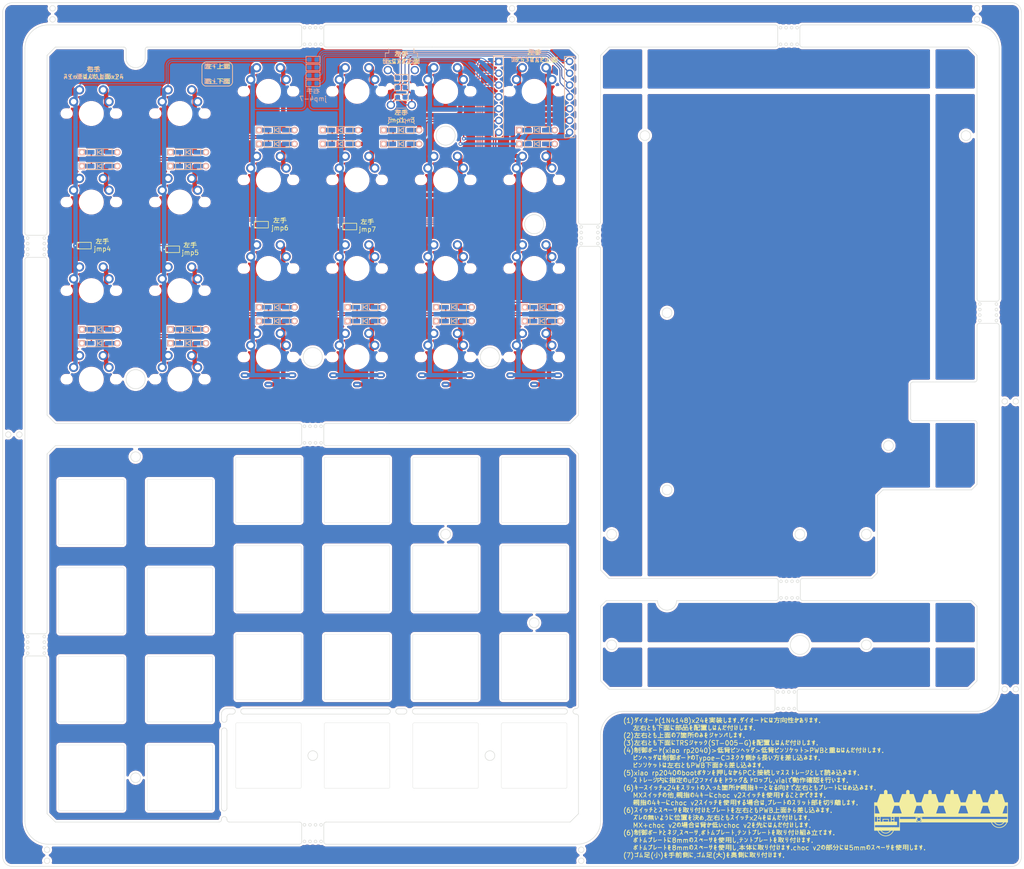
<source format=kicad_pcb>
(kicad_pcb (version 20221018) (generator pcbnew)
  (layers (0 "F.Cu" signal) (31 "B.Cu" signal) (34 "B.Paste" user) (35 "F.Paste" user) (36 "B.SilkS" user "B.Silkscreen") (37 "F.SilkS" user "F.Silkscreen") (38 "B.Mask" user) (39 "F.Mask" user) (44 "Edge.Cuts" user))
  (net 0 "")
  (net 1 "c0")
  (net 2 "Net-(D1-A)")
  (net 3 "Net-(D2-A)")
  (net 4 "Net-(D3-A)")
  (net 5 "Net-(D4-A)")
  (net 6 "Net-(D5-A)")
  (net 7 "Net-(D6-A)")
  (net 8 "Net-(D7-A)")
  (net 9 "Net-(D8-A)")
  (net 10 "Net-(D9-A)")
  (net 11 "Net-(D10-A)")
  (net 12 "Net-(D11-A)")
  (net 13 "Net-(D12-A)")
  (net 14 "Net-(D13-A)")
  (net 15 "Net-(D14-A)")
  (net 16 "Net-(D15-A)")
  (net 17 "Net-(D16-A)")
  (net 18 "Net-(D17-A)")
  (net 19 "Net-(D18-A)")
  (net 20 "Net-(D19-A)")
  (net 21 "Net-(D20-A)")
  (net 22 "Net-(D21-A)")
  (net 23 "Net-(D22-A)")
  (net 24 "Net-(D23-A)")
  (net 25 "Net-(D24-A)")
  (net 26 "r0")
  (net 27 "r1")
  (net 28 "r2")
  (net 29 "r3")
  (net 30 "c4")
  (net 31 "c1")
  (net 32 "c2")
  (net 33 "c3")
  (net 34 "c5")
  (net 35 "S")
  (net 36 "T")
  (net 37 "R")
  (net 38 "L1")
  (net 39 "L2")
  (net 40 "L3")
  (net 41 "L4")
  (net 42 "R4")
  (net 43 "R3")
  (net 44 "R2")
  (net 45 "R1")
  (footprint "MyLibrary:SW_Hole_1u" (layer "F.Cu") (at 104.775088 95.25008)
    (fp_text reference "SW45" hide)
    (fp_text value "SW_PUSH" hide)
    (fp_line (start -7.05 6.75) (end -7.05 -6.75) (stroke (width 0.05)) (layer "Edge.Cuts"))
    (fp_line (start -6.75 -7.05) (end 6.75 -7.05) (stroke (width 0.05)) (layer "Edge.Cuts"))
    (fp_line (start 6.75 7.05) (end -6.75 7.05) (stroke (width 0.05)) (layer "Edge.Cuts"))
    (fp_line (start 7.05 -6.75) (end 7.05 6.75) (stroke (width 0.05)) (layer "Edge.Cuts"))
    (fp_arc (start -7.05 -6.75) (mid -6.962132 -6.962132) (end -6.75 -7.05) (stroke (width 0.05)) (layer "Edge.Cuts"))
    (fp_arc (start -6.75 7.05) (mid -6.962132 6.962132) (end -7.05 6.75) (stroke (width 0.05)) (layer "Edge.Cuts"))
    (fp_arc (start 6.75 -7.05) (mid 6.962132 -6.962132) (end 7.05 -6.75) (stroke (width 0.05)) (layer "Edge.Cuts"))
    (fp_arc (start 7.05 6.75) (mid 6.962132 6.962132) (end 6.75 7.05) (stroke (width 0.05)) (layer "Edge.Cuts"))
  )
  (footprint "MyLibrary:CherryMX_1u_nofix_rev" (layer "F.Cu") (at 66.675048 47.625032)
    (fp_text reference "SW16" hide)
    (fp_text value "SW_PUSH" hide)
  )
  (footprint "MyLibrary:CherryMX_1u_nofix_rev" (layer "F.Cu") (at 85.725064 9.525)
    (fp_text reference "SW5" hide)
    (fp_text value "SW_PUSH" hide)
  )
  (footprint "MyLibrary:CherryMX_1u_nofix_rev" (layer "F.Cu") (at 9.525 52.387536)
    (fp_text reference "SW13" hide)
    (fp_text value "SW_PUSH" hide)
  )
  (footprint "MyLibrary:SW_Hole_1u" (layer "F.Cu") (at 9.525008 100.012584)
    (fp_text reference "SW25" hide)
    (fp_text value "SW_PUSH" hide)
    (fp_line (start -7.05 6.75) (end -7.05 -6.75) (stroke (width 0.05)) (layer "Edge.Cuts"))
    (fp_line (start -6.75 -7.05) (end 6.75 -7.05) (stroke (width 0.05)) (layer "Edge.Cuts"))
    (fp_line (start 6.75 7.05) (end -6.75 7.05) (stroke (width 0.05)) (layer "Edge.Cuts"))
    (fp_line (start 7.05 -6.75) (end 7.05 6.75) (stroke (width 0.05)) (layer "Edge.Cuts"))
    (fp_arc (start -7.05 -6.75) (mid -6.962132 -6.962132) (end -6.75 -7.05) (stroke (width 0.05)) (layer "Edge.Cuts"))
    (fp_arc (start -6.75 7.05) (mid -6.962132 6.962132) (end -7.05 6.75) (stroke (width 0.05)) (layer "Edge.Cuts"))
    (fp_arc (start 6.75 -7.05) (mid 6.962132 -6.962132) (end 7.05 -6.75) (stroke (width 0.05)) (layer "Edge.Cuts"))
    (fp_arc (start 7.05 6.75) (mid 6.962132 6.962132) (end 6.75 7.05) (stroke (width 0.05)) (layer "Edge.Cuts"))
  )
  (footprint "MyLibrary:CherryMX_1u_nofix_rev" (layer "F.Cu") (at 85.725064 47.625032)
    (fp_text reference "SW17" hide)
    (fp_text value "SW_PUSH" hide)
  )
  (footprint "MyLibrary:jamp_2" (layer "F.Cu") (at 76.2 6.6)
    (fp_text reference "JP2" hide)
    (fp_text value "SolderJumper_2_Open" hide)
  )
  (footprint "MyLibrary:CherryMX_1u_nofix_rev" (layer "F.Cu") (at 66.675048 28.575016)
    (fp_text reference "SW10" hide)
    (fp_text value "SW_PUSH" hide)
  )
  (footprint "MyLibrary:SW_Hole_1u" (layer "F.Cu") (at 104.775088 152.400128)
    (fp_text reference "SW48" hide)
    (fp_text value "SW_PUSH" hide)
    (fp_line (start -7.05 6.75) (end -7.05 -6.75) (stroke (width 0.05)) (layer "Edge.Cuts"))
    (fp_line (start -6.75 -7.05) (end 6.75 -7.05) (stroke (width 0.05)) (layer "Edge.Cuts"))
    (fp_line (start 6.75 7.05) (end -6.75 7.05) (stroke (width 0.05)) (layer "Edge.Cuts"))
    (fp_line (start 7.05 -6.75) (end 7.05 6.75) (stroke (width 0.05)) (layer "Edge.Cuts"))
    (fp_arc (start -7.05 -6.75) (mid -6.962132 -6.962132) (end -6.75 -7.05) (stroke (width 0.05)) (layer "Edge.Cuts"))
    (fp_arc (start -6.75 7.05) (mid -6.962132 6.962132) (end -7.05 6.75) (stroke (width 0.05)) (layer "Edge.Cuts"))
    (fp_arc (start 6.75 -7.05) (mid 6.962132 -6.962132) (end 7.05 -6.75) (stroke (width 0.05)) (layer "Edge.Cuts"))
    (fp_arc (start 7.05 6.75) (mid 6.962132 6.962132) (end 6.75 7.05) (stroke (width 0.05)) (layer "Edge.Cuts"))
  )
  (footprint "MyLibrary:SW_Hole_1u" (layer "F.Cu") (at 47.62504 114.300096)
    (fp_text reference "SW34" hide)
    (fp_text value "SW_PUSH" hide)
    (fp_line (start -7.05 6.75) (end -7.05 -6.75) (stroke (width 0.05)) (layer "Edge.Cuts"))
    (fp_line (start -6.75 -7.05) (end 6.75 -7.05) (stroke (width 0.05)) (layer "Edge.Cuts"))
    (fp_line (start 6.75 7.05) (end -6.75 7.05) (stroke (width 0.05)) (layer "Edge.Cuts"))
    (fp_line (start 7.05 -6.75) (end 7.05 6.75) (stroke (width 0.05)) (layer "Edge.Cuts"))
    (fp_arc (start -7.05 -6.75) (mid -6.962132 -6.962132) (end -6.75 -7.05) (stroke (width 0.05)) (layer "Edge.Cuts"))
    (fp_arc (start -6.75 7.05) (mid -6.962132 6.962132) (end -7.05 6.75) (stroke (width 0.05)) (layer "Edge.Cuts"))
    (fp_arc (start 6.75 -7.05) (mid 6.962132 -6.962132) (end 7.05 -6.75) (stroke (width 0.05)) (layer "Edge.Cuts"))
    (fp_arc (start 7.05 6.75) (mid 6.962132 6.962132) (end 6.75 7.05) (stroke (width 0.05)) (layer "Edge.Cuts"))
  )
  (footprint "MyLibrary:CherryMX_ChocV2_1u_nofix" (layer "F.Cu") (at 47.625032 66.675048)
    (fp_text reference "SW21" hide)
    (fp_text value "SW_PUSH" hide)
  )
  (footprint "MyLibrary:CherryMX_1u_nofix_rev" (layer "F.Cu") (at 104.77508 47.625032)
    (fp_text reference "SW18" hide)
    (fp_text value "SW_PUSH" hide)
  )
  (footprint "MyLibrary:jamp_2" (layer "F.Cu") (at 8 42.7)
    (fp_text reference "JP11" hide)
    (fp_text value "SolderJumper_2_Open" hide)
  )
  (footprint "MyLibrary:SW_Hole_1u" (layer "F.Cu") (at 28.575024 138.112616)
    (fp_text reference "SW31" hide)
    (fp_text value "SW_PUSH" hide)
    (fp_line (start -7.05 6.75) (end -7.05 -6.75) (stroke (width 0.05)) (layer "Edge.Cuts"))
    (fp_line (start -6.75 -7.05) (end 6.75 -7.05) (stroke (width 0.05)) (layer "Edge.Cuts"))
    (fp_line (start 6.75 7.05) (end -6.75 7.05) (stroke (width 0.05)) (layer "Edge.Cuts"))
    (fp_line (start 7.05 -6.75) (end 7.05 6.75) (stroke (width 0.05)) (layer "Edge.Cuts"))
    (fp_arc (start -7.05 -6.75) (mid -6.962132 -6.962132) (end -6.75 -7.05) (stroke (width 0.05)) (layer "Edge.Cuts"))
    (fp_arc (start -6.75 7.05) (mid -6.962132 6.962132) (end -7.05 6.75) (stroke (width 0.05)) (layer "Edge.Cuts"))
    (fp_arc (start 6.75 -7.05) (mid 6.962132 -6.962132) (end 7.05 -6.75) (stroke (width 0.05)) (layer "Edge.Cuts"))
    (fp_arc (start 7.05 6.75) (mid 6.962132 6.962132) (end 6.75 7.05) (stroke (width 0.05)) (layer "Edge.Cuts"))
  )
  (footprint "MyLibrary:CherryMX_1u_nofix_rev" (layer "F.Cu") (at 9.525008 14.287512)
    (fp_text reference "SW1" hide)
    (fp_text value "SW_PUSH" hide)
  )
  (footprint "MyLibrary:CherryMX_1u_nofix_rev" (layer "F.Cu") (at 104.775088 28.575024)
    (fp_text reference "SW12" hide)
    (fp_text value "SW_PUSH" hide)
  )
  (footprint "MyLibrary:jamp_2" (layer "F.Cu") (at 76.2 10.8)
    (fp_text reference "JP3" hide)
    (fp_text value "SolderJumper_2_Open" hide)
  )
  (footprint "MyLibrary:SW_Hole_1u" (layer "F.Cu") (at 66.675056 133.350112)
    (fp_text reference "SW39" hide)
    (fp_text value "SW_PUSH" hide)
    (fp_line (start -7.05 6.75) (end -7.05 -6.75) (stroke (width 0.05)) (layer "Edge.Cuts"))
    (fp_line (start -6.75 -7.05) (end 6.75 -7.05) (stroke (width 0.05)) (layer "Edge.Cuts"))
    (fp_line (start 6.75 7.05) (end -6.75 7.05) (stroke (width 0.05)) (layer "Edge.Cuts"))
    (fp_line (start 7.05 -6.75) (end 7.05 6.75) (stroke (width 0.05)) (layer "Edge.Cuts"))
    (fp_arc (start -7.05 -6.75) (mid -6.962132 -6.962132) (end -6.75 -7.05) (stroke (width 0.05)) (layer "Edge.Cuts"))
    (fp_arc (start -6.75 7.05) (mid -6.962132 6.962132) (end -7.05 6.75) (stroke (width 0.05)) (layer "Edge.Cuts"))
    (fp_arc (start 6.75 -7.05) (mid 6.962132 -6.962132) (end 7.05 -6.75) (stroke (width 0.05)) (layer "Edge.Cuts"))
    (fp_arc (start 7.05 6.75) (mid 6.962132 6.962132) (end 6.75 7.05) (stroke (width 0.05)) (layer "Edge.Cuts"))
  )
  (footprint "MyLibrary:CherryMX_1u_nofix_rev" (layer "F.Cu") (at 28.575016 33.33752)
    (fp_text reference "SW8" hide)
    (fp_text value "SW_PUSH" hide)
  )
  (footprint "MyLibrary:SW_Hole_1u" (layer "F.Cu") (at 66.675056 95.25008)
    (fp_text reference "SW37" hide)
    (fp_text value "SW_PUSH" hide)
    (fp_line (start -7.05 6.75) (end -7.05 -6.75) (stroke (width 0.05)) (layer "Edge.Cuts"))
    (fp_line (start -6.75 -7.05) (end 6.75 -7.05) (stroke (width 0.05)) (layer "Edge.Cuts"))
    (fp_line (start 6.75 7.05) (end -6.75 7.05) (stroke (width 0.05)) (layer "Edge.Cuts"))
    (fp_line (start 7.05 -6.75) (end 7.05 6.75) (stroke (width 0.05)) (layer "Edge.Cuts"))
    (fp_arc (start -7.05 -6.75) (mid -6.962132 -6.962132) (end -6.75 -7.05) (stroke (width 0.05)) (layer "Edge.Cuts"))
    (fp_arc (start -6.75 7.05) (mid -6.962132 6.962132) (end -7.05 6.75) (stroke (width 0.05)) (layer "Edge.Cuts"))
    (fp_arc (start 6.75 -7.05) (mid 6.962132 -6.962132) (end 7.05 -6.75) (stroke (width 0.05)) (layer "Edge.Cuts"))
    (fp_arc (start 7.05 6.75) (mid 6.962132 6.962132) (end 6.75 7.05) (stroke (width 0.05)) (layer "Edge.Cuts"))
  )
  (footprint "MyLibrary:SW_Hole_1u" (layer "F.Cu") (at 104.775088 133.350112)
    (fp_text reference "SW47" hide)
    (fp_text value "SW_PUSH" hide)
    (fp_line (start -7.05 6.75) (end -7.05 -6.75) (stroke (width 0.05)) (layer "Edge.Cuts"))
    (fp_line (start -6.75 -7.05) (end 6.75 -7.05) (stroke (width 0.05)) (layer "Edge.Cuts"))
    (fp_line (start 6.75 7.05) (end -6.75 7.05) (stroke (width 0.05)) (layer "Edge.Cuts"))
    (fp_line (start 7.05 -6.75) (end 7.05 6.75) (stroke (width 0.05)) (layer "Edge.Cuts"))
    (fp_arc (start -7.05 -6.75) (mid -6.962132 -6.962132) (end -6.75 -7.05) (stroke (width 0.05)) (layer "Edge.Cuts"))
    (fp_arc (start -6.75 7.05) (mid -6.962132 6.962132) (end -7.05 6.75) (stroke (width 0.05)) (layer "Edge.Cuts"))
    (fp_arc (start 6.75 -7.05) (mid 6.962132 -6.962132) (end 7.05 -6.75) (stroke (width 0.05)) (layer "Edge.Cuts"))
    (fp_arc (start 7.05 6.75) (mid 6.962132 6.962132) (end 6.75 7.05) (stroke (width 0.05)) (layer "Edge.Cuts"))
  )
  (footprint "MyLibrary:SW_Hole_1u" (layer "F.Cu") (at 104.775088 114.300096)
    (fp_text reference "SW46" hide)
    (fp_text value "SW_PUSH" hide)
    (fp_line (start -7.05 6.75) (end -7.05 -6.75) (stroke (width 0.05)) (layer "Edge.Cuts"))
    (fp_line (start -6.75 -7.05) (end 6.75 -7.05) (stroke (width 0.05)) (layer "Edge.Cuts"))
    (fp_line (start 6.75 7.05) (end -6.75 7.05) (stroke (width 0.05)) (layer "Edge.Cuts"))
    (fp_line (start 7.05 -6.75) (end 7.05 6.75) (stroke (width 0.05)) (layer "Edge.Cuts"))
    (fp_arc (start -7.05 -6.75) (mid -6.962132 -6.962132) (end -6.75 -7.05) (stroke (width 0.05)) (layer "Edge.Cuts"))
    (fp_arc (start -6.75 7.05) (mid -6.962132 6.962132) (end -7.05 6.75) (stroke (width 0.05)) (layer "Edge.Cuts"))
    (fp_arc (start 6.75 -7.05) (mid 6.962132 -6.962132) (end 7.05 -6.75) (stroke (width 0.05)) (layer "Edge.Cuts"))
    (fp_arc (start 7.05 6.75) (mid 6.962132 6.962132) (end 6.75 7.05) (stroke (width 0.05)) (layer "Edge.Cuts"))
  )
  (footprint "MyLibrary:jamp_2" (layer "F.Cu") (at 27 43.5)
    (fp_text reference "JP12" hide)
    (fp_text value "SolderJumper_2_Open" hide)
  )
  (footprint "MyLibrary:SW_Hole_1u" (layer "F.Cu") (at 9.525008 138.112616)
    (fp_text reference "SW27" hide)
    (fp_text value "SW_PUSH" hide)
    (fp_line (start -7.05 6.75) (end -7.05 -6.75) (stroke (width 0.05)) (layer "Edge.Cuts"))
    (fp_line (start -6.75 -7.05) (end 6.75 -7.05) (stroke (width 0.05)) (layer "Edge.Cuts"))
    (fp_line (start 6.75 7.05) (end -6.75 7.05) (stroke (width 0.05)) (layer "Edge.Cuts"))
    (fp_line (start 7.05 -6.75) (end 7.05 6.75) (stroke (width 0.05)) (layer "Edge.Cuts"))
    (fp_arc (start -7.05 -6.75) (mid -6.962132 -6.962132) (end -6.75 -7.05) (stroke (width 0.05)) (layer "Edge.Cuts"))
    (fp_arc (start -6.75 7.05) (mid -6.962132 6.962132) (end -7.05 6.75) (stroke (width 0.05)) (layer "Edge.Cuts"))
    (fp_arc (start 6.75 -7.05) (mid 6.962132 -6.962132) (end 7.05 -6.75) (stroke (width 0.05)) (layer "Edge.Cuts"))
    (fp_arc (start 7.05 6.75) (mid 6.962132 6.962132) (end 6.75 7.05) (stroke (width 0.05)) (layer "Edge.Cuts"))
  )
  (footprint "MyLibrary:CherryMX_ChocV2_1u_nofix" (layer "F.Cu") (at 85.725064 66.675048)
    (fp_text reference "SW23" hide)
    (fp_text value "SW_PUSH" hide)
  )
  (footprint "MyLibrary:CherryMX_1u_nofix_rev" (layer "F.Cu") (at 47.625032 28.575016)
    (fp_text reference "SW9" hide)
    (fp_text value "SW_PUSH" hide)
  )
  (footprint "MyLibrary:SW_Hole_1u" (layer "F.Cu") (at 85.725072 152.400128)
    (fp_text reference "SW44" hide)
    (fp_text value "SW_PUSH" hide)
    (fp_line (start -7.05 6.75) (end -7.05 -6.75) (stroke (width 0.05)) (layer "Edge.Cuts"))
    (fp_line (start -6.75 -7.05) (end 6.75 -7.05) (stroke (width 0.05)) (layer "Edge.Cuts"))
    (fp_line (start 6.75 7.05) (end -6.75 7.05) (stroke (width 0.05)) (layer "Edge.Cuts"))
    (fp_line (start 7.05 -6.75) (end 7.05 6.75) (stroke (width 0.05)) (layer "Edge.Cuts"))
    (fp_arc (start -7.05 -6.75) (mid -6.962132 -6.962132) (end -6.75 -7.05) (stroke (width 0.05)) (layer "Edge.Cuts"))
    (fp_arc (start -6.75 7.05) (mid -6.962132 6.962132) (end -7.05 6.75) (stroke (width 0.05)) (layer "Edge.Cuts"))
    (fp_arc (start 6.75 -7.05) (mid 6.962132 -6.962132) (end 7.05 -6.75) (stroke (width 0.05)) (layer "Edge.Cuts"))
    (fp_arc (start 7.05 6.75) (mid 6.962132 6.962132) (end 6.75 7.05) (stroke (width 0.05)) (layer "Edge.Cuts"))
  )
  (footprint "MyLibrary:CherryMX_ChocV2_1u_nofix" (layer "F.Cu") (at 66.675048 66.675048)
    (fp_text reference "SW22" hide)
    (fp_text value "SW_PUSH" hide)
  )
  (footprint "MyLibrary:SW_Hole_1u" (layer "F.Cu") (at 47.62504 152.400128)
    (fp_text reference "SW36" hide)
    (fp_text value "SW_PUSH" hide)
    (fp_line (start -7.05 6.75) (end -7.05 -6.75) (stroke (width 0.05)) (layer "Edge.Cuts"))
    (fp_line (start -6.75 -7.05) (end 6.75 -7.05) (stroke (width 0.05)) (layer "Edge.Cuts"))
    (fp_line (start 6.75 7.05) (end -6.75 7.05) (stroke (width 0.05)) (layer "Edge.Cuts"))
    (fp_line (start 7.05 -6.75) (end 7.05 6.75) (stroke (width 0.05)) (layer "Edge.Cuts"))
    (fp_arc (start -7.05 -6.75) (mid -6.962132 -6.962132) (end -6.75 -7.05) (stroke (width 0.05)) (layer "Edge.Cuts"))
    (fp_arc (start -6.75 7.05) (mid -6.962132 6.962132) (end -7.05 6.75) (stroke (width 0.05)) (layer "Edge.Cuts"))
    (fp_arc (start 6.75 -7.05) (mid 6.962132 -6.962132) (end 7.05 -6.75) (stroke (width 0.05)) (layer "Edge.Cuts"))
    (fp_arc (start 7.05 6.75) (mid 6.962132 6.962132) (end 6.75 7.05) (stroke (width 0.05)) (layer "Edge.Cuts"))
  )
  (footprint "MyLibrary:SW_Hole_1u" (layer "F.Cu") (at 47.62504 95.25008)
    (fp_text reference "SW33" hide)
    (fp_text value "SW_PUSH" hide)
    (fp_line (start -7.05 6.75) (end -7.05 -6.75) (stroke (width 0.05)) (layer "Edge.Cuts"))
    (fp_line (start -6.75 -7.05) (end 6.75 -7.05) (stroke (width 0.05)) (layer "Edge.Cuts"))
    (fp_line (start 6.75 7.05) (end -6.75 7.05) (stroke (width 0.05)) (layer "Edge.Cuts"))
    (fp_line (start 7.05 -6.75) (end 7.05 6.75) (stroke (width 0.05)) (layer "Edge.Cuts"))
    (fp_arc (start -7.05 -6.75) (mid -6.962132 -6.962132) (end -6.75 -7.05) (stroke (width 0.05)) (layer "Edge.Cuts"))
    (fp_arc (start -6.75 7.05) (mid -6.962132 6.962132) (end -7.05 6.75) (stroke (width 0.05)) (layer "Edge.Cuts"))
    (fp_arc (start 6.75 -7.05) (mid 6.962132 -6.962132) (end 7.05 -6.75) (stroke (width 0.05)) (layer "Edge.Cuts"))
    (fp_arc (start 7.05 6.75) (mid 6.962132 6.962132) (end 6.75 7.05) (stroke (width 0.05)) (layer "Edge.Cuts"))
  )
  (footprint "MyLibrary:jamp_2" (layer "F.Cu") (at 46.1 38.2)
    (fp_text reference "JP13" hide)
    (fp_text value "SolderJumper_2_Open" hide)
  )
  (footprint "MyLibrary:jamp_2" (layer "F.Cu") (at 65.1 38.6)
    (fp_text reference "JP14" hide)
    (fp_text value "SolderJumper_2_Open" hide)
  )
  (footprint "MyLibrary:CherryMX_1u_nofix_rev" (layer "F.Cu") (at 66.675048 9.525)
    (fp_text reference "SW4" hide)
    (fp_text value "SW_PUSH" hide)
  )
  (footprint "MyLibrary:CherryMX_1u_nofix_rev" (layer "F.Cu") (at 28.575016 71.437552)
    (fp_text reference "SW20" hide)
    (fp_text value "SW_PUSH" hide)
  )
  (footprint "MyLibrary:SW_Hole_1u" (layer "F.Cu") (at 9.525008 157.162632)
    (fp_text reference "SW28" hide)
    (fp_text value "SW_PUSH" hide)
    (fp_line (start -7.05 6.75) (end -7.05 -6.75) (stroke (width 0.05)) (layer "Edge.Cuts"))
    (fp_line (start -6.75 -7.05) (end 6.75 -7.05) (stroke (width 0.05)) (layer "Edge.Cuts"))
    (fp_line (start 6.75 7.05) (end -6.75 7.05) (stroke (width 0.05)) (layer "Edge.Cuts"))
    (fp_line (start 7.05 -6.75) (end 7.05 6.75) (stroke (width 0.05)) (layer "Edge.Cuts"))
    (fp_arc (start -7.05 -6.75) (mid -6.962132 -6.962132) (end -6.75 -7.05) (stroke (width 0.05)) (layer "Edge.Cuts"))
    (fp_arc (start -6.75 7.05) (mid -6.962132 6.962132) (end -7.05 6.75) (stroke (width 0.05)) (layer "Edge.Cuts"))
    (fp_arc (start 6.75 -7.05) (mid 6.962132 -6.962132) (end 7.05 -6.75) (stroke (width 0.05)) (layer "Edge.Cuts"))
    (fp_arc (start 7.05 6.75) (mid 6.962132 6.962132) (end 6.75 7.05) (stroke (width 0.05)) (layer "Edge.Cuts"))
  )
  (footprint "MyLibrary:SW_Hole_1u" (layer "F.Cu") (at 85.725072 133.350112)
    (fp_text reference "SW43" hide)
    (fp_text value "SW_PUSH" hide)
    (fp_line (start -7.05 6.75) (end -7.05 -6.75) (stroke (width 0.05)) (layer "Edge.Cuts"))
    (fp_line (start -6.75 -7.05) (end 6.75 -7.05) (stroke (width 0.05)) (layer "Edge.Cuts"))
    (fp_line (start 6.75 7.05) (end -6.75 7.05) (stroke (width 0.05)) (layer "Edge.Cuts"))
    (fp_line (start 7.05 -6.75) (end 7.05 6.75) (stroke (width 0.05)) (layer "Edge.Cuts"))
    (fp_arc (start -7.05 -6.75) (mid -6.962132 -6.962132) (end -6.75 -7.05) (stroke (width 0.05)) (layer "Edge.Cuts"))
    (fp_arc (start -6.75 7.05) (mid -6.962132 6.962132) (end -7.05 6.75) (stroke (width 0.05)) (layer "Edge.Cuts"))
    (fp_arc (start 6.75 -7.05) (mid 6.962132 -6.962132) (end 7.05 -6.75) (stroke (width 0.05)) (layer "Edge.Cuts"))
    (fp_arc (start 7.05 6.75) (mid 6.962132 6.962132) (end 6.75 7.05) (stroke (width 0.05)) (layer "Edge.Cuts"))
  )
  (footprint "MyLibrary:CherryMX_1u_nofix_rev" (layer "F.Cu") (at 47.625032 47.625032)
    (fp_text reference "SW15" hide)
    (fp_text value "SW_PUSH" hide)
  )
  (footprint "MyLibrary:CherryMX_1u_nofix_rev" (layer "F.Cu") (at 104.775088 9.525008)
    (fp_text reference "SW6" hide)
    (fp_text value "SW_PUSH" hide)
  )
  (footprint "MyLibrary:SW_Hole_1u" (layer "F.Cu") (at 66.675056 152.400128)
    (fp_text reference "SW40" hide)
    (fp_text value "SW_PUSH" hide)
    (fp_line (start -7.05 6.75) (end -7.05 -6.75) (stroke (width 0.05)) (layer "Edge.Cuts"))
    (fp_line (start -6.75 -7.05) (end 6.75 -7.05) (stroke (width 0.05)) (layer "Edge.Cuts"))
    (fp_line (start 6.75 7.05) (end -6.75 7.05) (stroke (width 0.05)) (layer "Edge.Cuts"))
    (fp_line (start 7.05 -6.75) (end 7.05 6.75) (stroke (width 0.05)) (layer "Edge.Cuts"))
    (fp_arc (start -7.05 -6.75) (mid -6.962132 -6.962132) (end -6.75 -7.05) (stroke (width 0.05)) (layer "Edge.Cuts"))
    (fp_arc (start -6.75 7.05) (mid -6.962132 6.962132) (end -7.05 6.75) (stroke (width 0.05)) (layer "Edge.Cuts"))
    (fp_arc (start 6.75 -7.05) (mid 6.962132 -6.962132) (end 7.05 -6.75) (stroke (width 0.05)) (layer "Edge.Cuts"))
    (fp_arc (start 7.05 6.75) (mid 6.962132 6.962132) (end 6.75 7.05) (stroke (width 0.05)) (layer "Edge.Cuts"))
  )
  (footprint "MyLibrary:CherryMX_ChocV2_1u_nofix" (layer "F.Cu") (at 104.77508 66.675048)
    (fp_text reference "SW24" hide)
    (fp_text value "SW_PUSH" hide)
  )
  (footprint "MyLibrary:SW_Hole_1u" (layer "F.Cu") (at 47.62504 133.350112)
    (fp_text reference "SW35" hide)
    (fp_text value "SW_PUSH" hide)
    (fp_line (start -7.05 6.75) (end -7.05 -6.75) (stroke (width 0.05)) (layer "Edge.Cuts"))
    (fp_line (start -6.75 -7.05) (end 6.75 -7.05) (stroke (width 0.05)) (layer "Edge.Cuts"))
    (fp_line (start 6.75 7.05) (end -6.75 7.05) (stroke (width 0.05)) (layer "Edge.Cuts"))
    (fp_line (start 7.05 -6.75) (end 7.05 6.75) (stroke (width 0.05)) (layer "Edge.Cuts"))
    (fp_arc (start -7.05 -6.75) (mid -6.962132 -6.962132) (end -6.75 -7.05) (stroke (width 0.05)) (layer "Edge.Cuts"))
    (fp_arc (start -6.75 7.05) (mid -6.962132 6.962132) (end -7.05 6.75) (stroke (width 0.05)) (layer "Edge.Cuts"))
    (fp_arc (start 6.75 -7.05) (mid 6.962132 -6.962132) (end 7.05 -6.75) (stroke (width 0.05)) (layer "Edge.Cuts"))
    (fp_arc (start 7.05 6.75) (mid 6.962132 6.962132) (end 6.75 7.05) (stroke (width 0.05)) (layer "Edge.Cuts"))
  )
  (footprint "MyLibrary:CherryMX_1u_nofix_rev" (layer "F.Cu") (at 9.525 71.437552)
    (fp_text reference "SW19" hide)
    (fp_text value "SW_PUSH" hide)
  )
  (footprint "MyLibrary:CherryMX_1u_nofix_rev" (layer "F.Cu") (at 28.575016 52.387536)
    (fp_text reference "SW14" hide)
    (fp_text value "SW_PUSH" hide)
  )
  (footprint "MyLibrary:CherryMX_1u_nofix_rev" (layer "F.Cu") (at 9.525 33.33752)
    (fp_text reference "SW7" hide)
    (fp_text value "SW_PUSH" hide)
  )
  (footprint "MyLibrary:SW_Hole_1u" (layer "F.Cu") (at 85.725072 114.300096)
    (fp_text reference "SW42" hide)
    (fp_text value "SW_PUSH" hide)
    (fp_line (start -7.05 6.75) (end -7.05 -6.75) (stroke (width 0.05)) (layer "Edge.Cuts"))
    (fp_line (start -6.75 -7.05) (end 6.75 -7.05) (stroke (width 0.05)) (layer "Edge.Cuts"))
    (fp_line (start 6.75 7.05) (end -6.75 7.05) (stroke (width 0.05)) (layer "Edge.Cuts"))
    (fp_line (start 7.05 -6.75) (end 7.05 6.75) (stroke (width 0.05)) (layer "Edge.Cuts"))
    (fp_arc (start -7.05 -6.75) (mid -6.962132 -6.962132) (end -6.75 -7.05) (stroke (width 0.05)) (layer "Edge.Cuts"))
    (fp_arc (start -6.75 7.05) (mid -6.962132 6.962132) (end -7.05 6.75) (stroke (width 0.05)) (layer "Edge.Cuts"))
    (fp_arc (start 6.75 -7.05) (mid 6.962132 -6.962132) (end 7.05 -6.75) (stroke (width 0.05)) (layer "Edge.Cuts"))
    (fp_arc (start 7.05 6.75) (mid 6.962132 6.962132) (end 6.75 7.05) (stroke (width 0.05)) (layer "Edge.Cuts"))
  )
  (footprint "MyLibrary:SW_Hole_1u" (layer "F.Cu") (at 28.575024 157.162632)
    (fp_text reference "SW32" hide)
    (fp_text value "SW_PUSH" hide)
    (fp_line (start -7.05 6.75) (end -7.05 -6.75) (stroke (width 0.05)) (layer "Edge.Cuts"))
    (fp_line (start -6.75 -7.05) (end 6.75 -7.05) (stroke (width 0.05)) (layer "Edge.Cuts"))
    (fp_line (start 6.75 7.05) (end -6.75 7.05) (stroke (width 0.05)) (layer "Edge.Cuts"))
    (fp_line (start 7.05 -6.75) (end 7.05 6.75) (stroke (width 0.05)) (layer "Edge.Cuts"))
    (fp_arc (start -7.05 -6.75) (mid -6.962132 -6.962132) (end -6.75 -7.05) (stroke (width 0.05)) (layer "Edge.Cuts"))
    (fp_arc (start -6.75 7.05) (mid -6.962132 6.962132) (end -7.05 6.75) (stroke (width 0.05)) (layer "Edge.Cuts"))
    (fp_arc (start 6.75 -7.05) (mid 6.962132 -6.962132) (end 7.05 -6.75) (stroke (width 0.05)) (layer "Edge.Cuts"))
    (fp_arc (start 7.05 6.75) (mid 6.962132 6.962132) (end 6.75 7.05) (stroke (width 0.05)) (layer "Edge.Cuts"))
  )
  (footprint "MyLibrary:CherryMX_1u_nofix_rev" (layer "F.Cu") (at 47.625032 9.525)
    (fp_text reference "SW3" hide)
    (fp_text value "SW_PUSH" hide)
  )
  (footprint "MyLibrary:CherryMX_1u_nofix_rev" (layer "F.Cu") (at 28.575016 14.287504)
    (fp_text reference "SW2" hide)
    (fp_text value "SW_PUSH" hide)
  )
  (footprint "MyLibrary:SW_Hole_1u" (layer "F.Cu") (at 9.525008 119.0626)
    (fp_text reference "SW26" hide)
    (fp_text value "SW_PUSH" hide)
    (fp_line (start -7.05 6.75) (end -7.05 -6.75) (stroke (width 0.05)) (layer "Edge.Cuts"))
    (fp_line (start -6.75 -7.05) (end 6.75 -7.05) (stroke (width 0.05)) (layer "Edge.Cuts"))
    (fp_line (start 6.75 7.05) (end -6.75 7.05) (stroke (width 0.05)) (layer "Edge.Cuts"))
    (fp_line (start 7.05 -6.75) (end 7.05 6.75) (stroke (width 0.05)) (layer "Edge.Cuts"))
    (fp_arc (start -7.05 -6.75) (mid -6.962132 -6.962132) (end -6.75 -7.05) (stroke (width 0.05)) (layer "Edge.Cuts"))
    (fp_arc (start -6.75 7.05) (mid -6.962132 6.962132) (end -7.05 6.75) (stroke (width 0.05)) (layer "Edge.Cuts"))
    (fp_arc (start 6.75 -7.05) (mid 6.962132 -6.962132) (end 7.05 -6.75) (stroke (width 0.05)) (layer "Edge.Cuts"))
    (fp_arc (start 7.05 6.75) (mid 6.962132 6.962132) (end 6.75 7.05) (stroke (width 0.05)) (layer "Edge.Cuts"))
  )
  (footprint "MyLibrary:jamp_2" (layer "F.Cu") (at 76.2 8.7 180)
    (fp_text reference "JP1" hide)
    (fp_text value "SolderJumper_2_Open" hide)
  )
  (footprint "MyLibrary:SW_Hole_1u" (layer "F.Cu") (at 28.575024 100.012584)
    (fp_text reference "SW29" hide)
    (fp_text value "SW_PUSH" hide)
    (fp_line (start -7.05 6.75) (end -7.05 -6.75) (stroke (width 0.05)) (layer "Edge.Cuts"))
    (fp_line (start -6.75 -7.05) (end 6.75 -7.05) (stroke (width 0.05)) (layer "Edge.Cuts"))
    (fp_line (start 6.75 7.05) (end -6.75 7.05) (stroke (width 0.05)) (layer "Edge.Cuts"))
    (fp_line (start 7.05 -6.75) (end 7.05 6.75) (stroke (width 0.05)) (layer "Edge.Cuts"))
    (fp_arc (start -7.05 -6.75) (mid -6.962132 -6.962132) (end -6.75 -7.05) (stroke (width 0.05)) (layer "Edge.Cuts"))
    (fp_arc (start -6.75 7.05) (mid -6.962132 6.962132) (end -7.05 6.75) (stroke (width 0.05)) (layer "Edge.Cuts"))
    (fp_arc (start 6.75 -7.05) (mid 6.962132 -6.962132) (end 7.05 -6.75) (stroke (width 0.05)) (layer "Edge.Cuts"))
    (fp_arc (start 7.05 6.75) (mid 6.962132 6.962132) (end 6.75 7.05) (stroke (width 0.05)) (layer "Edge.Cuts"))
  )
  (footprint "MyLibrary:SW_Hole_1u" (layer "F.Cu") (at 28.575024 119.0626)
    (fp_text reference "SW30" hide)
    (fp_text value "SW_PUSH" hide)
    (fp_line (start -7.05 6.75) (end -7.05 -6.75) (stroke (width 0.05)) (layer "Edge.Cuts"))
    (fp_line (start -6.75 -7.05) (end 6.75 -7.05) (stroke (width 0.05)) (layer "Edge.Cuts"))
    (fp_line (start 6.75 7.05) (end -6.75 7.05) (stroke (width 0.05)) (layer "Edge.Cuts"))
    (fp_line (start 7.05 -6.75) (end 7.05 6.75) (stroke (width 0.05)) (layer "Edge.Cuts"))
    (fp_arc (start -7.05 -6.75) (mid -6.962132 -6.962132) (end -6.75 -7.05) (stroke (width 0.05)) (layer "Edge.Cuts"))
    (fp_arc (start -6.75 7.05) (mid -6.962132 6.962132) (end -7.05 6.75) (stroke (width 0.05)) (layer "Edge.Cuts"))
    (fp_arc (start 6.75 -7.05) (mid 6.962132 -6.962132) (end 7.05 -6.75) (stroke (width 0.05)) (layer "Edge.Cuts"))
    (fp_arc (start 7.05 6.75) (mid 6.962132 6.962132) (end 6.75 7.05) (stroke (width 0.05)) (layer "Edge.Cuts"))
  )
  (footprint "MyLibrary:SW_Hole_1u" (layer "F.Cu") (at 66.675056 114.300096)
    (fp_text reference "SW38" hide)
    (fp_text value "SW_PUSH" hide)
    (fp_line (start -7.05 6.75) (end -7.05 -6.75) (stroke (width 0.05)) (layer "Edge.Cuts"))
    (fp_line (start -6.75 -7.05) (end 6.75 -7.05) (stroke (width 0.05)) (layer "Edge.Cuts"))
    (fp_line (start 6.75 7.05) (end -6.75 7.05) (stroke (width 0.05)) (layer "Edge.Cuts"))
    (fp_line (start 7.05 -6.75) (end 7.05 6.75) (stroke (width 0.05)) (layer "Edge.Cuts"))
    (fp_arc (start -7.05 -6.75) (mid -6.962132 -6.962132) (end -6.75 -7.05) (stroke (width 0.05)) (layer "Edge.Cuts"))
    (fp_arc (start -6.75 7.05) (mid -6.962132 6.962132) (end -7.05 6.75) (stroke (width 0.05)) (layer "Edge.Cuts"))
    (fp_arc (start 6.75 -7.05) (mid 6.962132 -6.962132) (end 7.05 -6.75) (stroke (width 0.05)) (layer "Edge.Cuts"))
    (fp_arc (start 7.05 6.75) (mid 6.962132 6.962132) (end 6.75 7.05) (stroke (width 0.05)) (layer "Edge.Cuts"))
  )
  (footprint "MyLibrary:CherryMX_1u_nofix_rev" (layer "F.Cu") (at 85.725064 28.575016)
    (fp_text reference "SW11" hide)
    (fp_text value "SW_PUSH" hide)
  )
  (footprint "XIAO_PCB:MOUDLE14P-2.54-21X17.8MM" (layer "F.Cu") (at 104.77508 10.715626 90)
    (fp_text reference "U1" hide)
    (fp_text value "MOUDLE-SEEEDUINO-XIAO")
  )
  (footprint "MyLibrary:SW_Hole_1u" (layer "F.Cu") (at 85.725072 95.25008)
    (fp_text reference "SW41" hide)
    (fp_text value "SW_PUSH" hide)
    (fp_line (start -7.05 6.75) (end -7.05 -6.75) (stroke (width 0.05)) (layer "Edge.Cuts"))
    (fp_line (start -6.75 -7.05) (end 6.75 -7.05) (stroke (width 0.05)) (layer "Edge.Cuts"))
    (fp_line (start 6.75 7.05) (end -6.75 7.05) (stroke (width 0.05)) (layer "Edge.Cuts"))
    (fp_line (start 7.05 -6.75) (end 7.05 6.75) (stroke (width 0.05)) (layer "Edge.Cuts"))
    (fp_arc (start -7.05 -6.75) (mid -6.962132 -6.962132) (end -6.75 -7.05) (stroke (width 0.05)) (layer "Edge.Cuts"))
    (fp_arc (start -6.75 7.05) (mid -6.962132 6.962132) (end -7.05 6.75) (stroke (width 0.05)) (layer "Edge.Cuts"))
    (fp_arc (start 6.75 -7.05) (mid 6.962132 -6.962132) (end 7.05 -6.75) (stroke (width 0.05)) (layer "Edge.Cuts"))
    (fp_arc (start 7.05 6.75) (mid 6.962132 6.962132) (end 6.75 7.05) (stroke (width 0.05)) (layer "Edge.Cuts"))
  )
  (footprint "MyLibrary:jamp_2" (layer "B.Cu") (at 57.2 6.1)
    (fp_text reference "JP6" hide)
    (fp_text value "SolderJumper_2_Open" hide)
  )
  (footprint "MyLibrary:jamp_2" (layer "B.Cu") (at 57.2 7.8)
    (fp_text reference "JP7" hide)
    (fp_text value "SolderJumper_2_Open" hide)
  )
  (footprint "foostan:D3_TH_SMD" (layer "B.Cu") (at 30.360963 63.698491)
    (fp_text reference "D20" hide)
    (fp_text value "D" hide)
  )
  (footprint "MyLibrary:jamp_2" (layer "B.Cu") (at 76.2 10.8)
    (fp_text reference "JP10" hide)
    (fp_text value "SolderJumper_2_Open" hide)
  )
  (footprint "foostan:D3_TH_SMD" (layer "B.Cu") (at 11.310947 60.721926)
    (fp_text reference "D13" hide)
    (fp_text value "D" hide)
  )
  (footprint "MyLibrary:jamp_2" (layer "B.Cu") (at 76.2 8.7)
    (fp_text reference "JP8" hide)
    (fp_text value "SolderJumper_2_Open" hide)
  )
  (footprint "foostan:D3_TH_SMD" (layer "B.Cu") (at 49.410979 58.935987)
    (fp_text reference "D21" hide)
    (fp_text value "D" hide)
  )
  (footprint "foostan:D3_TH_SMD" (layer "B.Cu") (at 68.460995 55.959422)
    (fp_text reference "D16" hide)
    (fp_text value "D" hide)
  )
  (footprint "foostan:D3_TH_SMD" (layer "B.Cu") (at 49.410979 55.959422)
    (fp_text reference "D15" hide)
    (fp_text value "D" hide)
  )
  (footprint "foostan:D3_TH_SMD" (layer "B.Cu") (at 105.370401 20.835955)
    (fp_text reference "D12" hide)
    (fp_text value "D" hide)
  )
  (footprint "MyLibrary:jamp_2" (layer "B.Cu") (at 57.2 4.4)
    (fp_text reference "JP5" hide)
    (fp_text value "SolderJumper_2_Open" hide)
  )
  (footprint "foostan:D3_TH_SMD" (layer "B.Cu") (at 49.410979 17.859382)
    (fp_text reference "D3" hide)
    (fp_text value "D" hide)
  )
  (footprint "MyLibrary:jamp_2" (layer "B.Cu") (at 57.2 2.7)
    (fp_text reference "JP4" hide)
    (fp_text value "SolderJumper_2_Open" hide)
  )
  (footprint "foostan:D3_TH_SMD" (layer "B.Cu") (at 76.200064 20.835955)
    (fp_text reference "D11" hide)
    (fp_text value "D" hide)
  )
  (footprint "foostan:D3_TH_SMD" (layer "B.Cu") (at 63.103178 17.85939)
    (fp_text reference "D4" hide)
    (fp_text value "D" hide)
  )
  (footprint "MyLibrary:jamp_2" (layer "B.Cu") (at 76.2 6.6)
    (fp_text reference "JP9" hide)
    (fp_text value "SolderJumper_2_Open" hide)
  )
  (footprint "foostan:D3_TH_SMD" (layer "B.Cu") (at 87.511011 58.935987)
    (fp_text reference "D23" hide)
    (fp_text value "D" hide)
  )
  (footprint "foostan:D3_TH_SMD" (layer "B.Cu") (at 30.360963 25.598459)
    (fp_text reference "D8" hide)
    (fp_text value "D" hide)
  )
  (footprint "foostan:D3_TH_SMD" (layer "B.Cu") (at 76.200064 17.85939)
    (fp_text reference "D5" hide)
    (fp_text value "D" hide)
  )
  (footprint "foostan:D3_TH_SMD" (layer "B.Cu") (at 11.310947 25.598459)
    (fp_text reference "D7" hide)
    (fp_text value "D" hide)
  )
  (footprint "MyLibrary:Jack_3.5mm_Switronic_ST-005-G_horizontal_maru" (layer "B.Cu") (at 76.200056 5.953122 -90)
    (fp_text reference "J1" hide)
    (fp_text value "AudioJack3" hide)
  )
  (footprint "foostan:D3_TH_SMD" (layer "B.Cu") (at 106.561027 58.935987)
    (fp_text reference "D24" hide)
    (fp_text value "D" hide)
  )
  (footprint "foostan:D3_TH_SMD" (layer "B.Cu") (at 63.103178 20.835955)
    (fp_text reference "D10" hide)
    (fp_text value "D" hide)
  )
  (footprint "foostan:D3_TH_SMD" (layer "B.Cu") (at 105.370401 17.859382)
    (fp_text reference "D6" hide)
    (fp_text value "D" hide)
  )
  (footprint "foostan:D3_TH_SMD" (layer "B.Cu") (at 30.360963 60.721918)
    (fp_text reference "D14" hide)
    (fp_text value "D" hide)
  )
  (footprint "foostan:D3_TH_SMD" (layer "B.Cu") (at 87.511011 55.959422)
    (fp_text reference "D17" hide)
    (fp_text value "D" hide)
  )
  (footprint "foostan:D3_TH_SMD" (layer "B.Cu") (at 30.360963 22.621894)
    (fp_text reference "D2" hide)
    (fp_text value "D" hide)
  )
  (footprint "foostan:D3_TH_SMD" (layer "B.Cu") (at 49.410979 20.835955)
    (fp_text reference "D9" hide)
    (fp_text value "D" hide)
  )
  (footprint "foostan:D3_TH_SMD" (layer "B.Cu") (at 106.561027 55.959414)
    (fp_text reference "D18" hide)
    (fp_text value "D" hide)
  )
  (footprint "foostan:D3_TH_SMD" (layer "B.Cu") (at 68.460995 58.935987)
    (fp_text reference "D22" hide)
    (fp_text value "D" hide)
  )
  (footprint "foostan:D3_TH_SMD" (layer "B.Cu") (at 11.310947 22.621894)
    (fp_text reference "D1" hide)
    (fp_text value "D" hide)
  )
  (footprint "foostan:D3_TH_SMD" (layer "B.Cu") (at 11.310947 63.698491)
    (fp_text reference "D19" hide)
    (fp_text value "D" hide)
  )
  (gr_rect (start 74.7 10.1) (end 77.7 11.5) (stroke (width 0.15)) (fill none) (layer "B.SilkS"))
  (gr_rect (start 74.7 5.9) (end 77.7 7.3) (stroke (width 0.15)) (fill none) (layer "B.SilkS"))
  (gr_arc (start 34.3 8.4) (mid 33.592893 8.107107) (end 33.3 7.4) (stroke (width 0.15)) (layer "B.SilkS"))
  (gr_rect (start 55.7 2) (end 58.7 3.4) (stroke (width 0.15)) (fill none) (layer "B.SilkS"))
  (gr_line (start 33.3 7.4) (end 33.3 4.228122) (stroke (width 0.15)) (layer "B.SilkS"))
  (gr_arc (start 33.3 4.228122) (mid 33.592885 3.521001) (end 34.3 3.228122) (stroke (width 0.15)) (layer "B.SilkS"))
  (gr_arc (start 38.9 3.228122) (mid 39.607107 3.521015) (end 39.9 4.228122) (stroke (width 0.15)) (layer "B.SilkS"))
  (gr_rect (start 55.7 5.4) (end 58.7 6.8) (stroke (width 0.15)) (fill none) (layer "B.SilkS"))
  (gr_rect (start 111.3 2) (end 113.5 19.5) (stroke (width 0.15)) (fill none) (layer "B.SilkS"))
  (gr_rect (start 55.7 3.7) (end 58.7 5.1) (stroke (width 0.15)) (fill none) (layer "B.SilkS"))
  (gr_rect (start 55.7 7.1) (end 58.7 8.5) (stroke (width 0.15)) (fill none) (layer "B.SilkS"))
  (gr_rect (start 74.7 8) (end 77.7 9.4) (stroke (width 0.15)) (fill none) (layer "B.SilkS"))
  (gr_line (start 39.9 4.228122) (end 39.9 7.4) (stroke (width 0.15)) (layer "B.SilkS"))
  (gr_line (start 34.3 3.228122) (end 38.9 3.228122) (stroke (width 0.15)) (layer "B.SilkS"))
  (gr_rect (start 96 1.95) (end 98.2 19.45) (stroke (width 0.15)) (fill none) (layer "B.SilkS"))
  (gr_arc (start 39.9 7.4) (mid 39.607107 8.107107) (end 38.9 8.4) (stroke (width 0.15)) (layer "B.SilkS"))
  (gr_line (start 38.9 8.4) (end 34.3 8.4) (stroke (width 0.15)) (layer "B.SilkS"))
  (gr_poly (pts (xy 202.40642 163.115762) (xy 203.001733 164.901701) (xy 205.382985 164.901701) (xy 205.978298 163.115762)) (stroke (width 0.15)) (fill solid) (layer "F.SilkS"))
  (gr_rect (start 6.5 42) (end 9.5 43.4) (stroke (width 0.15)) (fill none) (layer "F.SilkS"))
  (gr_arc (start 181.570465 167.878266) (mid 180.379839 169.068892) (end 179.189213 167.878266) (stroke (width 0.15)) (layer "F.SilkS"))
  (gr_line (start 38.9 8.4) (end 34.3 8.4) (stroke (width 0.15)) (layer "F.SilkS"))
  (gr_rect (start 178.5939 166.092327) (end 179.189213 166.68764) (stroke (width 0.15)) (fill none) (layer "F.SilkS"))
  (gr_line (start 177.998587 162.520449) (end 177.998587 168.473579) (stroke (width 0.15)) (layer "F.SilkS"))
  (gr_line (start 183.356404 163.115762) (end 183.951717 164.901701) (stroke (width 0.15)) (layer "F.SilkS"))
  (gr_circle (center 187.523595 166.092327) (end 187.973595 166.092327) (stroke (width 0.15)) (fill none) (layer "F.SilkS"))
  (gr_line (start 183.356404 168.473579) (end 183.356404 165.497014) (stroke (width 0.15)) (layer "F.SilkS"))
  (gr_line (start 194.667351 160.73451) (end 194.667351 160.139197) (stroke (width 0.75)) (layer "F.SilkS"))
  (gr_poly (pts (xy 197.643916 163.115762) (xy 198.239229 164.901701) (xy 200.620481 164.901701) (xy 201.215794 163.115762)) (stroke (width 0.15)) (fill solid) (layer "F.SilkS"))
  (gr_line (start 181.570465 164.901701) (end 182.165778 163.115762) (stroke (width 0.15)) (layer "F.SilkS"))
  (gr_line (start 34.3 3.228122) (end 38.9 3.228122) (stroke (width 0.15)) (layer "F.SilkS"))
  (gr_rect (start 96 1.95) (end 98.2 19.45) (stroke (width 0.15)) (fill none) (layer "F.SilkS"))
  (gr_poly (pts (xy 188.118908 163.115762) (xy 188.714221 164.901701) (xy 191.095473 164.901701) (xy 191.690786 163.115762)) (stroke (width 0.15)) (fill solid) (layer "F.SilkS"))
  (gr_rect (start 177.998587 166.68764) (end 182.761091 167.282953) (stroke (width 0.15)) (fill solid) (layer "F.SilkS"))
  (gr_poly (pts (xy 183.356404 162.520449) (xy 183.951717 160.73451) (xy 186.332969 160.73451) (xy 186.928282 162.520449)) (stroke (width 0.15)) (fill solid) (layer "F.SilkS"))
  (gr_line (start 180.379839 160.73451) (end 180.379839 160.139197) (stroke (width 0.75)) (layer "F.SilkS"))
  (gr_rect (start 63.6 37.9) (end 66.6 39.3) (stroke (width 0.15)) (fill none) (layer "F.SilkS"))
  (gr_rect (start 25.5 42.8) (end 28.5 44.2) (stroke (width 0.15)) (fill none) (layer "F.SilkS"))
  (gr_rect (start 181.570465 165.497014) (end 182.165778 166.092327) (stroke (width 0.15)) (fill none) (layer "F.SilkS"))
  (gr_line (start 206.573611 166.68764) (end 206.573611 162.520449) (stroke (width 0.15)) (layer "F.SilkS"))
  (gr_poly (pts (xy 197.643916 162.520449) (xy 198.239229 160.73451) (xy 200.620481 160.73451) (xy 201.215794 162.520449)) (stroke (width 0.15)) (fill solid) (layer "F.SilkS"))
  (gr_rect (start 186.928282 165.497014) (end 188.118908 166.68764) (stroke (width 0.15)) (fill none) (layer "F.SilkS"))
  (gr_arc (start 39.9 7.4) (mid 39.607107 8.107107) (end 38.9 8.4) (stroke (width 0.15)) (layer "F.SilkS"))
  (gr_line (start 39.9 4.228122) (end 39.9 7.4) (stroke (width 0.15)) (layer "F.SilkS"))
  (gr_line (start 205.382985 164.901701) (end 205.978298 163.115762) (stroke (width 0.15)) (layer "F.SilkS"))
  (gr_poly (pts (xy 192.881412 163.115762) (xy 193.476725 164.901701) (xy 195.857977 164.901701) (xy 196.45329 163.115762)) (stroke (width 0.15)) (fill solid) (layer "F.SilkS"))
  (gr_poly (pts (xy 178.5939 163.115762) (xy 179.189213 164.901701) (xy 181.570465 164.901701) (xy 182.165778 163.115762)) (stroke (width 0.15)) (fill solid) (layer "F.SilkS"))
  (gr_line (start 199.429855 160.73451) (end 199.429855 160.139197) (stroke (width 0.75)) (layer "F.SilkS"))
  (gr_rect (start 177.998587 167.878266) (end 183.356404 168.473579) (stroke (width 0.15)) (fill solid) (layer "F.SilkS"))
  (gr_rect (start 74.7 5.9) (end 77.7 7.3) (stroke (width 0.15)) (fill none) (layer "F.SilkS"))
  (gr_poly (pts (xy 178.5939 162.520449) (xy 179.189213 160.73451) (xy 181.570465 160.73451) (xy 182.165778 162.520449)) (stroke (width 0.15)) (fill solid) (layer "F.SilkS"))
  (gr_arc (start 182.165778 167.878266) (mid 180.379839 169.664205) (end 178.5939 167.878266) (stroke (width 0.15)) (layer "F.SilkS"))
  (gr_arc (start 206.573611 166.092327) (mid 204.787672 167.878266) (end 203.001733 166.092327) (stroke (width 0.15)) (layer "F.SilkS"))
  (gr_rect (start 177.998587 162.520449) (end 206.573611 163.115762) (stroke (width 0.15)) (fill solid) (layer "F.SilkS"))
  (gr_line (start 186.332969 164.901701) (end 186.928282 163.115762) (stroke (width 0.15)) (layer "F.SilkS"))
  (gr_poly (pts (xy 183.356404 163.115762) (xy 183.951717 164.901701) (xy 186.332969 164.901701) (xy 186.928282 163.115762)) (stroke (width 0.15)) (fill solid) (layer "F.SilkS"))
  (gr_arc (start 34.3 8.4) (mid 33.592893 8.107107) (end 33.3 7.4) (stroke (width 0.15)) (layer "F.SilkS"))
  (gr_line (start 185.142343 160.73451) (end 185.142343 160.139197) (stroke (width 0.75)) (layer "F.SilkS"))
  (gr_rect (start 179.784526 166.092327) (end 180.975152 166.68764) (stroke (width 0.15)) (fill none) (layer "F.SilkS"))
  (gr_rect (start 188.118908 166.092327) (end 206.573611 166.68764) (stroke (width 0.15)) (fill solid) (layer "F.SilkS"))
  (gr_rect (start 181.570465 166.092327) (end 182.165778 166.68764) (stroke (width 0.15)) (fill none) (layer "F.SilkS"))
  (gr_poly (pts (xy 202.40642 162.520449) (xy 203.001733 160.73451) (xy 205.382985 160.73451) (xy 205.978298 162.520449)) (stroke (width 0.15)) (fill solid) (layer "F.SilkS"))
  (gr_line (start 188.714221 164.901701) (end 188.118908 163.115762) (stroke (width 0.15)) (layer "F.SilkS"))
  (gr_rect (start 74.7 8) (end 77.7 9.4) (stroke (width 0.15)) (fill none) (layer "F.SilkS"))
  (gr_rect (start 183.356404 166.092327) (end 186.928282 166.68764) (stroke (width 0.15)) (fill solid) (layer "F.SilkS"))
  (gr_poly (pts (xy 192.881412 162.520449) (xy 193.476725 160.73451) (xy 195.857977 160.73451) (xy 196.45329 162.520449)) (stroke (width 0.15)) (fill solid) (layer "F.SilkS"))
  (gr_line (start 198.239229 164.901701) (end 197.643916 163.115762) (stroke (width 0.15)) (layer "F.SilkS"))
  (gr_line (start 203.001733 164.901701) (end 202.40642 163.115762) (stroke (width 0.15)) (layer "F.SilkS"))
  (gr_poly (pts (xy 188.118908 162.520449) (xy 188.714221 160.73451) (xy 191.095473 160.73451) (xy 191.690786 162.520449)) (stroke (width 0.15)) (fill solid) (layer "F.SilkS"))
  (gr_rect (start 44.6 37.5) (end 47.6 38.9) (stroke (width 0.15)) (fill none) (layer "F.SilkS"))
  (gr_rect (start 74.7 10.1) (end 77.7 11.5) (stroke (width 0.15)) (fill none) (layer "F.SilkS"))
  (gr_line (start 192.881412 163.115762) (end 193.476725 164.901701) (stroke (width 0.15)) (layer "F.SilkS"))
  (gr_rect (start 111.3 2) (end 113.5 19.5) (stroke (width 0.15)) (fill none) (layer "F.SilkS"))
  (gr_arc (start 205.978298 166.092327) (mid 204.787672 167.282953) (end 203.597046 166.092327) (stroke (width 0.15)) (layer "F.SilkS"))
  (gr_rect (start 177.998587 164.901701) (end 206.573611 165.497014) (stroke (width 0.15)) (fill solid) (layer "F.SilkS"))
  (gr_line (start 200.620481 164.901701) (end 201.215794 163.115762) (stroke (width 0.15)) (layer "F.SilkS"))
  (gr_line (start 191.095473 164.901701) (end 191.690786 163.115762) (stroke (width 0.15)) (layer "F.SilkS"))
  (gr_line (start 195.857977 164.901701) (end 196.45329 163.115762) (stroke (width 0.15)) (layer "F.SilkS"))
  (gr_line (start 33.3 7.4) (end 33.3 4.228122) (stroke (width 0.15)) (layer "F.SilkS"))
  (gr_line (start 178.5939 163.115762) (end 179.189213 164.901701) (stroke (width 0.15)) (layer "F.SilkS"))
  (gr_line (start 189.904847 160.73451) (end 189.904847 160.139197) (stroke (width 0.75)) (layer "F.SilkS"))
  (gr_arc (start 33.3 4.228122) (mid 33.592885 3.521001) (end 34.3 3.228122) (stroke (width 0.15)) (layer "F.SilkS"))
  (gr_rect (start 178.5939 165.497014) (end 179.189213 166.092327) (stroke (width 0.15)) (fill none) (layer "F.SilkS"))
  (gr_line (start 204.192359 160.73451) (end 204.192359 160.139197) (stroke (width 0.75)) (layer "F.SilkS"))
  (gr_arc (start 38.9 3.228122) (mid 39.607107 3.521015) (end 39.9 4.228122) (stroke (width 0.15)) (layer "F.SilkS"))
  (gr_line (start 199.525168 72.032873) (end 186.237656 72.032873) (stroke (width 0.1)) (layer "Edge.Cuts"))
  (gr_arc (start -4.762504 0.237496) (mid -3.298038 -3.298038) (end 0.237496 -4.762504) (stroke (width 0.1)) (layer "Edge.Cuts"))
  (gr_line (start 114.300096 143.970433) (end 114.300096 164.901701) (stroke (width 0.1)) (layer "Edge.Cuts"))
  (gr_circle (center 204.192359 58.840674) (end 204.192359 58.543017) (stroke (width 0.1)) (fill none) (layer "Edge.Cuts"))
  (gr_arc (start 157.257945 118.5626) (mid 157.111498 118.916153) (end 156.757945 119.0626) (stroke (width 0.1)) (layer "Edge.Cuts"))
  (gr_line (start 17.000016 2.381252) (end 17.000016 0.5) (stroke (width 0.1)) (layer "Edge.Cuts"))
  (gr_line (start 131.30012 119.0626) (end 120.253226 119.0626) (stroke (width 0.1)) (layer "Edge.Cuts"))
  (gr_line (start 113.800096 142.279807) (end 113.704783 142.279807) (stroke (width 0.1)) (layer "Edge.Cuts"))
  (gr_circle (center 1.190626 -8.334382) (end 1.785939 -8.334382) (stroke (width 0.1)) (fill none) (layer "Edge.Cuts"))
  (gr_arc (start -4.262504 40.481284) (mid -4.616057 40.334837) (end -4.762504 39.981284) (stroke (width 0.1)) (layer "Edge.Cuts"))
  (gr_arc (start -4.762504 45.743788) (mid -4.616057 45.390235) (end -4.262504 45.243788) (stroke (width 0.1)) (layer "Edge.Cuts"))
  (gr_circle (center 56.554735 170.854831) (end 56.852392 170.854831) (stroke (width 0.1)) (fill none) (layer "Edge.Cuts"))
  (gr_arc (start 157.162632 -0.5) (mid 157.016185 -0.146447) (end 156.662632 0) (stroke (width 0.1)) (layer "Edge.Cuts"))
  (gr_circle (center 157.853258 114.895409) (end 158.150915 114.895409) (stroke (width 0.1)) (fill none) (layer "Edge.Cuts"))
  (gr_circle (center 158.353258 138.707929) (end 158.650915 138.707929) (stroke (width 0.1)) (fill none) (layer "Edge.Cuts"))
  (gr_circle (center 55.364109 -0.595313) (end 55.661766 -0.595313) (stroke (width 0.1)) (fill none) (layer "Edge.Cuts"))
  (gr_line (start -4.262504 130.96886) (end -0.5 130.96886) (stroke (width 0.1)) (layer "Edge.Cuts"))
  (gr_arc (start 119.0626 37.600032) (mid 118.91615 37.953576) (end 118.5626 38.100032) (stroke (width 0.1)) (layer "Edge.Cuts"))
  (gr_arc (start 59.5313 -4.262504) (mid 59.677747 -4.616059) (end 60.0313 -4.762504) (stroke (width 0.1)) (layer "Edge.Cuts"))
  (gr_line (start 200.525168 59.435987) (end 204.287672 59.435987) (stroke (width 0.1)) (layer "Edge.Cuts"))
  (gr_circle (center 157.853258 118.467287) (end 158.150915 118.467287) (stroke (width 0.1)) (fill none) (layer "Edge.Cuts"))
  (gr_circle (center 114.895409 42.267223) (end 114.895409 41.969566) (stroke (width 0.1)) (fill none) (layer "Edge.Cuts"))
  (gr_line (start 38.695345 166.092327) (end 38.695345 166.18764) (stroke (width 0.1)) (layer "Edge.Cuts"))
  (gr_line (start 54.268796 166.68764) (end 39.195345 166.68764) (stroke (width 0.1)) (layer "Edge.Cuts"))
  (gr_circle (center -0.595313 130.373547) (end -0.595313 130.07589) (stroke (width 0.1)) (fill none) (layer "Edge.Cuts"))
  (gr_circle (center 57.745361 -0.595313) (end 58.043018 -0.595313) (stroke (width 0.1)) (fill none) (layer "Edge.Cuts"))
  (gr_circle (center 157.757945 -4.167191) (end 158.055602 -4.167191) (stroke (width 0.1)) (fill none) (layer "Edge.Cuts"))
  (gr_circle (center 118.467287 39.885971) (end 118.467287 39.588314) (stroke (width 0.1)) (fill none) (layer "Edge.Cuts"))
  (gr_arc (start 118.5626 42.862536) (mid 118.916155 43.00898) (end 119.0626 43.362536) (stroke (width 0.1)) (layer "Edge.Cuts"))
  (gr_arc (start 111.323531 142.279807) (mid 111.918844 142.87512) (end 111.323531 143.470433) (stroke (width 0.1)) (layer "Edge.Cuts"))
  (gr_circle (center 95.25008 152.400128) (end 96.30008 152.400128) (stroke (width 0.1)) (fill none) (layer "Edge.Cuts"))
  (gr_line (start 0 164.901701) (end 0 131.46886) (stroke (width 0.1)) (layer "Edge.Cuts"))
  (gr_line (start 112.514157 166.68764) (end 60.0313 166.68764) (stroke (width 0.1)) (layer "Edge.Cuts"))
  (gr_circle (center 180.975152 85.725072) (end 180.975152 86.775072) (stroke (width 0.1)) (fill none) (layer "Edge.Cuts"))
  (gr_circle (center 0 172.64077) (end 0.595313 172.64077) (stroke (width 0.1)) (fill none) (layer "Edge.Cuts"))
  (gr_line (start 200.025168 59.935987) (end 200.025168 71.532873) (stroke (width 0.1)) (layer "Edge.Cuts"))
  (gr_arc (start -4.762504 131.46886) (mid -4.616057 131.115307) (end -4.262504 130.96886) (stroke (width 0.1)) (layer "Edge.Cuts"))
  (gr_arc (start 21.100016 2.381252) (mid 19.050016 4.431252) (end 17.000016 2.381252) (stroke (width 0.1)) (layer "Edge.Cuts"))
  (gr_circle (center 200.620481 55.268796) (end 200.620481 54.971139) (stroke (width 0.1)) (fill none) (layer "Edge.Cuts"))
  (gr_line (start 92.368828 85.725072) (end 112.514157 85.725072) (stroke (width 0.1)) (layer "Edge.Cuts"))
  (gr_line (start 198.239229 0) (end 200.025168 1.785939) (stroke (width 0.1)) (layer "Edge.Cuts"))
  (gr_circle (center 158.948571 -4.167191) (end 159.246228 -4.167191) (stroke (width 0.1)) (fill none) (layer "Edge.Cuts"))
  (gr_line (start 119.0626 136.326677) (end 120.848539 138.112616) (stroke (width 0.1)) (layer "Edge.Cuts"))
  (gr_circle (center 114.895409 172.64077) (end 115.490722 172.64077) (stroke (width 0.1)) (fill none) (layer "Edge.Cuts"))
  (gr_line (start 112.514157 80.962568) (end 114.300096 79.176629) (stroke (width 0.1)) (layer "Edge.Cuts"))
  (gr_line (start 37.504719 166.18764) (end 37.504719 166.092327) (stroke (width 0.1)) (layer "Edge.Cuts"))
  (gr_line (start 0 79.176629) (end 1.785939 80.962568) (stroke (width 0.1)) (layer "Edge.Cuts"))
  (gr_circle (center 114.895409 39.885971) (end 114.895409 39.588314) (stroke (width 0.1)) (fill none) (layer "Edge.Cuts"))
  (gr_line (start 157.257945 118.5626) (end 157.257945 114.800096) (stroke (width 0.1)) (layer "Edge.Cuts"))
  (gr_circle (center 160.23451 118.467287) (end 160.532167 118.467287) (stroke (width 0.1)) (fill none) (layer "Edge.Cuts"))
  (gr_circle (center 204.192359 56.459422) (end 204.192359 56.161765) (stroke (width 0.1)) (fill none) (layer "Edge.Cuts"))
  (gr_circle (center 133.350112 95.25008) (end 133.350112 96.30008) (stroke (width 0.1)) (fill none) (layer "Edge.Cuts"))
  (gr_line (start 38.695345 142.279807) (end 39.885971 142.279807) (stroke (width 0.1)) (layer "Edge.Cuts"))
  (gr_arc (start 199.525168 80.367255) (mid 199.878758 80.513688) (end 200.025168 80.867255) (stroke (width 0.1)) (layer "Edge.Cuts"))
  (gr_line (start 161.925136 -4.262504) (end 161.925136 -0.5) (stroke (width 0.1)) (layer "Edge.Cuts"))
  (gr_line (start 120.253226 119.0626) (end 119.0626 120.253226) (stroke (width 0.1)) (layer "Edge.Cuts"))
  (gr_line (start 73.650064 80.962568) (end 112.514157 80.962568) (stroke (width 0.1)) (layer "Edge.Cuts"))
  (gr_arc (start 156.662632 -4.762504) (mid 157.016188 -4.61606) (end 157.162632 -4.262504) (stroke (width 0.1)) (layer "Edge.Cuts"))
  (gr_circle (center 95.25008 66.675048) (end 97.30008 66.675048) (stroke (width 0.1)) (fill none) (layer "Edge.Cuts"))
  (gr_line (start 38.695345 144.661059) (end 38.695345 144.065746) (stroke (width 0.1)) (layer "Edge.Cuts"))
  (gr_line (start 178.5939 113.10947) (end 177.403274 114.300096) (stroke (width 0.1)) (layer "Edge.Cuts"))
  (gr_line (start 186.237656 80.367255) (end 199.525168 80.367255) (stroke (width 0.1)) (layer "Edge.Cuts"))
  (gr_line (start 82.84382 -4.762504) (end 156.662632 -4.762504) (stroke (width 0.1)) (layer "Edge.Cuts"))
  (gr_line (start 198.239229 138.112616) (end 200.025168 136.326677) (stroke (width 0.1)) (layer "Edge.Cuts"))
  (gr_arc (start 42.26722 143.470453) (mid 41.67189 142.87512) (end 42.26722 142.279827) (stroke (width 0.1)) (layer "Edge.Cuts"))
  (gr_circle (center 1.190626 -5.95313) (end 1.785939 -5.95313) (stroke (width 0.1)) (fill none) (layer "Edge.Cuts"))
  (gr_line (start 119.0626 147.87512) (end 119.0626 166.450144) (stroke (width 0.1)) (layer "Edge.Cuts"))
  (gr_circle (center 204.192359 57.650048) (end 204.192359 57.352391) (stroke (width 0.1)) (fill none) (layer "Edge.Cuts"))
  (gr_arc (start 119.0626 166.450144) (mid 117.598134 169.985678) (end 114.0626 171.450144) (stroke (width 0.1)) (layer "Edge.Cuts"))
  (gr_arc (start 37.504719 166.092327) (mid 38.100032 165.497014) (end 38.695345 166.092327) (stroke (width 0.1)) (layer "Edge.Cuts"))
  (gr_circle (center 160.139197 -0.595313) (end 160.436854 -0.595313) (stroke (width 0.1)) (fill none) (layer "Edge.Cuts"))
  (gr_arc (start 162.520449 119.0626) (mid 162.166896 118.916153) (end 162.020449 118.5626) (stroke (width 0.1)) (layer "Edge.Cuts"))
  (gr_line (start 113.704783 143.470433) (end 113.800096 143.470433) (stroke (width 0.1)) (layer "Edge.Cuts"))
  (gr_arc (start -7.525008 176.212648) (mid -8.939222 175.626862) (end -9.525008 174.212648) (stroke (width 0.1)) (layer "Edge.Cuts"))
  (gr_line (start 114.0626 171.450144) (end 60.0313 171.450144) (stroke (width 0.1)) (layer "Edge.Cuts"))
  (gr_line (start 207.550176 176.212648) (end -7.525008 176.212648) (stroke (width 0.1)) (layer "Edge.Cuts"))
  (gr_arc (start 200.025168 71.532873) (mid 199.878721 71.886426) (end 199.525168 72.032873) (stroke (width 0.1)) (layer "Edge.Cuts"))
  (gr_line (start 0 87.511011) (end 0 125.706356) (stroke (width 0.1)) (layer "Edge.Cuts"))
  (gr_line (start 37.504719 143.470433) (end 37.504719 144.661059) (stroke (width 0.1)) (layer "Edge.Cuts"))
  (gr_line (start 198.239229 0) (end 162.425136 0) (stroke (width 0.1)) (layer "Edge.Cuts"))
  (gr_circle (center 204.192359 55.268796) (end 204.192359 54.971139) (stroke (width 0.1)) (fill none) (layer "Edge.Cuts"))
  (gr_circle (center 158.353258 142.279807) (end 158.650915 142.279807) (stroke (width 0.1)) (fill none) (layer "Edge.Cuts"))
  (gr_arc (start 161.329823 138.612616) (mid 161.476274 138.259068) (end 161.829823 138.112616) (stroke (width 0.1)) (layer "Edge.Cuts"))
  (gr_circle (center 208.35955 138.112616) (end 208.954863 138.112616) (stroke (width 0.1)) (fill none) (layer "Edge.Cuts"))
  (gr_circle (center 56.554735 85.129759) (end 56.852392 85.129759) (stroke (width 0.1)) (fill none) (layer "Edge.Cuts"))
  (gr_line (start 37.504719 147.042311) (end 37.504719 163.711075) (stroke (width 0.1)) (layer "Edge.Cuts"))
  (gr_line (start -4.262504 126.206356) (end -0.5 126.206356) (stroke (width 0.1)) (layer "Edge.Cuts"))
  (gr_circle (center 55.364109 81.557881) (end 55.661766 81.557881) (stroke (width 0.1)) (fill none) (layer "Edge.Cuts"))
  (gr_line (start 200.025168 120.253226) (end 200.025168 136.326677) (stroke (width 0.1)) (layer "Edge.Cuts"))
  (gr_line (start 198.834542 119.0626) (end 162.520449 119.0626) (stroke (width 0.1)) (layer "Edge.Cuts"))
  (gr_line (start 114.800096 38.100032) (end 118.5626 38.100032) (stroke (width 0.1)) (layer "Edge.Cuts"))
  (gr_line (start -4.262504 40.481284) (end -0.5 40.481284) (stroke (width 0.1)) (layer "Edge.Cuts"))
  (gr_line (start 73.223499 143.470433) (end 42.26722 143.470453) (stroke (width 0.1)) (layer "Edge.Cuts"))
  (gr_line (start 200.525168 54.673483) (end 204.287672 54.673483) (stroke (width 0.1)) (layer "Edge.Cuts"))
  (gr_circle (center -4.167191 44.648475) (end -4.167191 44.350818) (stroke (width 0.1)) (fill none) (layer "Edge.Cuts"))
  (gr_circle (center 57.745361 170.854831) (end 58.043018 170.854831) (stroke (width 0.1)) (fill none) (layer "Edge.Cuts"))
  (gr_line (start 204.787672 13.596886) (end 204.787672 0.237496) (stroke (width 0.1)) (layer "Edge.Cuts"))
  (gr_line (start 204.787672 13.596886) (end 204.787672 54.173483) (stroke (width 0.1)) (layer "Edge.Cuts"))
  (gr_arc (start -0.5 45.243788) (mid -0.146447 45.390235) (end 0 45.743788) (stroke (width 0.1)) (layer "Edge.Cuts"))
  (gr_arc (start 60.0313 85.725072) (mid 59.677767 85.578618) (end 59.5313 85.225072) (stroke (width 0.1)) (layer "Edge.Cuts"))
  (gr_circle (center 161.329823 -4.167191) (end 161.62748 -4.167191) (stroke (width 0.1)) (fill none) (layer "Edge.Cuts"))
  (gr_circle (center 114.895409 175.022022) (end 115.490722 175.022022) (stroke (width 0.1)) (fill none) (layer "Edge.Cuts"))
  (gr_line (start 204.787672 59.935987) (end 204.787672 137.87512) (stroke (width 0.1)) (layer "Edge.Cuts"))
  (gr_arc (start 38.695345 144.661059) (mid 38.100032 145.256372) (end 37.504719 144.661059) (stroke (width 0.1)) (layer "Edge.Cuts"))
  (gr_arc (start 113.800096 143.470433) (mid 114.15364 143.61688) (end 114.300096 143.970433) (stroke (width 0.1)) (layer "Edge.Cuts"))
  (gr_line (start 120.848539 0) (end 119.0626 1.785939) (stroke (width 0.1)) (layer "Edge.Cuts"))
  (gr_circle (center 58.935987 81.557881) (end 59.233644 81.557881) (stroke (width 0.1)) (fill none) (layer "Edge.Cuts"))
  (gr_line (start 157.162632 -0.5) (end 157.162632 -4.262504) (stroke (width 0.1)) (layer "Edge.Cuts"))
  (gr_circle (center 157.162632 142.279807) (end 157.460289 142.279807) (stroke (width 0.1)) (fill none) (layer "Edge.Cuts"))
  (gr_circle (center 160.139197 -4.167191) (end 160.436854 -4.167191) (stroke (width 0.1)) (fill none) (layer "Edge.Cuts"))
  (gr_line (start 161.829823 138.112616) (end 198.239229 138.112616) (stroke (width 0.1)) (layer "Edge.Cuts"))
  (gr_circle (center 56.554735 -4.167191) (end 56.852392 -4.167191) (stroke (width 0.1)) (fill none) (layer "Edge.Cuts"))
  (gr_circle (center 57.150048 152.400128) (end 58.200048 152.400128) (stroke (width 0.1)) (fill none) (layer "Edge.Cuts"))
  (gr_circle (center -5.95313 83.34382) (end -5.357817 83.34382) (stroke (width 0.1)) (fill none) (layer "Edge.Cuts"))
  (gr_circle (center 55.364109 -4.167191) (end 55.661766 -4.167191) (stroke (width 0.1)) (fill none) (layer "Edge.Cuts"))
  (gr_circle (center -4.167191 129.182921) (end -4.167191 128.885264) (stroke (width 0.1)) (fill none) (layer "Edge.Cuts"))
  (gr_circle (center 55.364109 170.854831) (end 55.661766 170.854831) (stroke (width 0.1)) (fill none) (layer "Edge.Cuts"))
  (gr_circle (center 55.364109 167.282953) (end 55.661766 167.282953) (stroke (width 0.1)) (fill none) (layer "Edge.Cuts"))
  (gr_circle (center -4.167191 43.457849) (end -4.167191 43.160192) (stroke (width 0.1)) (fill none) (layer "Edge.Cuts"))
  (gr_line (start 0 1.785939) (end 1.785939 0) (stroke (width 0.1)) (layer "Edge.Cuts"))
  (gr_arc (start 39.885971 142.279807) (mid 40.481284 142.87512) (end 39.885971 143.470433) (stroke (width 0.1)) (layer "Edge.Cuts"))
  (gr_circle (center 58.935987 170.854831) (end 59.233644 170.854831) (stroke (width 0.1)) (fill none) (layer "Edge.Cuts"))
  (gr_arc (start 161.925136 -4.262504) (mid 162.071584 -4.616056) (end 162.425136 -4.762504) (stroke (width 0.1)) (layer "Edge.Cuts"))
  (gr_arc (start 0.237496 171.450144) (mid -3.298038 169.985678) (end -4.762504 166.450144) (stroke (width 0.1)) (layer "Edge.Cuts"))
  (gr_circle (center -4.167191 127.992295) (end -4.167191 127.694638) (stroke (width 0.1)) (fill none) (layer "Edge.Cuts"))
  (gr_circle (center -0.595313 44.648475) (end -0.595313 44.350818) (stroke (width 0.1)) (fill none) (layer "Edge.Cuts"))
  (gr_circle (center 121.443852 128.587608) (end 121.443852 129.637608) (stroke (width 0.1)) (fill none) (layer "Edge.Cuts"))
  (gr_circle (center -4.167191 41.076597) (end -4.167191 40.77894) (stroke (width 0.1)) (fill none) (layer "Edge.Cuts"))
  (gr_circle (center -8.334382 83.34382) (end -7.739069 83.34382) (stroke (width 0.1)) (fill none) (layer "Edge.Cuts"))
  (gr_circle (center 104.775088 123.825104) (end 105.825088 123.825104) (stroke (width 0.1)) (fill none) (layer "Edge.Cuts"))
  (gr_circle (center 159.543884 138.707929) (end 159.841541 138.707929) (stroke (width 0.1)) (fill none) (layer "Edge.Cuts"))
  (gr_arc (start 54.268796 80.962568) (mid 54.622374 81.109006) (end 54.768796 81.462568) (stroke (width 0.1)) (layer "Edge.Cuts"))
  (gr_line (start 60.0313 -4.762504) (end 82.84382 -4.762504) (stroke (width 0.1)) (layer "Edge.Cuts"))
  (gr_circle (center 19.050016 71.43756) (end 21.100016 71.43756) (stroke (width 0.1)) (fill none) (layer "Edge.Cuts"))
  (gr_line (start 178.5939 96.440706) (end 178.5939 113.10947) (stroke (width 0.1)) (layer "Edge.Cuts"))
  (gr_line (start 162.425136 -4.762504) (end 199.787672 -4.762504) (stroke (width 0.1)) (layer "Edge.Cuts"))
  (gr_line (start 76.795377 143.470433) (end 75.604751 143.470433) (stroke (width 0.1)) (layer "Edge.Cuts"))
  (gr_circle (center 57.745361 81.557881) (end 58.043018 81.557881) (stroke (width 0.1)) (fill none) (layer "Edge.Cuts"))
  (gr_arc (start 37.504719 143.470433) (mid 37.853445 142.628533) (end 38.695345 142.279807) (stroke (width 0.1)) (layer "Edge.Cuts"))
  (gr_arc (start 156.757945 114.300096) (mid 157.111501 114.44654) (end 157.257945 114.800096) (stroke (width 0.1)) (layer "Edge.Cuts"))
  (gr_circle (center 118.467287 38.695345) (end 118.467287 38.397688) (stroke (width 0.1)) (fill none) (layer "Edge.Cuts"))
  (gr_arc (start 161.829823 142.87512) (mid 161.476279 142.72867) (end 161.329823 142.37512) (stroke (width 0.1)) (layer "Edge.Cuts"))
  (gr_circle (center 58.935987 85.129759) (end 59.233644 85.129759) (stroke (width 0.1)) (fill none) (layer "Edge.Cuts"))
  (gr_circle (center -0.595313 129.182921) (end -0.595313 128.885264) (stroke (width 0.1)) (fill none) (layer "Edge.Cuts"))
  (gr_arc (start 0 125.706356) (mid -0.146447 126.059909) (end -0.5 126.206356) (stroke (width 0.1)) (layer "Edge.Cuts"))
  (gr_line (start 198.834542 119.0626) (end 200.025168 120.253226) (stroke (width 0.1)) (layer "Edge.Cuts"))
  (gr_line (start 161.829823 142.87512) (end 199.787672 142.87512) (stroke (width 0.1)) (layer "Edge.Cuts"))
  (gr_line (start 82.84382 0) (end 112.514157 0) (stroke (width 0.1)) (layer "Edge.Cuts"))
  (gr_arc (start 38.695345 144.065746) (mid 38.869708 143.644796) (end 39.290658 143.470433) (stroke (width 0.1)) (layer "Edge.Cuts"))
  (gr_arc (start 60.0313 171.450144) (mid 59.677752 171.303689) (end 59.5313 170.950144) (stroke (width 0.1)) (layer "Edge.Cuts"))
  (gr_circle (center 85.725072 104.775088) (end 86.775072 104.775088) (stroke (width 0.1)) (fill none) (layer "Edge.Cuts"))
  (gr_arc (start 54.768796 -0.5) (mid 54.622348 -0.146452) (end 54.268796 0) (stroke (width 0.1)) (layer "Edge.Cuts"))
  (gr_circle (center -4.167191 130.373547) (end -4.167191 130.07589) (stroke (width 0.1)) (fill none) (layer "Edge.Cuts"))
  (gr_arc (start 185.737656 72.532873) (mid 185.884109 72.179322) (end 186.237656 72.032873) (stroke (width 0.1)) (layer "Edge.Cuts"))
  (gr_line (start 79.176629 143.470433) (end 111.323531 143.470433) (stroke (width 0.1)) (layer "Edge.Cuts"))
  (gr_line (start 119.0626 112.514157) (end 120.848539 114.300096) (stroke (width 0.1)) (layer "Edge.Cuts"))
  (gr_arc (start 204.787672 137.87512) (mid 203.323206 141.410654) (end 199.787672 142.87512) (stroke (width 0.1)) (layer "Edge.Cuts"))
  (gr_line (start 59.5313 81.462568) (end 59.5313 85.225072) (stroke (width 0.1)) (layer "Edge.Cuts"))
  (gr_arc (start 114.300096 141.779807) (mid 114.153649 142.13336) (end 113.800096 142.279807) (stroke (width 0.1)) (layer "Edge.Cuts"))
  (gr_circle (center 104.775088 38.100032) (end 106.825088 38.100032) (stroke (width 0.1)) (fill none) (layer "Edge.Cuts"))
  (gr_circle (center 56.554735 -0.595313) (end 56.852392 -0.595313) (stroke (width 0.1)) (fill none) (layer "Edge.Cuts"))
  (gr_line (start 21.100016 2.381252) (end 21.100016 0.5) (stroke (width 0.1)) (layer "Edge.Cuts"))
  (gr_line (start 37.004719 166.68764) (end 1.785939 166.68764) (stroke (width 0.1)) (layer "Edge.Cuts"))
  (gr_line (start 112.514157 166.68764) (end 114.300096 164.901701) (stroke (width 0.1)) (layer "Edge.Cuts"))
  (gr_line (start 114.300096 43.362536) (end 114.300096 79.176629) (stroke (width 0.1)) (layer "Edge.Cuts"))
  (gr_circle (center 176.212648 128.587608) (end 176.212648 129.637608) (stroke (width 0.1)) (fill none) (layer "Edge.Cuts"))
  (gr_arc (start 162.020449 114.800096) (mid 162.166897 114.446544) (end 162.520449 114.300096) (stroke (width 0.1)) (layer "Edge.Cuts"))
  (gr_line (start 200.025168 54.173483) (end 200.025168 1.785939) (stroke (width 0.1)) (layer "Edge.Cuts"))
  (gr_circle (center -4.167191 42.267223) (end -4.167191 41.969566) (stroke (width 0.1)) (fill none) (layer "Edge.Cuts"))
  (gr_line (start 54.268796 85.725072) (end 1.785939 85.725072) (stroke (width 0.1)) (layer "Edge.Cuts"))
  (gr_line (start -9.525008 174.212648) (end -9.525008 -7.525008) (stroke (width 0.1)) (layer "Edge.Cuts"))
  (gr_circle (center 159.543884 142.279807) (end 159.841541 142.279807) (stroke (width 0.1)) (fill none) (layer "Edge.Cuts"))
  (gr_circle (center 58.935987 -4.167191) (end 59.233644 -4.167191) (stroke (width 0.1)) (fill none) (layer "Edge.Cuts"))
  (gr_line (start -4.762504 39.981284) (end -4.762504 0.237496) (stroke (width 0.1)) (layer "Edge.Cuts"))
  (gr_arc (start 204.787672 54.173483) (mid 204.641225 54.527036) (end 204.287672 54.673483) (stroke (width 0.1)) (layer "Edge.Cuts"))
  (gr_circle (center 200.620481 56.459422) (end 200.620481 56.161765) (stroke (width 0.1)) (fill none) (layer "Edge.Cuts"))
  (gr_line (start 82.84382 0) (end 60.0313 0) (stroke (width 0.1)) (layer "Edge.Cuts"))
  (gr_circle (center 200.620481 57.650048) (end 200.620481 57.352391) (stroke (width 0.1)) (fill none) (layer "Edge.Cuts"))
  (gr_line (start 179.784526 95.25008) (end 178.5939 96.440706) (stroke (width 0.1)) (layer "Edge.Cuts"))
  (gr_arc (start 207.550176 -9.525008) (mid 208.964408 -8.939231) (end 209.550176 -7.525008) (stroke (width 0.1)) (layer "Edge.Cuts"))
  (gr_line (start 0 39.981284) (end 0 1.785939) (stroke (width 0.1)) (layer "Edge.Cuts"))
  (gr_arc (start 114.300096 43.362536) (mid 114.446543 43.008983) (end 114.800096 42.862536) (stroke (width 0.1)) (layer "Edge.Cuts"))
  (gr_line (start -4.762504 131.46886) (end -4.762504 166.450144) (stroke (width 0.1)) (layer "Edge.Cuts"))
  (gr_circle (center 121.443852 104.775088) (end 121.443852 105.825088) (stroke (width 0.1)) (fill none) (layer "Edge.Cuts"))
  (gr_circle (center 56.554735 167.282953) (end 56.852392 167.282953) (stroke (width 0.1)) (fill none) (layer "Edge.Cuts"))
  (gr_circle (center 100.012584 -8.334382) (end 100.607897 -8.334382) (stroke (width 0.1)) (fill none) (layer "Edge.Cuts"))
  (gr_arc (start 79.176629 143.470433) (mid 78.581316 142.87512) (end 79.176629 142.279807) (stroke (width 0.1)) (layer "Edge.Cuts"))
  (gr_line (start 119.0626 112.514157) (end 119.0626 43.362536) (stroke (width 0.1)) (layer "Edge.Cuts"))
  (gr_arc (start -4.262504 126.206356) (mid -4.616057 126.059909) (end -4.762504 125.706356) (stroke (width 0.1)) (layer "Edge.Cuts"))
  (gr_circle (center 176.212648 104.775088) (end 176.212648 105.825088) (stroke (width 0.1)) (fill none) (layer "Edge.Cuts"))
  (gr_arc (start -0.5 130.96886) (mid -0.146447 131.115307) (end 0 131.46886) (stroke (width 0.1)) (layer "Edge.Cuts"))
  (gr_circle (center 160.23451 114.895409) (end 160.532167 114.895409) (stroke (width 0.1)) (fill none) (layer "Edge.Cuts"))
  (gr_circle (center 57.150048 66.675048) (end 59.200048 66.675048) (stroke (width 0.1)) (fill none) (layer "Edge.Cuts"))
  (gr_circle (center 57.745361 -4.167191) (end 58.043018 -4.167191) (stroke (width 0.1)) (fill none) (layer "Edge.Cuts"))
  (gr_line (start 54.768796 81.462568) (end 54.768796 85.225072) (stroke (width 0.1)) (layer "Edge.Cuts"))
  (gr_arc (start 113.704783 143.470433) (mid 113.10947 142.87512) (end 113.704783 142.279807) (stroke (width 0.1)) (layer "Edge.Cuts"))
  (gr_line (start -4.262504 45.243788) (end -0.5 45.243788) (stroke (width 0.1)) (layer "Edge.Cuts"))
  (gr_arc (start 54.768796 170.950144) (mid 54.622332 171.303656) (end 54.268796 171.450144) (stroke (width 0.1)) (layer "Edge.Cuts"))
  (gr_line (start 54.768796 -0.5) (end 54.768796 -4.262504) (stroke (width 0.1)) (layer "Edge.Cuts"))
  (gr_circle (center 208.35955 76.200064) (end 208.954863 76.200064) (stroke (width 0.1)) (fill none) (layer "Edge.Cuts"))
  (gr_line (start 124.0626 142.87512) (end 156.067319 142.87512) (stroke (width 0.1)) (layer "Edge.Cuts"))
  (gr_circle (center 114.895409 41.076597) (end 114.895409 40.77894) (stroke (width 0.1)) (fill none) (layer "Edge.Cuts"))
  (gr_circle (center 161.329823 -0.595313) (end 161.62748 -0.595313) (stroke (width 0.1)) (fill none) (layer "Edge.Cuts"))
  (gr_line (start 75.604751 142.279807) (end 76.795377 142.279807) (stroke (width 0.1)) (layer "Edge.Cuts"))
  (gr_arc (start 114.800096 38.100032) (mid 114.446543 37.953585) (end 114.300096 37.600032) (stroke (width 0.1)) (layer "Edge.Cuts"))
  (gr_circle (center -0.595313 41.076597) (end -0.595313 40.77894) (stroke (width 0.1)) (fill none) (layer "Edge.Cuts"))
  (gr_circle (center 197.643916 19.050016) (end 197.643916 20.100016) (stroke (width 0.1)) (fill none) (layer "Edge.Cuts"))
  (gr_circle (center 158.948571 -0.595313) (end 159.246228 -0.595313) (stroke (width 0.1)) (fill none) (layer "Edge.Cuts"))
  (gr_arc (start 162.425136 0) (mid 162.071583 -0.146447) (end 161.925136 -0.5) (stroke (width 0.1)) (layer "Edge.Cuts"))
  (gr_arc (start 199.787672 -4.762504) (mid 203.323225 -3.298048) (end 204.787672 0.237496) (stroke (width 0.1)) (layer "Edge.Cuts"))
  (gr_circle (center 56.554735 81.557881) (end 56.852392 81.557881) (stroke (width 0.1)) (fill none) (layer "Edge.Cuts"))
  (gr_arc (start 76.795377 142.279807) (mid 77.39069 142.87512) (end 76.795377 143.470433) (stroke (width 0.1)) (layer "Edge.Cuts"))
  (gr_circle (center 159.043884 118.467287) (end 159.341541 118.467287) (stroke (width 0.1)) (fill none) (layer "Edge.Cuts"))
  (gr_line (start 111.323531 142.279807) (end 79.176629 142.279807) (stroke (width 0.1)) (layer "Edge.Cuts"))
  (gr_line (start 185.737656 72.532873) (end 185.737656 79.867255) (stroke (width 0.1)) (layer "Edge.Cuts"))
  (gr_line (start 54.268796 171.450144) (end 0.237496 171.450144) (stroke (width 0.1)) (layer "Edge.Cuts"))
  (gr_arc (start 135.40012 119.0626) (mid 133.35012 121.1126) (end 131.30012 119.0626) (stroke (width 0.1)) (layer "Edge.Cuts"))
  (gr_arc (start 54.768796 85.225072) (mid 54.622358 85.578636) (end 54.268796 85.725072) (stroke (width 0.1)) (layer "Edge.Cuts"))
  (gr_line (start 54.768796 167.18764) (end 54.768796 170.950144) (stroke (width 0.1)) (layer "Edge.Cuts"))
  (gr_line (start 162.520449 114.300096) (end 177.403274 114.300096) (stroke (width 0.1)) (layer "Edge.Cuts"))
  (gr_arc (start 0 39.981284) (mid -0.146447 40.334837) (end -0.5 40.481284) (stroke (width 0.1)) (layer "Edge.Cuts"))
  (gr_circle (center 58.935987 -0.595313) (end 59.233644 -0.595313) (stroke (width 0.1)) (fill none) (layer "Edge.Cuts"))
  (gr_arc (start 119.0626 147.87512) (mid 120.527066 144.339586) (end 124.0626 142.87512) (stroke (width 0.1)) (layer "Edge.Cuts"))
  (gr_circle (center 161.425136 114.895409) (end 161.722793 114.895409) (stroke (width 0.1)) (fill none) (layer "Edge.Cuts"))
  (gr_line (start 156.567319 142.37512) (end 156.567319 138.612616) (stroke (width 0.1)) (layer "Edge.Cuts"))
  (gr_line (start 1.785939 0) (end 16.500016 0) (stroke (width 0.1)) (layer "Edge.Cuts"))
  (gr_circle (center 57.745361 167.282953) (end 58.043018 167.282953) (stroke (width 0.1)) (fill none) (layer "Edge.Cuts"))
  (gr_line (start 39.290658 143.470433) (end 39.885971 143.470433) (stroke (width 0.1)) (layer "Edge.Cuts"))
  (gr_circle (center 85.725072 19.050016) (end 87.775072 19.050016) (stroke (width 0.1)) (fill none) (layer "Edge.Cuts"))
  (gr_line (start 114.800096 42.862536) (end 118.5626 42.862536) (stroke (width 0.1)) (layer "Edge.Cuts"))
  (gr_line (start 119.0626 120.253226) (end 119.0626 136.326677) (stroke (width 0.1)) (layer "Edge.Cuts"))
  (gr_line (start 0 164.901701) (end 1.785939 166.68764) (stroke (width 0.1)) (layer "Edge.Cuts"))
  (gr_circle (center 157.757945 -0.595313) (end 158.055602 -0.595313) (stroke (width 0.1)) (fill none) (layer "Edge.Cuts"))
  (gr_line (start 156.757945 114.300096) (end 120.848539 114.300096) (stroke (width 0.1)) (layer "Edge.Cuts"))
  (gr_arc (start 59.5313 81.462568) (mid 59.677757 81.10903) (end 60.0313 80.962568) (stroke (width 0.1)) (layer "Edge.Cuts"))
  (gr_line (start 38.695345 163.711075) (end 38.695345 147.042311) (stroke (width 0.1)) (layer "Edge.Cuts"))
  (gr_circle (center 200.620481 58.840674) (end 200.620481 58.543017) (stroke (width 0.1)) (fill none) (layer "Edge.Cuts"))
  (gr_circle (center 19.050016 88.106324) (end 20.100016 88.106324) (stroke (width 0.1)) (fill none) (layer "Edge.Cuts"))
  (gr_circle (center 55.364109 85.129759) (end 55.661766 85.129759) (stroke (width 0.1)) (fill none) (layer "Edge.Cuts"))
  (gr_arc (start 200.525168 54.673483) (mid 200.171615 54.527036) (end 200.025168 54.173483) (stroke (width 0.1)) (layer "Edge.Cuts"))
  (gr_arc (start 156.567319 142.37512) (mid 156.420872 142.728673) (end 156.067319 142.87512) (stroke (width 0.1)) (layer "Edge.Cuts"))
  (gr_circle (center 160.73451 142.279807) (end 161.032167 142.279807) (stroke (width 0.1)) (fill none) (layer "Edge.Cuts"))
  (gr_circle (center 0 175.022022) (end 0.595313 175.022022) (stroke (width 0.1)) (fill none) (layer "Edge.Cuts"))
  (gr_line (start 0.237496 -4.762504) (end 54.268796 -4.762504) (stroke (width 0.1)) (layer "Edge.Cuts"))
  (gr_line (start 119.0626 37.600032) (end 119.0626 1.785939) (stroke (width 0.1)) (layer "Edge.Cuts"))
  (gr_circle (center 205.978298 138.112616) (end 206.573611 138.112616) (stroke (width 0.1)) (fill none) (layer "Edge.Cuts"))
  (gr_line (start 114.300096 87.511011) (end 112.514157 85.725072) (stroke (width 0.1)) (layer "Edge.Cuts"))
  (gr_line (start 59.5313 -4.262504) (end 59.5313 -0.5) (stroke (width 0.1)) (layer "Edge.Cuts"))
  (gr_arc (start 39.195345 166.68764) (mid 38.841748 166.541212) (end 38.695345 166.18764) (stroke (width 0.1)) (layer "Edge.Cuts"))
  (gr_line (start 114.300096 37.600032) (end 114.300096 1.785939) (stroke (width 0.1)) (layer "Edge.Cuts"))
  (gr_line (start 60.0313 80.962568) (end 73.650064 80.962568) (stroke (width 0.1)) (layer "Edge.Cuts"))
  (gr_arc (start 21.100016 0.5) (mid 21.246463 0.146447) (end 21.600016 0) (stroke (width 0.1)) (layer "Edge.Cuts"))
  (gr_arc (start 209.550176 174.212648) (mid 208.964371 175.626822) (end 207.550176 176.212648) (stroke (width 0.1)) (layer "Edge.Cuts"))
  (gr_arc (start 60.0313 0) (mid 59.677754 -0.14645) (end 59.5313 -0.5) (stroke (width 0.1)) (layer "Edge.Cuts"))
  (gr_line (start 162.020449 114.800096) (end 162.020449 118.5626) (stroke (width 0.1)) (layer "Edge.Cuts"))
  (gr_line (start 156.067319 138.112616) (end 120.848539 138.112616) (stroke (width 0.1)) (layer "Edge.Cuts"))
  (gr_line (start 198.834542 95.25008) (end 179.784526 95.25008) (stroke (width 0.1)) (layer "Edge.Cuts"))
  (gr_circle (center 161.425136 118.467287) (end 161.722793 118.467287) (stroke (width 0.1)) (fill none) (layer "Edge.Cuts"))
  (gr_circle (center 205.978298 76.200064) (end 206.573611 76.200064) (stroke (width 0.1)) (fill none) (layer "Edge.Cuts"))
  (gr_arc (start 59.5313 167.18764) (mid 59.677701 166.83402) (end 60.0313 166.68764) (stroke (width 0.1)) (layer "Edge.Cuts"))
  (gr_arc (start 186.237656 80.367255) (mid 185.884103 80.220808) (end 185.737656 79.867255) (stroke (width 0.1)) (layer "Edge.Cuts"))
  (gr_line (start 156.662632 0) (end 120.848539 0) (stroke (width 0.1)) (layer "Edge.Cuts"))
  (gr_line (start 200.025168 94.059454) (end 200.025168 80.867255) (stroke (width 0.1)) (layer "Edge.Cuts"))
  (gr_circle (center 57.745361 85.129759) (end 58.043018 85.129759) (stroke (width 0.1)) (fill none) (layer "Edge.Cuts"))
  (gr_circle (center -0.595313 126.801669) (end -0.595313 126.504012) (stroke (width 0.1)) (fill none) (layer "Edge.Cuts"))
  (gr_line (start 0 45.743788) (end 0 79.176629) (stroke (width 0.1)) (layer "Edge.Cuts"))
  (gr_arc (start 204.287672 59.435987) (mid 204.641225 59.582434) (end 204.787672 59.935987) (stroke (width 0.1)) (layer "Edge.Cuts"))
  (gr_circle (center 160.73451 138.707929) (end 161.032167 138.707929) (stroke (width 0.1)) (fill none) (layer "Edge.Cuts"))
  (gr_arc (start 200.025168 59.935987) (mid 200.171615 59.582434) (end 200.525168 59.435987) (stroke (width 0.1)) (layer "Edge.Cuts"))
  (gr_circle (center 133.350112 57.150048) (end 133.350112 58.200048) (stroke (width 0.1)) (fill none) (layer "Edge.Cuts"))
  (gr_line (start 59.5313 167.18764) (end 59.5313 170.950144) (stroke (width 0.1)) (layer "Edge.Cuts"))
  (gr_arc (start 73.223499 142.279807) (mid 73.818812 142.87512) (end 73.223499 143.470433) (stroke (width 0.1)) (layer "Edge.Cuts"))
  (gr_circle (center 200.025168 -8.334382) (end 200.620481 -8.334382) (stroke (width 0.1)) (fill none) (layer "Edge.Cuts"))
  (gr_line (start -4.762504 125.706356) (end -4.762504 45.743788) (stroke (width 0.1)) (layer "Edge.Cuts"))
  (gr_line (start 156.757945 119.0626) (end 135.40012 119.0626) (stroke (width 0.1)) (layer "Edge.Cuts"))
  (gr_circle (center 19.050016 157.162632) (end 20.100016 157.162632) (stroke (width 0.1)) (fill none) (layer "Edge.Cuts"))
  (gr_circle (center 157.162632 138.707929) (end 157.460289 138.707929) (stroke (width 0.1)) (fill none) (layer "Edge.Cuts"))
  (gr_line (start 209.550176 -7.525008) (end 209.550176 174.212648) (stroke (width 0.1)) (layer "Edge.Cuts"))
  (gr_circle (center -0.595313 43.457849) (end -0.595313 43.160192) (stroke (width 0.1)) (fill none) (layer "Edge.Cuts"))
  (gr_arc (start 156.067319 138.112616) (mid 156.420875 138.25906) (end 156.567319 138.612616) (stroke (width 0.1)) (layer "Edge.Cuts"))
  (gr_arc (start 54.268796 166.68764) (mid 54.622359 166.834076) (end 54.768796 167.18764) (stroke (width 0.1)) (layer "Edge.Cuts"))
  (gr_arc (start -9.525008 -7.525008) (mid -8.939222 -8.939222) (end -7.525008 -9.525008) (stroke (width 0.1)) (layer "Edge.Cuts"))
  (gr_circle (center 200.025168 -5.95313) (end 200.620481 -5.95313) (stroke (width 0.1)) (fill none) (layer "Edge.Cuts"))
  (gr_circle (center 100.012584 -5.95313) (end 100.607897 -5.95313) (stroke (width 0.1)) (fill none) (layer "Edge.Cuts"))
  (gr_line (start 161.329823 138.612616) (end 161.329823 142.37512) (stroke (width 0.1)) (layer "Edge.Cuts"))
  (gr_arc (start 37.504719 166.18764) (mid 37.358259 166.541174) (end 37.004719 166.68764) (stroke (width 0.1)) (layer "Edge.Cuts"))
  (gr_circle (center 118.467287 41.076597) (end 118.467287 40.77894) (stroke (width 0.1)) (fill none) (layer "Edge.Cuts"))
  (gr_arc (start 37.504719 147.042311) (mid 38.100032 146.446998) (end 38.695345 147.042311) (stroke (width 0.1)) (layer "Edge.Cuts"))
  (gr_line (start -7.525008 -9.525008) (end 207.550176 -9.525008) (stroke (width 0.1)) (layer "Edge.Cuts"))
  (gr_line (start 42.26722 142.279827) (end 73.223499 142.279807) (stroke (width 0.1)) (layer "Edge.Cuts"))
  (gr_line (start 54.268796 80.962568) (end 1.785939 80.962568) (stroke (width 0.1)) (layer "Edge.Cuts"))
  (gr_circle (center -0.595313 127.992295) (end -0.595313 127.694638) (stroke (width 0.1)) (fill none) (layer "Edge.Cuts"))
  (gr_circle (center 159.043884 114.895409) (end 159.341541 114.895409) (stroke (width 0.1)) (fill none) (layer "Edge.Cuts"))
  (gr_line (start 54.268796 0) (end 21.600016 0) (stroke (width 0.1)) (layer "Edge.Cuts"))
  (gr_line (start 92.368828 85.725072) (end 60.0313 85.725072) (stroke (width 0.1)) (layer "Edge.Cuts"))
  (gr_circle (center -4.167191 126.801669) (end -4.167191 126.504012) (stroke (width 0.1)) (fill none) (layer "Edge.Cuts"))
  (gr_line (start 114.300096 87.511011) (end 114.300096 141.779807) (stroke (width 0.1)) (layer "Edge.Cuts"))
  (gr_circle (center 114.895409 38.695345) (end 114.895409 38.397688) (stroke (width 0.1)) (fill none) (layer "Edge.Cuts"))
  (gr_circle (center 161.925136 104.775088) (end 161.925136 105.825088) (stroke (width 0.1)) (fill none) (layer "Edge.Cuts"))
  (gr_circle (center 58.935987 167.282953) (end 59.233644 167.282953) (stroke (width 0.1)) (fill none) (layer "Edge.Cuts"))
  (gr_line (start 0 87.511011) (end 1.785939 85.725072) (stroke (width 0.1)) (layer "Edge.Cuts"))
  (gr_arc (start 75.604751 143.470433) (mid 75.009438 142.87512) (end 75.604751 142.279807) (stroke (width 0.1)) (layer "Edge.Cuts"))
  (gr_line (start 200.025168 94.059454) (end 198.834542 95.25008) (stroke (width 0.1)) (layer "Edge.Cuts"))
  (gr_circle (center 118.467287 42.267223) (end 118.467287 41.969566) (stroke (width 0.1)) (fill none) (layer "Edge.Cuts"))
  (gr_circle (center 128.587608 19.050016) (end 128.587608 20.100016) (stroke (width 0.1)) (fill none) (layer "Edge.Cuts"))
  (gr_arc (start 38.695345 163.711075) (mid 38.100032 164.306388) (end 37.504719 163.711075) (stroke (width 0.1)) (layer "Edge.Cuts"))
  (gr_line (start 114.300096 1.785939) (end 112.514157 0) (stroke (width 0.1)) (layer "Edge.Cuts"))
  (gr_circle (center 161.925136 128.587608) (end 161.925136 130.637608) (stroke (width 0.1)) (fill none) (layer "Edge.Cuts"))
  (gr_arc (start 16.500016 0) (mid 16.853559 0.146452) (end 17.000016 0.5) (stroke (width 0.1)) (layer "Edge.Cuts"))
  (gr_circle (center -0.595313 42.267223) (end -0.595313 41.969566) (stroke (width 0.1)) (fill none) (layer "Edge.Cuts"))
  (gr_arc (start 54.268796 -4.762504) (mid 54.622361 -4.616063) (end 54.768796 -4.262504) (stroke (width 0.1)) (layer "Edge.Cuts"))
  (gr_text "左手\nスイッチはんだ上面x24" (at 10 7) (layer "B.SilkS") (effects (font (size 1 1)) (justify bottom mirror)))
  (gr_text "右手\nソケットはんだ上面" (at 104.9 3.3) (layer "B.SilkS") (effects (font (size 1 1)) (justify bottom mirror)))
  (gr_text "左・下面\n\n右・上面" (at 39.3 8) (layer "B.SilkS") (effects (font (size 1 1)) (justify left bottom mirror)))
  (gr_text "右手\njmp1-3" (at 76.2 16.3) (layer "B.SilkS") (effects (font (size 1 1)) (justify bottom mirror)))
  (gr_text "右手\njmp4-7" (at 57.2 11.7) (layer "B.SilkS") (effects (font (size 1 1)) (justify bottom mirror)))
  (gr_text "右手\ntrsはんだ上面" (at 76.2 3.7) (layer "B.SilkS") (effects (font (size 1 1)) (justify bottom mirror)))
  (gr_text "(1)ダイオード(1N4148)x24を実装します.ダイオードには方向性があります.\n　　左右とも下面に部品を配置しはんだ付けします.\n(2)左右とも上面の7箇所のみをジャンパします.\n(3)左右とも下面にTRSジャック(ST-005-G)を配置しはんだ付けします.\n(4)制御ボード(xiao rp2040)>低背ピンヘッダ>低背ピンソケット>PWBと重ねはんだ付けします.\n　　ピンヘッダは制御ボードのTypoe-Cコネクタ側から長い方を差し込みます.\n　　ピンソケットは左右ともPWB下面から差し込みます.\n(5)xiao rp2040のbootボタンを押しながらPCと接続しマスストレージとして読み込みます.\n　　ストレージ内に指定のuf2ファイルをドラッグ&ドロップし,vialで動作確認を行います.\n(6)キースイッチx24をスリットの入った箇所が親指キーとなる向きで左右ともプレートにはめ込みます.\n　　MXスイッチの他,親指の4キーにchoc v2スイッチを使用することができます.\n　　親指の4キーにchoc v2スイッチを使用する場合は,プレートのスリット部を切り離します.\n(6)スイッチとスペーサを取り付けたプレートを左右ともPWB上面から差し込みます.\n　　ズレの無いように位置を決め,左右ともスイッチx24をはんだ付けします.\n　　MX+choc v2の場合は背が低いchoc v2を先にはんだ付けします.\n(6)制御ボードとネジ,スペーサ,ボトムプレート,テントプレートを取り付け組み立てます.\n　　ボトムプレートに8mmのスペーサを使用し,テントプレートを取り付けます.\n　　ボトムプレートを8mmのスペーサを使用し,本体に取り付けます.choc v2の部分には5mmのスペーサを使用します.\n(7)ゴム足(小)を手前側に,ゴム足(大)を奥側に取り付けます." (at 123.825104 174.426709) (layer "F.SilkS") (effects (font (size 1 1)) (justify left bottom)))
  (gr_text "左手\nソケットはんだ上面" (at 104.8 3.4) (layer "F.SilkS") (effects (font (size 1 1)) (justify bottom)))
  (gr_text "左手\njmp6" (at 50.1 39.5) (layer "F.SilkS") (effects (font (size 1 1)) (justify bottom)))
  (gr_text "左手\njmp7" (at 68.9 39.8) (layer "F.SilkS") (effects (font (size 1 1)) (justify bottom)))
  (gr_text "左手\njmp1-3" (at 76.2 16.3) (layer "F.SilkS") (effects (font (size 1 1)) (justify bottom)))
  (gr_text "右手\nスイッチはんだ上面x24" (at 10 7) (layer "F.SilkS") (effects (font (size 1 1)) (justify bottom)))
  (gr_text "左・上面\n\n右・下面" (at 33.9 8) (layer "F.SilkS") (effects (font (size 1 1)) (justify left bottom)))
  (gr_text "左手\njmp4" (at 11.9 44) (layer "F.SilkS") (effects (font (size 1 1)) (justify bottom)))
  (gr_text "左手\ntrsはんだ上面" (at 76.2 3.7) (layer "F.SilkS") (effects (font (size 1 1)) (justify bottom)))
  (gr_text "左手\njmp5" (at 30.8 44.8) (layer "F.SilkS") (effects (font (size 1 1)) (justify bottom)))
  (segment (start 7.2 42.7) (end 6.1 42.7) (width 0.95) (layer "F.Cu") (net 1))
  (via (at 6.1 42.7) (size 0.6) (drill 0.3) (layers "F.Cu" "B.Cu") (net 1))
  (segment (start 6.127447 50.1) (end 6.127447 69.2) (width 0.95) (layer "B.Cu") (net 1))
  (segment (start 6.985008 9.207512) (end 6.127447 9.207512) (width 0.95) (layer "B.Cu") (net 1))
  (segment (start 6.127447 68.897552) (end 6.127447 69.2) (width 0.95) (layer "B.Cu") (net 1))
  (segment (start 5.715008 11.747512) (end 6.127447 11.747512) (width 0.95) (layer "B.Cu") (net 1))
  (segment (start 6.127447 30.7) (end 6.127447 17.2) (width 0.95) (layer "B.Cu") (net 1))
  (segment (start 6.127447 11.747512) (end 6.127447 11.7) (width 0.95) (layer "B.Cu") (net 1))
  (segment (start 5.715 49.847536) (end 6.127447 49.847536) (width 0.95) (layer "B.Cu") (net 1))
  (segment (start 26.965987 2.7) (end 56.4 2.7) (width 0.2) (layer "B.Cu") (net 1))
  (segment (start 7.485008 7.9) (end 25.135016 7.9) (width 0.2) (layer "B.Cu") (net 1))
  (segment (start 6.127447 45.243788) (end 6.127447 47.307536) (width 0.95) (layer "B.Cu") (net 1))
  (segment (start 25.635016 7.4) (end 25.635016 4.030971) (width 0.2) (layer "B.Cu") (net 1))
  (segment (start 6.1 42.7) (end 6.127447 42.672553) (width 0.95) (layer "B.Cu") (net 1))
  (segment (start 6.127447 9.207512) (end 6.127447 11.7) (width 0.95) (layer "B.Cu") (net 1))
  (segment (start 5.715 30.79752) (end 6.127447 30.79752) (width 0.95) (layer "B.Cu") (net 1))
  (segment (start 6.127447 30.79752) (end 6.127447 30.7) (width 0.95) (layer "B.Cu") (net 1))
  (segment (start 5.715 68.897552) (end 6.127447 68.897552) (width 0.95) (layer "B.Cu") (net 1))
  (segment (start 6.127447 42.727447) (end 6.127447 45.243788) (width 0.95) (layer "B.Cu") (net 1))
  (segment (start 6.127447 47.307536) (end 6.985 47.307536) (width 0.95) (layer "B.Cu") (net 1))
  (segment (start 6.127447 45.243788) (end 6.127447 50.1) (width 0.95) (layer "B.Cu") (net 1))
  (segment (start 6.127447 49.847536) (end 6.127447 50.1) (width 0.95) (layer "B.Cu") (net 1))
  (segment (start 6.127447 42.672553) (end 6.127447 30.7) (width 0.95) (layer "B.Cu") (net 1))
  (segment (start 6.985008 9.207512) (end 6.985008 8.4) (width 0.2) (layer "B.Cu") (net 1))
  (segment (start 6.127447 17.2) (end 6.127447 11.7) (width 0.95) (layer "B.Cu") (net 1))
  (segment (start 6.1 42.7) (end 6.127447 42.727447) (width 0.95) (layer "B.Cu") (net 1))
  (arc (start 7.485008 7.9) (mid 7.131455 8.046447) (end 6.985008 8.4) (width 0.2) (layer "B.Cu") (net 1))
  (arc (start 25.135016 7.9) (mid 25.488569 7.753553) (end 25.635016 7.4) (width 0.2) (layer "B.Cu") (net 1))
  (arc (start 26.965987 2.7) (mid 26.024848 3.089832) (end 25.635016 4.030971) (width 0.2) (layer "B.Cu") (net 1))
  (segment (start 13.335008 11.747512) (end 12.700008 11.747512) (width 0.95) (layer "F.Cu") (net 2))
  (segment (start 12.700008 22.621894) (end 13.085947 22.621894) (width 0.95) (layer "F.Cu") (net 2))
  (segment (start 13.085947 22.621894) (end 15.120947 22.621894) (width 0.95) (layer "F.Cu") (net 2))
  (segment (start 12.700008 20.240642) (end 12.700008 22.621894) (width 0.95) (layer "F.Cu") (net 2))
  (segment (start 12.700008 11.747512) (end 12.700008 11.8) (width 0.95) (layer "F.Cu") (net 2))
  (segment (start 12.065008 9.207512) (end 12.700008 9.207512) (width 0.95) (layer "F.Cu") (net 2))
  (segment (start 12.700008 11.8) (end 12.700008 20.240642) (width 0.95) (layer "F.Cu") (net 2))
  (segment (start 12.700008 9.207512) (end 12.700008 11.8) (width 0.95) (layer "F.Cu") (net 2))
  (segment (start 13.085947 22.621894) (end 15.120947 22.621894) (width 0.95) (layer "B.Cu") (net 2))
  (segment (start 31.750016 9.207504) (end 31.750016 11.8) (width 0.95) (layer "F.Cu") (net 3))
  (segment (start 31.750016 11.747504) (end 31.750016 11.8) (width 0.95) (layer "F.Cu") (net 3))
  (segment (start 31.750016 11.8) (end 31.750016 20.240642) (width 0.95) (layer "F.Cu") (net 3))
  (segment (start 32.135963 22.621894) (end 34.170963 22.621894) (width 0.95) (layer "F.Cu") (net 3))
  (segment (start 31.750016 20.240642) (end 31.750016 22.621894) (width 0.95) (layer "F.Cu") (net 3))
  (segment (start 31.750016 22.621894) (end 32.135963 22.621894) (width 0.95) (layer "F.Cu") (net 3))
  (segment (start 32.385016 11.747504) (end 31.750016 11.747504) (width 0.95) (layer "F.Cu") (net 3))
  (segment (start 31.115016 9.207504) (end 31.750016 9.207504) (width 0.95) (layer "F.Cu") (net 3))
  (segment (start 34.170963 22.621894) (end 32.135963 22.621894) (width 0.95) (layer "B.Cu") (net 3))
  (segment (start 50.800032 7) (end 50.800032 15.478138) (width 0.95) (layer "F.Cu") (net 4))
  (segment (start 50.800032 17.859382) (end 51.185979 17.859382) (width 0.95) (layer "F.Cu") (net 4))
  (segment (start 51.435032 6.985) (end 50.800032 6.985) (width 0.95) (layer "F.Cu") (net 4))
  (segment (start 50.800032 6.985) (end 50.800032 7) (width 0.95) (layer "F.Cu") (net 4))
  (segment (start 50.165032 4.445) (end 50.800032 4.445) (width 0.95) (layer "F.Cu") (net 4))
  (segment (start 50.800032 15.478138) (end 50.800032 17.859382) (width 0.95) (layer "F.Cu") (net 4))
  (segment (start 50.800032 4.445) (end 50.800032 7) (width 0.95) (layer "F.Cu") (net 4))
  (segment (start 51.185979 17.859382) (end 53.220979 17.859382) (width 0.95) (layer "F.Cu") (net 4))
  (segment (start 53.220979 17.859382) (end 51.185979 17.859382) (width 0.95) (layer "B.Cu") (net 4))
  (segment (start 70.485048 6.985) (end 69.850048 6.985) (width 0.95) (layer "F.Cu") (net 5))
  (segment (start 69.850048 6.985) (end 69.850048 6.8) (width 0.95) (layer "F.Cu") (net 5))
  (segment (start 69.850048 4.445) (end 69.850048 6.8) (width 0.95) (layer "F.Cu") (net 5))
  (segment (start 64.878178 17.85939) (end 66.913178 17.85939) (width 0.95) (layer "F.Cu") (net 5))
  (segment (start 69.850048 16.85939) (end 69.850048 15.478138) (width 0.95) (layer "F.Cu") (net 5))
  (segment (start 66.913178 17.85939) (end 68.850048 17.85939) (width 0.95) (layer "F.Cu") (net 5))
  (segment (start 69.850048 6.8) (end 69.850048 15.478138) (width 0.95) (layer "F.Cu") (net 5))
  (segment (start 69.215048 4.445) (end 69.850048 4.445) (width 0.95) (layer "F.Cu") (net 5))
  (arc (start 69.850048 16.85939) (mid 69.557155 17.566497) (end 68.850048 17.85939) (width 0.95) (layer "F.Cu") (net 5))
  (segment (start 64.878178 17.85939) (end 66.913178 17.85939) (width 0.95) (layer "B.Cu") (net 5))
  (segment (start 88.265064 4.445) (end 88.900064 4.445) (width 0.95) (layer "F.Cu") (net 6))
  (segment (start 88.900064 4.445) (end 88.900064 6.7) (width 0.95) (layer "F.Cu") (net 6))
  (segment (start 88.900064 6.985) (end 88.900064 6.7) (width 0.95) (layer "F.Cu") (net 6))
  (segment (start 89.535064 6.985) (end 88.900064 6.985) (width 0.95) (layer "F.Cu") (net 6))
  (segment (start 88.900064 13.675) (end 88.900064 6.7) (width 0.95) (layer "F.Cu") (net 6))
  (segment (start 77.975064 17.85939) (end 80.010064 17.85939) (width 0.95) (layer "F.Cu") (net 6))
  (segment (start 80.075 17.85939) (end 80.010064 17.85939) (width 0.95) (layer "F.Cu") (net 6))
  (segment (start 80.075 16.355495) (end 80.075 17.85939) (width 0.95) (layer "F.Cu") (net 6))
  (segment (start 81.755495 14.675) (end 87.900064 14.675) (width 0.95) (layer "F.Cu") (net 6))
  (arc (start 80.075 16.355495) (mid 80.567206 15.167206) (end 81.755495 14.675) (width 0.95) (layer "F.Cu") (net 6))
  (arc (start 87.900064 14.675) (mid 88.607169 14.382094) (end 88.900064 13.675) (width 0.95) (layer "F.Cu") (net 6))
  (segment (start 77.975064 17.85939) (end 80.010064 17.85939) (width 0.95) (layer "B.Cu") (net 6))
  (segment (start 108.1 17.859382) (end 109.180401 17.859382) (width 0.95) (layer "F.Cu") (net 7))
  (segment (start 107.145401 17.859382) (end 108.1 17.859382) (width 0.95) (layer "F.Cu") (net 7))
  (segment (start 108.078992 17.859382) (end 108.1 17.859382) (width 0.95) (layer "F.Cu") (net 7))
  (segment (start 107.950088 17.859382) (end 108.2 17.859382) (width 0.95) (layer "B.Cu") (net 7))
  (segment (start 107.950088 4.445008) (end 107.950088 17.859382) (width 0.95) (layer "B.Cu") (net 7))
  (segment (start 107.315088 4.445008) (end 107.950088 4.445008) (width 0.95) (layer "B.Cu") (net 7))
  (segment (start 107.145401 17.859382) (end 108.2 17.859382) (width 0.95) (layer "B.Cu") (net 7))
  (segment (start 108.2 17.859382) (end 109.180401 17.859382) (width 0.95) (layer "B.Cu") (net 7))
  (segment (start 13.335 30.79752) (end 12.7 30.79752) (width 0.95) (layer "F.Cu") (net 8))
  (segment (start 12.7 25.598459) (end 13.085947 25.598459) (width 0.95) (layer "F.Cu") (net 8))
  (segment (start 12.7 30.79752) (end 12.7 25.598459) (width 0.95) (layer "F.Cu") (net 8))
  (segment (start 13.085947 25.598459) (end 15.120947 25.598459) (width 0.95) (layer "F.Cu") (net 8))
  (segment (start 13.085947 25.598459) (end 15.120947 25.598459) (width 0.95) (layer "B.Cu") (net 8))
  (segment (start 32.135963 25.598459) (end 34.170963 25.598459) (width 0.95) (layer "F.Cu") (net 9))
  (segment (start 31.750016 26.5) (end 31.750016 29.9) (width 0.95) (layer "F.Cu") (net 9))
  (segment (start 31.750016 29.9) (end 31.750016 30.4) (width 0.95) (layer "F.Cu") (net 9))
  (segment (start 31.750016 28.89252) (end 31.750016 29.9) (width 0.95) (layer "F.Cu") (net 9))
  (segment (start 31.750016 28.2) (end 31.750016 26.5) (width 0.95) (layer "F.Cu") (net 9))
  (segment (start 31.750016 25.598459) (end 32.135963 25.598459) (width 0.95) (layer "F.Cu") (net 9))
  (segment (start 31.115016 28.25752) (end 31.115016 28.2) (width 0.95) (layer "F.Cu") (net 9))
  (segment (start 32.385016 30.79752) (end 31.750016 30.79752) (width 0.95) (layer "F.Cu") (net 9))
  (segment (start 31.115016 28.2) (end 31.750016 28.2) (width 0.95) (layer "F.Cu") (net 9))
  (segment (start 31.750016 30.79752) (end 31.750016 30.4) (width 0.95) (layer "F.Cu") (net 9))
  (segment (start 31.750016 30.4) (end 31.750016 30.8) (width 0.95) (layer "F.Cu") (net 9))
  (segment (start 31.115016 28.25752) (end 31.750016 28.89252) (width 0.95) (layer "F.Cu") (net 9))
  (segment (start 31.750016 26.5) (end 31.750016 25.598459) (width 0.95) (layer "F.Cu") (net 9))
  (segment (start 31.750016 30.79752) (end 31.750016 30.8) (width 0.95) (layer "F.Cu") (net 9))
  (segment (start 34.170963 25.598459) (end 32.135963 25.598459) (width 0.95) (layer "B.Cu") (net 9))
  (segment (start 51.435032 26.035016) (end 50.800032 26.035016) (width 0.95) (layer "F.Cu") (net 10))
  (segment (start 50.800032 24.8) (end 50.800032 25.7) (width 0.95) (layer "F.Cu") (net 10))
  (segment (start 50.800032 24.130016) (end 50.800032 24.8) (width 0.95) (layer "F.Cu") (net 10))
  (segment (start 50.165032 23.495016) (end 50.165032 23.4) (width 0.95) (layer "F.Cu") (net 10))
  (segment (start 50.165032 23.495016) (end 50.800032 24.130016) (width 0.95) (layer "F.Cu") (net 10))
  (segment (start 50.800032 22.6) (end 50.800032 20.835955) (width 0.95) (layer "F.Cu") (net 10))
  (segment (start 50.800032 24.8) (end 50.800032 22.6) (width 0.95) (layer "F.Cu") (net 10))
  (segment (start 51.185979 20.835955) (end 53.220979 20.835955) (width 0.95) (layer "F.Cu") (net 10))
  (segment (start 50.800032 20.835955) (end 51.185979 20.835955) (width 0.95) (layer "F.Cu") (net 10))
  (segment (start 50.800032 23.4) (end 50.800032 22.6) (width 0.95) (layer "F.Cu") (net 10))
  (segment (start 50.165032 23.4) (end 50.800032 23.4) (width 0.95) (layer "F.Cu") (net 10))
  (segment (start 50.800032 26.035016) (end 50.800032 25.7) (width 0.95) (layer "F.Cu") (net 10))
  (segment (start 53.220979 20.835955) (end 51.185979 20.835955) (width 0.95) (layer "B.Cu") (net 10))
  (segment (start 64.878178 20.835955) (end 66.913178 20.835955) (width 0.95) (layer "F.Cu") (net 11))
  (segment (start 70.485048 26.035016) (end 69.850048 26.035016) (width 0.95) (layer "F.Cu") (net 11))
  (segment (start 69.215048 23.495016) (end 69.215048 23.4) (width 0.95) (layer "F.Cu") (net 11))
  (segment (start 66.913178 20.835955) (end 68.850048 20.835955) (width 0.95) (layer "F.Cu") (net 11))
  (segment (start 69.850048 21.835955) (end 69.850048 22.3) (width 0.95) (layer "F.Cu") (net 11))
  (segment (start 69.850048 23.4) (end 69.850048 22.3) (width 0.95) (layer "F.Cu") (net 11))
  (segment (start 69.850048 26.035016) (end 69.850048 25.8) (width 0.95) (layer "F.Cu") (net 11))
  (segment (start 69.215048 23.495016) (end 69.850048 24.130016) (width 0.95) (layer "F.Cu") (net 11))
  (segment (start 69.850048 24.6) (end 69.850048 22.3) (width 0.95) (layer "F.Cu") (net 11))
  (segment (start 69.850048 24.6) (end 69.850048 25.8) (width 0.95) (layer "F.Cu") (net 11))
  (segment (start 69.850048 24.130016) (end 69.850048 24.6) (width 0.95) (layer "F.Cu") (net 11))
  (segment (start 69.215048 23.4) (end 69.850048 23.4) (width 0.95) (layer "F.Cu") (net 11))
  (arc (start 69.850048 21.835955) (mid 69.557155 21.128848) (end 68.850048 20.835955) (width 0.95) (layer "F.Cu") (net 11))
  (segment (start 66.913178 20.835955) (end 64.878178 20.835955) (width 0.95) (layer "B.Cu") (net 11))
  (segment (start 88.900064 24.407833) (end 88.900064 26.035016) (width 0.95) (layer "F.Cu") (net 12))
  (segment (start 88.900064 24.407833) (end 88.900064 23.495016) (width 0.95) (layer "F.Cu") (net 12))
  (segment (start 88.900064 26.035016) (end 89.535064 26.035016) (width 0.95) (layer "F.Cu") (net 12))
  (segment (start 88.900064 24.407833) (end 88.900064 30.8) (width 0.95) (layer "F.Cu") (net 12))
  (segment (start 88.900064 23.495016) (end 88.265064 23.495016) (width 0.95) (layer "F.Cu") (net 12))
  (segment (start 87.900064 31.8) (end 78.8 31.8) (width 0.95) (layer "F.Cu") (net 12))
  (segment (start 77.8 20.835955) (end 77.975064 20.835955) (width 0.95) (layer "F.Cu") (net 12))
  (segment (start 77.8 30.8) (end 77.8 20.835955) (width 0.95) (layer "F.Cu") (net 12))
  (segment (start 80.010064 20.835955) (end 77.975064 20.835955) (width 0.95) (layer "F.Cu") (net 12))
  (arc (start 87.900064 31.8) (mid 88.607171 31.507107) (end 88.900064 30.8) (width 0.95) (layer "F.Cu") (net 12))
  (arc (start 78.8 31.8) (mid 78.092893 31.507107) (end 77.8 30.8) (width 0.95) (layer "F.Cu") (net 12))
  (segment (start 80.010064 20.835955) (end 77.975064 20.835955) (width 0.95) (layer "B.Cu") (net 12))
  (segment (start 107.950088 25.9) (end 107.950088 23.4) (width 0.95) (layer "F.Cu") (net 13))
  (segment (start 107.950088 20.835955) (end 107.9 20.835955) (width 0.95) (layer "F.Cu") (net 13))
  (segment (start 107.9 20.835955) (end 107.145401 20.835955) (width 0.95) (layer "F.Cu") (net 13))
  (segment (start 107.950088 26.035024) (end 107.950088 25.9) (width 0.95) (layer "F.Cu") (net 13))
  (segment (start 109.180401 20.835955) (end 107.9 20.835955) (width 0.95) (layer "F.Cu") (net 13))
  (segment (start 107.950088 23.4) (end 107.950088 20.835955) (width 0.95) (layer "F.Cu") (net 13))
  (segment (start 108.585088 26.035024) (end 107.950088 26.035024) (width 0.95) (layer "F.Cu") (net 13))
  (segment (start 109.180401 20.835955) (end 107.145401 20.835955) (width 0.95) (layer "B.Cu") (net 13))
  (segment (start 15.120947 60.721926) (end 13.085947 60.721926) (width 0.95) (layer "F.Cu") (net 14))
  (segment (start 12.7 58.340674) (end 12.7 60.721926) (width 0.95) (layer "F.Cu") (net 14))
  (segment (start 12.065 47.307536) (end 12.7 47.942536) (width 0.95) (layer "F.Cu") (net 14))
  (segment (start 13.335 49.847536) (end 12.7 49.847536) (width 0.95) (layer "F.Cu") (net 14))
  (segment (start 12.7 47.942536) (end 12.7 49.8) (width 0.95) (layer "F.Cu") (net 14))
  (segment (start 12.7 60.721926) (end 13.085947 60.721926) (width 0.95) (layer "F.Cu") (net 14))
  (segment (start 12.7 49.847536) (end 12.7 49.8) (width 0.95) (layer "F.Cu") (net 14))
  (segment (start 12.7 49.8) (end 12.7 58.340674) (width 0.95) (layer "F.Cu") (net 14))
  (segment (start 13.085947 60.721926) (end 15.120947 60.721926) (width 0.95) (layer "B.Cu") (net 14))
  (segment (start 31.750016 60.721918) (end 32.135963 60.721918) (width 0.95) (layer "F.Cu") (net 15))
  (segment (start 31.750016 58.340674) (end 31.750016 60.721918) (width 0.95) (layer "F.Cu") (net 15))
  (segment (start 31.115016 47.307536) (end 31.750016 47.942536) (width 0.95) (layer "F.Cu") (net 15))
  (segment (start 31.750016 49.9) (end 31.750016 58.340674) (width 0.95) (layer "F.Cu") (net 15))
  (segment (start 34.170963 60.721918) (end 32.135963 60.721918) (width 0.95) (layer "F.Cu") (net 15))
  (segment (start 31.750016 49.847536) (end 31.750016 49.9) (width 0.95) (layer "F.Cu") (net 15))
  (segment (start 31.750016 47.942536) (end 31.750016 49.9) (width 0.95) (layer "F.Cu") (net 15))
  (segment (start 32.385016 49.847536) (end 31.750016 49.847536) (width 0.95) (layer "F.Cu") (net 15))
  (segment (start 32.135963 60.721918) (end 34.170963 60.721918) (width 0.95) (layer "B.Cu") (net 15))
  (segment (start 50.800032 45.085032) (end 50.800032 44.9) (width 0.95) (layer "F.Cu") (net 16))
  (segment (start 51.185979 55.959422) (end 53.220979 55.959422) (width 0.95) (layer "F.Cu") (net 16))
  (segment (start 50.800032 43.180032) (end 50.800032 44.9) (width 0.95) (layer "F.Cu") (net 16))
  (segment (start 50.800032 55.959422) (end 51.185979 55.959422) (width 0.95) (layer "F.Cu") (net 16))
  (segment (start 50.800032 44.9) (end 50.800032 53.57817) (width 0.95) (layer "F.Cu") (net 16))
  (segment (start 51.435032 45.085032) (end 50.800032 45.085032) (width 0.95) (layer "F.Cu") (net 16))
  (segment (start 50.165032 42.545032) (end 50.800032 43.180032) (width 0.95) (layer "F.Cu") (net 16))
  (segment (start 50.800032 53.57817) (end 50.800032 55.959422) (width 0.95) (layer "F.Cu") (net 16))
  (segment (start 51.185979 55.959422) (end 53.220979 55.959422) (width 0.95) (layer "B.Cu") (net 16))
  (segment (start 70.485048 45.085032) (end 69.850048 45.085032) (width 0.95) (layer "F.Cu") (net 17))
  (segment (start 72.270995 55.959422) (end 70.235995 55.959422) (width 0.95) (layer "F.Cu") (net 17))
  (segment (start 69.850048 43.180032) (end 69.850048 45) (width 0.95) (layer "F.Cu") (net 17))
  (segment (start 69.215048 42.545032) (end 69.850048 43.180032) (width 0.95) (layer "F.Cu") (net 17))
  (segment (start 69.850048 55.959422) (end 70.235995 55.959422) (width 0.95) (layer "F.Cu") (net 17))
  (segment (start 69.850048 45) (end 69.850048 53.57817) (width 0.95) (layer "F.Cu") (net 17))
  (segment (start 69.850048 53.57817) (end 69.850048 55.959422) (width 0.95) (layer "F.Cu") (net 17))
  (segment (start 69.850048 45.085032) (end 69.850048 45) (width 0.95) (layer "F.Cu") (net 17))
  (segment (start 70.235995 55.959422) (end 72.270995 55.959422) (width 0.95) (layer "B.Cu") (net 17))
  (segment (start 88.900064 53.57817) (end 88.900064 55.959422) (width 0.95) (layer "F.Cu") (net 18))
  (segment (start 88.900064 43.180032) (end 88.900064 44.9) (width 0.95) (layer "F.Cu") (net 18))
  (segment (start 88.265064 42.545032) (end 88.900064 43.180032) (width 0.95) (layer "F.Cu") (net 18))
  (segment (start 91.321011 55.959422) (end 89.286011 55.959422) (width 0.95) (layer "F.Cu") (net 18))
  (segment (start 89.535064 45.085032) (end 88.900064 45.085032) (width 0.95) (layer "F.Cu") (net 18))
  (segment (start 88.900064 45.085032) (end 88.900064 44.9) (width 0.95) (layer "F.Cu") (net 18))
  (segment (start 88.900064 44.9) (end 88.900064 53.57817) (width 0.95) (layer "F.Cu") (net 18))
  (segment (start 88.900064 55.959422) (end 89.286011 55.959422) (width 0.95) (layer "F.Cu") (net 18))
  (segment (start 91.321011 55.959422) (end 89.286011 55.959422) (width 0.95) (layer "B.Cu") (net 18))
  (segment (start 107.95008 45.2) (end 107.95008 53.57817) (width 0.95) (layer "F.Cu") (net 19))
  (segment (start 108.58508 45.085032) (end 107.95008 45.085032) (width 0.95) (layer "F.Cu") (net 19))
  (segment (start 108.336027 55.959414) (end 110.371027 55.959414) (width 0.95) (layer "F.Cu") (net 19))
  (segment (start 107.95008 45.085032) (end 107.95008 45.2) (width 0.95) (layer "F.Cu") (net 19))
  (segment (start 107.31508 42.545032) (end 107.95008 43.180032) (width 0.95) (layer "F.Cu") (net 19))
  (segment (start 107.95008 43.180032) (end 107.95008 45.2) (width 0.95) (layer "F.Cu") (net 19))
  (segment (start 107.95008 53.57817) (end 107.95008 55.959414) (width 0.95) (layer "F.Cu") (net 19))
  (segment (start 107.95008 55.959414) (end 108.336027 55.959414) (width 0.95) (layer "F.Cu") (net 19))
  (segment (start 110.371027 55.959414) (end 108.336027 55.959414) (width 0.95) (layer "B.Cu") (net 19))
  (segment (start 12.7 63.698491) (end 13.085947 63.698491) (width 0.95) (layer "F.Cu") (net 20))
  (segment (start 12.7 68.9) (end 12.7 66.3) (width 0.95) (layer "F.Cu") (net 20))
  (segment (start 15.120947 63.698491) (end 13.085947 63.698491) (width 0.95) (layer "F.Cu") (net 20))
  (segment (start 12.7 66.3) (end 12.7 63.698491) (width 0.95) (layer "F.Cu") (net 20))
  (segment (start 15.120947 63.698491) (end 13.085947 63.698491) (width 0.95) (layer "B.Cu") (net 20))
  (segment (start 31.750016 64.8) (end 31.750016 68.897552) (width 0.95) (layer "F.Cu") (net 21))
  (segment (start 31.115016 66.357552) (end 31.750016 66.357552) (width 0.95) (layer "F.Cu") (net 21))
  (segment (start 31.750016 65.9) (end 31.750016 64.8) (width 0.95) (layer "F.Cu") (net 21))
  (segment (start 31.750016 66.357552) (end 31.750016 65.9) (width 0.95) (layer "F.Cu") (net 21))
  (segment (start 31.750016 63.698491) (end 32.135963 63.698491) (width 0.95) (layer "F.Cu") (net 21))
  (segment (start 31.750016 64.8) (end 31.750016 63.698491) (width 0.95) (layer "F.Cu") (net 21))
  (segment (start 31.750016 68.897552) (end 32.385016 68.897552) (width 0.95) (layer "F.Cu") (net 21))
  (segment (start 34.170963 63.698491) (end 32.135963 63.698491) (width 0.95) (layer "F.Cu") (net 21))
  (segment (start 34.170963 63.698491) (end 32.135963 63.698491) (width 0.95) (layer "B.Cu") (net 21))
  (segment (start 51.435032 64.135048) (end 50.800032 64.135048) (width 0.95) (layer "F.Cu") (net 22))
  (segment (start 50.800032 64.135048) (end 50.800032 63.8) (width 0.95) (layer "F.Cu") (net 22))
  (segment (start 50.800032 61.6) (end 50.800032 58.935987) (width 0.95) (layer "F.Cu") (net 22))
  (segment (start 50.000032 72.575048) (end 47.625032 72.575048) (width 0.95) (layer "F.Cu") (net 22))
  (segment (start 50.165032 61.595048) (end 50.165032 61.6) (width 0.95) (layer "F.Cu") (net 22))
  (segment (start 50.800032 66.079743) (end 50.800032 61.6) (width 0.95) (layer "F.Cu") (net 22))
  (segment (start 50.800032 58.935987) (end 51.185979 58.935987) (width 0.95) (layer "F.Cu") (net 22))
  (segment (start 50.800032 62.230048) (end 50.800032 63.8) (width 0.95) (layer "F.Cu") (net 22))
  (segment (start 50.800032 63.8) (end 50.800032 66.079743) (width 0.95) (layer "F.Cu") (net 22))
  (segment (start 53.220979 58.935987) (end 51.185979 58.935987) (width 0.95) (layer "F.Cu") (net 22))
  (segment (start 50.165032 61.6) (end 50.800032 61.6) (width 0.95) (layer "F.Cu") (net 22))
  (segment (start 50.800032 66.079743) (end 50.800032 71.775048) (width 0.95) (layer "F.Cu") (net 22))
  (segment (start 50.165032 61.595048) (end 50.800032 62.230048) (width 0.95) (layer "F.Cu") (net 22))
  (arc (start 50.000032 72.575048) (mid 50.565717 72.340733) (end 50.800032 71.775048) (width 0.95) (layer "F.Cu") (net 22))
  (segment (start 51.185979 58.935987) (end 53.220979 58.935987) (width 0.95) (layer "B.Cu") (net 22))
  (segment (start 69.850048 58.935987) (end 70.235995 58.935987) (width 0.95) (layer "F.Cu") (net 23))
  (segment (start 69.850048 64) (end 69.850048 61.5) (width 0.95) (layer "F.Cu") (net 23))
  (segment (start 69.850048 65.48443) (end 69.850048 64) (width 0.95) (layer "F.Cu") (net 23))
  (segment (start 69.850048 61.595048) (end 69.850048 61.5) (width 0.95) (layer "F.Cu") (net 23))
  (segment (start 69.215048 61.595048) (end 69.850048 61.595048) (width 0.95) (layer "F.Cu") (net 23))
  (segment (start 69.850048 64.135048) (end 69.850048 64) (width 0.95) (layer "F.Cu") (net 23))
  (segment (start 69.850048 62.230048) (end 69.850048 65.48443) (width 0.95) (layer "F.Cu") (net 23))
  (segment (start 69.050048 72.575048) (end 66.675048 72.575048) (width 0.95) (layer "F.Cu") (net 23))
  (segment (start 69.215048 61.595048) (end 69.850048 62.230048) (width 0.95) (layer "F.Cu") (net 23))
  (segment (start 72.270995 58.935987) (end 70.235995 58.935987) (width 0.95) (layer "F.Cu") (net 23))
  (segment (start 69.850048 65.48443) (end 69.850048 71.775048) (width 0.95) (layer "F.Cu") (net 23))
  (segment (start 70.485048 64.135048) (end 69.850048 64.135048) (width 0.95) (layer "F.Cu") (net 23))
  (segment (start 69.850048 61.5) (end 69.850048 58.935987) (width 0.95) (layer "F.Cu") (net 23))
  (arc (start 69.050048 72.575048) (mid 69.615733 72.340733) (end 69.850048 71.775048) (width 0.95) (layer "F.Cu") (net 23))
  (segment (start 70.235995 58.935987) (end 72.270995 58.935987) (width 0.95) (layer "B.Cu") (net 23))
  (segment (start 88.265064 61.595048) (end 88.265064 61.6) (width 0.95) (layer "F.Cu") (net 24))
  (segment (start 88.900064 65.48443) (end 88.900064 63.9) (width 0.95) (layer "F.Cu") (net 24))
  (segment (start 88.900064 58.935987) (end 89.286011 58.935987) (width 0.95) (layer "F.Cu") (net 24))
  (segment (start 88.900064 65.48443) (end 88.900064 71.775048) (width 0.95) (layer "F.Cu") (net 24))
  (segment (start 88.100064 72.575048) (end 85.725064 72.575048) (width 0.95) (layer "F.Cu") (net 24))
  (segment (start 88.265064 61.6) (end 88.900064 61.6) (width 0.95) (layer "F.Cu") (net 24))
  (segment (start 88.900064 64.135048) (end 88.900064 63.9) (width 0.95) (layer "F.Cu") (net 24))
  (segment (start 88.900064 63.9) (end 88.900064 61.6) (width 0.95) (layer "F.Cu") (net 24))
  (segment (start 89.535064 64.135048) (end 88.900064 64.135048) (width 0.95) (layer "F.Cu") (net 24))
  (segment (start 91.321011 58.935987) (end 89.286011 58.935987) (width 0.95) (layer "F.Cu") (net 24))
  (segment (start 88.900064 61.6) (end 88.900064 58.935987) (width 0.95) (layer "F.Cu") (net 24))
  (segment (start 88.265064 61.595048) (end 88.900064 62.230048) (width 0.95) (layer "F.Cu") (net 24))
  (segment (start 88.900064 62.230048) (end 88.900064 65.48443) (width 0.95) (layer "F.Cu") (net 24))
  (arc (start 88.900064 71.775048) (mid 88.665749 72.340733) (end 88.100064 72.575048) (width 0.95) (layer "F.Cu") (net 24))
  (segment (start 89.286011 58.935987) (end 91.321011 58.935987) (width 0.95) (layer "B.Cu") (net 24))
  (segment (start 107.31508 61.595048) (end 107.95008 62.230048) (width 0.95) (layer "F.Cu") (net 25))
  (segment (start 107.31508 61.595048) (end 107.95008 61.595048) (width 0.95) (layer "F.Cu") (net 25))
  (segment (start 107.95008 61.6) (end 107.95008 58.935987) (width 0.95) (layer "F.Cu") (net 25))
  (segment (start 107.95008 64) (end 107.95008 66.675056) (width 0.95) (layer "F.Cu") (net 25))
  (segment (start 107.95008 61.595048) (end 107.95008 61.6) (width 0.95) (layer "F.Cu") (net 25))
  (segment (start 107.95008 66.675056) (end 107.95008 71.775048) (width 0.95) (layer "F.Cu") (net 25))
  (segment (start 107.95008 64.135048) (end 107.95008 64) (width 0.95) (layer "F.Cu") (net 25))
  (segment (start 107.95008 62.230048) (end 107.95008 64) (width 0.95) (layer "F.Cu") (net 25))
  (segment (start 107.95008 58.935987) (end 108.336027 58.935987) (width 0.95) (layer "F.Cu") (net 25))
  (segment (start 110.371027 58.935987) (end 108.336027 58.935987) (width 0.95) (layer "F.Cu") (net 25))
  (segment (start 107.15008 72.575048) (end 104.77508 72.575048) (width 0.95) (layer "F.Cu") (net 25))
  (segment (start 108.58508 64.135048) (end 107.95008 64.135048) (width 0.95) (layer "F.Cu") (net 25))
  (segment (start 107.95008 66.675056) (end 107.95008 61.6) (width 0.95) (layer "F.Cu") (net 25))
  (arc (start 107.95008 71.775048) (mid 107.715765 72.340733) (end 107.15008 72.575048) (width 0.95) (layer "F.Cu") (net 25))
  (segment (start 108.336027 58.935987) (end 110.371027 58.935987) (width 0.95) (layer "B.Cu") (net 25))
  (segment (start 61.6 19.1) (end 47.7 19.1) (width 0.3) (layer "F.Cu") (net 26))
  (segment (start 80.6 19.1) (end 74.3 19.1) (width 0.3) (layer "F.Cu") (net 26))
  (segment (start 28.585963 22.621894) (end 28.585963 23.8) (width 0.3) (layer "F.Cu") (net 26))
  (segment (start 88.416635 15.5) (end 81.951588 15.5) (width 0.3) (layer "F.Cu") (net 26))
  (segment (start 10.035947 23.8) (end 28.6 23.8) (width 0.3) (layer "F.Cu") (net 26))
  (segment (start 103.595401 16.795626) (end 103.595401 17.859382) (width 0.95) (layer "F.Cu") (net 26))
  (segment (start 74.3 19.1) (end 61.6 19.1) (width 0.3) (layer "F.Cu") (net 26))
  (segment (start 28.585963 23.8) (end 28.6 23.8) (width 0.3) (layer "F.Cu") (net 26))
  (segment (start 74.425064 19.1) (end 74.3 19.1) (width 0.3) (layer "F.Cu") (net 26))
  (segment (start 89.6495 19.7) (end 89.6 19.6505) (width 0.3) (layer "F.Cu") (net 26))
  (segment (start 61.328178 17.85939) (end 61.328178 19.1) (width 0.3) (layer "F.Cu") (net 26))
  (segment (start 101.560401 17.859382) (end 103.595401 17.859382) (width 0.95) (layer "F.Cu") (net 26))
  (segment (start 59.293178 17.85939) (end 61.328178 17.85939) (width 0.95) (layer "F.Cu") (net 26))
  (segment (start 81.1 16.351588) (end 81.1 18.6) (width 0.3) (layer "F.Cu") (net 26))
  (segment (start 89.6 19.6505) (end 89.6 16.683365) (width 0.3) (layer "F.Cu") (net 26))
  (segment (start 45.600979 17.859382) (end 47.635979 17.859382) (width 0.95) (layer "F.Cu") (net 26))
  (segment (start 47.635979 19.1) (end 47.7 19.1) (width 0.3) (layer "F.Cu") (net 26))
  (segment (start 47.635979 17.859382) (end 47.635979 19.1) (width 0.3) (layer "F.Cu") (net 26))
  (segment (start 72.390064 17.85939) (end 74.425064 17.85939) (width 0.95) (layer "F.Cu") (net 26))
  (segment (start 112.39508 15.795626) (end 104.595401 15.795626) (width 0.95) (layer "F.Cu") (net 26))
  (segment (start 38.719573 19.1) (end 47.7 19.1) (width 0.3) (layer "F.Cu") (net 26))
  (segment (start 26.550963 22.621894) (end 28.585963 22.621894) (width 0.95) (layer "F.Cu") (net 26))
  (segment (start 74.425064 17.85939) (end 74.425064 19.1) (width 0.3) (layer "F.Cu") (net 26))
  (segment (start 37.8 23.3) (end 37.8 20.019573) (width 0.3) (layer "F.Cu") (net 26))
  (segment (start 61.328178 19.1) (end 61.6 19.1) (width 0.3) (layer "F.Cu") (net 26))
  (segment (start 28.6 23.8) (end 37.3 23.8) (width 0.3) (layer "F.Cu") (net 26))
  (segment (start 9.535947 22.621894) (end 9.535947 23.3) (width 0.3) (layer "F.Cu") (net 26))
  (segment (start 9.535947 22.621894) (end 7.500947 22.621894) (width 0.95) (layer "F.Cu") (net 26))
  (via (at 89.6495 19.7) (size 0.8) (drill 0.4) (layers "F.Cu" "B.Cu") (net 26))
  (arc (start 103.595401 16.795626) (mid 103.888294 16.088519) (end 104.595401 15.795626) (width 0.95) (layer "F.Cu") (net 26))
  (arc (start 37.8 20.019573) (mid 38.069337 19.369337) (end 38.719573 19.1) (width 0.3) (layer "F.Cu") (net 26))
  (arc (start 81.951588 15.5) (mid 81.349424 15.749424) (end 81.1 16.351588) (width 0.3) (layer "F.Cu") (net 26))
  (arc (start 37.8 23.3) (mid 37.653553 23.653553) (end 37.3 23.8) (width 0.3) (layer "F.Cu") (net 26))
  (arc (start 88.416635 15.5) (mid 89.2534 15.8466) (end 89.6 16.683365) (width 0.3) (layer "F.Cu") (net 26))
  (arc (start 9.535947 23.3) (mid 9.682394 23.653553) (end 10.035947 23.8) (width 0.3) (layer "F.Cu") (net 26))
  (arc (start 80.6 19.1) (mid 80.953553 18.953553) (end 81.1 18.6) (width 0.3) (layer "F.Cu") (net 26))
  (segment (start 101.560401 17.859382) (end 103.595401 17.859382) (width 0.95) (layer "B.Cu") (net 26))
  (segment (start 101.560401 18.116256) (end 101.560401 17.859382) (width 0.6) (layer "B.Cu") (net 26))
  (segment (start 59.293178 17.85939) (end 61.328178 17.85939) (width 0.95) (layer "B.Cu") (net 26))
  (segment (start 72.390064 17.85939) (end 74.425064 17.85939) (width 0.95) (layer "B.Cu") (net 26))
  (segment (start 7.500947 22.621894) (end 9.535947 22.621894) (width 0.95) (layer "B.Cu") (net 26))
  (segment (start 89.6495 19.7) (end 99.976657 19.7) (width 0.6) (layer "B.Cu") (net 26))
  (segment (start 26.550963 22.621894) (end 28.585963 22.621894) (width 0.95) (layer "B.Cu") (net 26))
  (segment (start 47.635979 17.859382) (end 45.600979 17.859382) (width 0.95) (layer "B.Cu") (net 26))
  (arc (start 99.976657 19.7) (mid 101.096533 19.236132) (end 101.560401 18.116256) (width 0.6) (layer "B.Cu") (net 26))
  (segment (start 61.5 19.7) (end 74.5 19.7) (width 0.3) (layer "F.Cu") (net 27))
  (segment (start 47.8 19.7) (end 61.5 19.7) (width 0.3) (layer "F.Cu") (net 27))
  (segment (start 10.035947 24.3) (end 28.6 24.3) (width 0.3) (layer "F.Cu") (net 27))
  (segment (start 38.8 19.6) (end 47.7 19.6) (width 0.3) (layer "F.Cu") (net 27))
  (segment (start 9.535947 25.598459) (end 9.535947 24.8) (width 0.3) (layer "F.Cu") (net 27))
  (segment (start 38.3 23.402615) (end 38.3 20.1) (width 0.3) (layer "F.Cu") (net 27))
  (segment (start 9.535947 25.598459) (end 7.500947 25.598459) (width 0.95) (layer "F.Cu") (net 27))
  (segment (start 47.7 19.6) (end 47.8 19.7) (width 0.3) (layer "F.Cu") (net 27))
  (segment (start 74.425064 20.835955) (end 74.425064 19.7) (width 0.3) (layer "F.Cu") (net 27))
  (segment (start 74.425064 20.835955) (end 72.390064 20.835955) (width 0.95) (layer "F.Cu") (net 27))
  (segment (start 28.6 24.3) (end 37.402615 24.3) (width 0.3) (layer "F.Cu") (net 27))
  (segment (start 103.595401 20.835955) (end 101.560401 20.835955) (width 0.95) (layer "F.Cu") (net 27))
  (segment (start 61.328178 19.7) (end 61.5 19.7) (width 0.3) (layer "F.Cu") (net 27))
  (segment (start 81.6 18.769984) (end 81.6 16.5) (width 0.3) (layer "F.Cu") (net 27))
  (segment (start 61.328178 20.835955) (end 61.328178 19.7) (width 0.3) (layer "F.Cu") (net 27))
  (segment (start 47.635979 19.6) (end 47.7 19.6) (width 0.3) (layer "F.Cu") (net 27))
  (segment (start 74.425064 19.7) (end 74.5 19.7) (width 0.3) (layer "F.Cu") (net 27))
  (segment (start 28.585963 24.3) (end 28.6 24.3) (width 0.3) (layer "F.Cu") (net 27))
  (segment (start 28.585963 25.598459) (end 28.585963 24.3) (width 0.3) (layer "F.Cu") (net 27))
  (segment (start 59.293178 20.835955) (end 61.328178 20.835955) (width 0.95) (layer "F.Cu") (net 27))
  (segment (start 45.600979 20.835955) (end 47.635979 20.835955) (width 0.95) (layer "F.Cu") (net 27))
  (segment (start 47.635979 20.835955) (end 47.635979 19.6) (width 0.3) (layer "F.Cu") (net 27))
  (segment (start 82.1 16) (end 88.4 16) (width 0.3) (layer "F.Cu") (net 27))
  (segment (start 26.550963 25.598459) (end 28.585963 25.598459) (width 0.95) (layer "F.Cu") (net 27))
  (segment (start 88.9 16.5) (end 88.9 20.835955) (width 0.3) (layer "F.Cu") (net 27))
  (segment (start 74.5 19.7) (end 80.669984 19.7) (width 0.3) (layer "F.Cu") (net 27))
  (via (at 88.9 20.835955) (size 0.8) (drill 0.4) (layers "F.Cu" "B.Cu") (net 27))
  (arc (start 38.3 23.402615) (mid 38.037162 24.037162) (end 37.402615 24.3) (width 0.3) (layer "F.Cu") (net 27))
  (arc (start 38.3 20.1) (mid 38.446447 19.746447) (end 38.8 19.6) (width 0.3) (layer "F.Cu") (net 27))
  (arc (start 88.4 16) (mid 88.753553 16.146447) (end 88.9 16.5) (width 0.3) (layer "F.Cu") (net 27))
  (arc (start 82.1 16) (mid 81.746447 16.146447) (end 81.6 16.5) (width 0.3) (layer "F.Cu") (net 27))
  (arc (start 81.6 18.769984) (mid 81.327605 19.427605) (end 80.669984 19.7) (width 0.3) (layer "F.Cu") (net 27))
  (arc (start 9.535947 24.8) (mid 9.682394 24.446447) (end 10.035947 24.3) (width 0.3) (layer "F.Cu") (net 27))
  (segment (start 112.39508 18.335626) (end 112.39508 18.337802) (width 0.95) (layer "B.Cu") (net 27))
  (segment (start 74.425064 20.835955) (end 72.390064 20.835955) (width 0.95) (layer "B.Cu") (net 27))
  (segment (start 45.600979 20.835955) (end 47.635979 20.835955) (width 0.95) (layer "B.Cu") (net 27))
  (segment (start 88.9 20.835955) (end 101.560401 20.835955) (width 0.6) (layer "B.Cu") (net 27))
  (segment (start 61.328178 20.835955) (end 59.293178 20.835955) (width 0.95) (layer "B.Cu") (net 27))
  (segment (start 111.5 19.232882) (end 104.595401 19.232882) (width 0.95) (layer "B.Cu") (net 27))
  (segment (start 26.550963 25.598459) (end 28.585963 25.598459) (width 0.95) (layer "B.Cu") (net 27))
  (segment (start 7.500947 25.598459) (end 9.535947 25.598459) (width 0.95) (layer "B.Cu") (net 27))
  (segment (start 103.595401 20.835955) (end 101.560401 20.835955) (width 0.95) (layer "B.Cu") (net 27))
  (segment (start 103.595401 20.232882) (end 103.595401 20.835955) (width 0.95) (layer "B.Cu") (net 27))
  (arc (start 104.595401 19.232882) (mid 103.888294 19.525775) (end 103.595401 20.232882) (width 0.95) (layer "B.Cu") (net 27))
  (arc (start 112.39508 18.337802) (mid 112.132917 18.970719) (end 111.5 19.232882) (width 0.95) (layer "B.Cu") (net 27))
  (segment (start 47.6 57.2) (end 66.7 57.2) (width 0.3) (layer "F.Cu") (net 28))
  (segment (start 28.585963 60.721918) (end 26.550963 60.721918) (width 0.95) (layer "F.Cu") (net 28))
  (segment (start 37.8 61.4) (end 37.8 58.142138) (width 0.3) (layer "F.Cu") (net 28))
  (segment (start 28.585963 60.721918) (end 28.585963 61.885963) (width 0.3) (layer "F.Cu") (net 28))
  (segment (start 47.635979 55.959422) (end 47.635979 57.2) (width 0.3) (layer "F.Cu") (net 28))
  (segment (start 66.685995 55.959422) (end 66.685995 57.2) (width 0.3) (layer "F.Cu") (net 28))
  (segment (start 47.635979 57.2) (end 47.6 57.2) (width 0.3) (layer "F.Cu") (net 28))
  (segment (start 45.600979 55.959422) (end 47.635979 55.959422) (width 0.95) (layer "F.Cu") (net 28))
  (segment (start 10.035947 61.9) (end 29.4 61.9) (width 0.3) (layer "F.Cu") (net 28))
  (segment (start 96.00508 57.2) (end 95.9 57.2) (width 0.3) (layer "F.Cu") (net 28))
  (segment (start 29.4 61.9) (end 37.3 61.9) (width 0.3) (layer "F.Cu") (net 28))
  (segment (start 28.585963 61.885963) (end 28.6 61.9) (width 0.3) (layer "F.Cu") (net 28))
  (segment (start 85.8 57.2) (end 95.9 57.2) (width 0.3) (layer "F.Cu") (net 28))
  (segment (start 66.7 57.2) (end 85.8 57.2) (width 0.3) (layer "F.Cu") (net 28))
  (segment (start 97.15508 15.795626) (end 96.50508 15.795626) (width 0.3) (layer "F.Cu") (net 28))
  (segment (start 64.650995 55.959422) (end 66.685995 55.959422) (width 0.95) (layer "F.Cu") (net 28))
  (segment (start 102.751027 55.959414) (end 104.786027 55.959414) (width 0.95) (layer "F.Cu") (net 28))
  (segment (start 96.00508 16.295626) (end 96.00508 57.2) (width 0.3) (layer "F.Cu") (net 28))
  (segment (start 9.535947 60.721926) (end 9.535947 61.4) (width 0.3) (layer "F.Cu") (net 28))
  (segment (start 95.9 57.2) (end 104.286027 57.2) (width 0.3) (layer "F.Cu") (net 28))
  (segment (start 85.736011 55.959422) (end 85.736011 57.2) (width 0.3) (layer "F.Cu") (net 28))
  (segment (start 85.736011 57.2) (end 85.8 57.2) (width 0.3) (layer "F.Cu") (net 28))
  (segment (start 85.736011 55.959422) (end 83.701011 55.959422) (width 0.95) (layer "F.Cu") (net 28))
  (segment (start 66.685995 57.2) (end 66.7 57.2) (width 0.3) (layer "F.Cu") (net 28))
  (segment (start 7.500947 60.721926) (end 9.535947 60.721926) (width 0.95) (layer "F.Cu") (net 28))
  (segment (start 104.786027 56.7) (end 104.786027 55.959414) (width 0.3) (layer "F.Cu") (net 28))
  (segment (start 38.742138 57.2) (end 47.6 57.2) (width 0.3) (layer "F.Cu") (net 28))
  (arc (start 96.50508 15.795626) (mid 96.151527 15.942073) (end 96.00508 16.295626) (width 0.3) (layer "F.Cu") (net 28))
  (arc (start 104.786027 56.7) (mid 104.63958 57.053553) (end 104.286027 57.2) (width 0.3) (layer "F.Cu") (net 28))
  (arc (start 37.8 61.4) (mid 37.653553 61.753553) (end 37.3 61.9) (width 0.3) (layer "F.Cu") (net 28))
  (arc (start 37.8 58.142138) (mid 38.075946 57.475946) (end 38.742138 57.2) (width 0.3) (layer "F.Cu") (net 28))
  (arc (start 9.535947 61.4) (mid 9.682394 61.753553) (end 10.035947 61.9) (width 0.3) (layer "F.Cu") (net 28))
  (segment (start 26.550963 60.721918) (end 28.585963 60.721918) (width 0.95) (layer "B.Cu") (net 28))
  (segment (start 45.600979 55.959422) (end 47.635979 55.959422) (width 0.95) (layer "B.Cu") (net 28))
  (segment (start 102.751027 55.959414) (end 104.786027 55.959414) (width 0.95) (layer "B.Cu") (net 28))
  (segment (start 64.650995 55.959422) (end 66.685995 55.959422) (width 0.95) (layer "B.Cu") (net 28))
  (segment (start 7.500947 60.721926) (end 9.535947 60.721926) (width 0.95) (layer "B.Cu") (net 28))
  (segment (start 83.701011 55.959422) (end 85.736011 55.959422) (width 0.95) (layer "B.Cu") (net 28))
  (segment (start 104.786027 58.935987) (end 104.786027 57.7) (width 0.3) (layer "F.Cu") (net 29))
  (segment (start 47.635979 58.935987) (end 45.600979 58.935987) (width 0.95) (layer "F.Cu") (net 29))
  (segment (start 104.786027 58.935987) (end 102.751027 58.935987) (width 0.95) (layer "F.Cu") (net 29))
  (segment (start 66.685995 58.935987) (end 66.685995 57.7) (width 0.3) (layer "F.Cu") (net 29))
  (segment (start 38.3 58.2) (end 38.3 61.496501) (width 0.3) (layer "F.Cu") (net 29))
  (segment (start 66.685995 57.7) (end 66.7 57.7) (width 0.3) (layer "F.Cu") (net 29))
  (segment (start 104.1 57.7) (end 104.101474 57.701474) (width 0.3) (layer "F.Cu") (net 29))
  (segment (start 104.786027 57.701474) (end 105.286041 57.70146) (width 0.3) (layer "F.Cu") (net 29))
  (segment (start 47.5 57.7) (end 38.8 57.7) (width 0.3) (layer "F.Cu") (net 29))
  (segment (start 85.736011 57.7) (end 85.7 57.7) (width 0.3) (layer "F.Cu") (net 29))
  (segment (start 28.585963 63.698491) (end 28.585963 62.4) (width 0.3) (layer "F.Cu") (net 29))
  (segment (start 83.701011 58.935987) (end 85.736011 58.935987) (width 0.95) (layer "F.Cu") (net 29))
  (segment (start 9.535947 62.9) (end 9.535947 63.698491) (width 0.3) (layer "F.Cu") (net 29))
  (segment (start 97.15508 18.335626) (end 96.50508 18.335626) (width 0.3) (layer "F.Cu") (net 29))
  (segment (start 85.736011 58.935987) (end 85.736011 57.7) (width 0.3) (layer "F.Cu") (net 29))
  (segment (start 47.635979 57.7) (end 47.5 57.7) (width 0.3) (layer "F.Cu") (net 29))
  (segment (start 97.50508 54.9) (end 105.286027 54.9) (width 0.3) (layer "F.Cu") (net 29))
  (segment (start 105.786027 55.4) (end 105.786027 57.20146) (width 0.3) (layer "F.Cu") (net 29))
  (segment (start 28.585963 62.4) (end 28.6 62.4) (width 0.3) (layer "F.Cu") (net 29))
  (segment (start 104.786027 57.7) (end 104.1 57.7) (width 0.3) (layer "F.Cu") (net 29))
  (segment (start 7.500947 63.698491) (end 9.535947 63.698491) (width 0.95) (layer "F.Cu") (net 29))
  (segment (start 64.650995 58.935987) (end 66.685995 58.935987) (width 0.95) (layer "F.Cu") (net 29))
  (segment (start 37.396501 62.4) (end 28.6 62.4) (width 0.3) (layer "F.Cu") (net 29))
  (segment (start 28.6 62.4) (end 10.035947 62.4) (width 0.3) (layer "F.Cu") (net 29))
  (segment (start 47.635979 58.935987) (end 47.635979 57.7) (width 0.3) (layer "F.Cu") (net 29))
  (segment (start 85.7 57.7) (end 66.7 57.7) (width 0.3) (layer "F.Cu") (net 29))
  (segment (start 26.550963 63.698491) (end 28.585963 63.698491) (width 0.95) (layer "F.Cu") (net 29))
  (segment (start 85.701474 57.701474) (end 85.7 57.7) (width 0.3) (layer "F.Cu") (net 29))
  (segment (start 66.7 57.7) (end 47.5 57.7) (width 0.3) (layer "F.Cu") (net 29))
  (segment (start 104.786027 57.701474) (end 85.701474 57.701474) (width 0.3) (layer "F.Cu") (net 29))
  (segment (start 96.50508 18.335626) (end 96.50508 53.9) (width 0.3) (layer "F.Cu") (net 29))
  (arc (start 38.3 58.2) (mid 38.446447 57.846447) (end 38.8 57.7) (width 0.3) (layer "F.Cu") (net 29))
  (arc (start 105.286027 54.9) (mid 105.63958 55.046447) (end 105.786027 55.4) (width 0.3) (layer "F.Cu") (net 29))
  (arc (start 96.50508 53.9) (mid 96.797973 54.607107) (end 97.50508 54.9) (width 0.3) (layer "F.Cu") (net 29))
  (arc (start 38.3 61.496501) (mid 38.035371 62.135371) (end 37.396501 62.4) (width 0.3) (layer "F.Cu") (net 29))
  (arc (start 105.286041 57.70146) (mid 105.639585 57.555008) (end 105.786027 57.20146) (width 0.3) (layer "F.Cu") (net 29))
  (arc (start 10.035947 62.4) (mid 9.682394 62.546447) (end 9.535947 62.9) (width 0.3) (layer "F.Cu") (net 29))
  (segment (start 64.650995 58.935987) (end 66.685995 58.935987) (width 0.95) (layer "B.Cu") (net 29))
  (segment (start 102.751027 58.935987) (end 104.786027 58.935987) (width 0.95) (layer "B.Cu") (net 29))
  (segment (start 45.600979 58.935987) (end 47.635979 58.935987) (width 0.95) (layer "B.Cu") (net 29))
  (segment (start 26.550963 63.698491) (end 28.585963 63.698491) (width 0.95) (layer "B.Cu") (net 29))
  (segment (start 85.736011 58.935987) (end 83.701011 58.935987) (width 0.95) (layer "B.Cu") (net 29))
  (segment (start 9.535947 63.698491) (end 7.500947 63.698491) (width 0.95) (layer "B.Cu") (net 29))
  (segment (start 81.915064 6.985) (end 82.327511 6.985) (width 0.95) (layer "B.Cu") (net 30))
  (segment (start 82.327511 64.135048) (end 82.327511 64.3) (width 0.95) (layer "B.Cu") (net 30))
  (segment (start 82.327511 45.085032) (end 82.327511 45.2) (width 0.95) (layer "B.Cu") (net 30))
  (segment (start 82.327511 13.425) (end 82.327511 13) (width 0.95) (layer "B.Cu") (net 30))
  (segment (start 82.327511 7) (end 82.327511 13) (width 0.95) (layer "B.Cu") (net 30))
  (segment (start 96.985706 13.425) (end 82.327511 13.425) (width 0.95) (layer "B.Cu") (net 30))
  (segment (start 82.327511 6.985) (end 82.327511 7) (width 0.95) (layer "B.Cu") (net 30))
  (segment (start 82.327511 64.3) (end 82.327511 70.575048) (width 0.95) (layer "B.Cu") (net 30))
  (segment (start 82.327511 4.445) (end 82.327511 7) (width 0.95) (layer "B.Cu") (net 30))
  (segment (start 82.327511 70.575048) (end 82.153194 70.575048) (width 0.95) (layer "B.Cu") (net 30))
  (segment (start 82.327511 26.1) (end 82.327511 45.2) (width 0.95) (layer "B.Cu") (net 30))
  (segment (start 97.15508 13.255626) (end 96.985706 13.425) (width 0.95) (layer "B.Cu") (net 30))
  (segment (start 82.327511 45.2) (end 82.327511 64.3) (width 0.95) (layer "B.Cu") (net 30))
  (segment (start 81.915064 64.135048) (end 82.327511 64.135048) (width 0.95) (layer "B.Cu") (net 30))
  (segment (start 81.915064 45.085032) (end 82.327511 45.085032) (width 0.95) (layer "B.Cu") (net 30))
  (segment (start 83.185064 4.445) (end 82.327511 4.445) (width 0.95) (layer "B.Cu") (net 30))
  (segment (start 82.327511 13) (end 82.327511 26.1) (width 0.95) (layer "B.Cu") (net 30))
  (segment (start 82.153194 70.575048) (end 90.825064 70.575048) (width 0.95) (layer "B.Cu") (net 30))
  (segment (start 82.327511 26.035016) (end 82.327511 26.1) (width 0.95) (layer "B.Cu") (net 30))
  (segment (start 80.625064 70.575048) (end 82.153194 70.575048) (width 0.95) (layer "B.Cu") (net 30))
  (segment (start 81.915064 26.035016) (end 82.327511 26.035016) (width 0.95) (layer "B.Cu") (net 30))
  (segment (start 26.2 43.5) (end 25.2 43.5) (width 0.95) (layer "F.Cu") (net 31))
  (via (at 25.2 43.5) (size 0.6) (drill 0.3) (layers "F.Cu" "B.Cu") (net 31))
  (segment (start 25.177463 30.79752) (end 25.177463 30.9) (width 0.95) (layer "B.Cu") (net 31))
  (segment (start 24.765016 30.79752) (end 25.177463 30.79752) (width 0.95) (layer "B.Cu") (net 31))
  (segment (start 25.177463 43.522537) (end 25.177463 49.8) (width 0.95) (layer "B.Cu") (net 31))
  (segment (start 25.2 43.5) (end 25.177463 43.522537) (width 0.95) (layer "B.Cu") (net 31))
  (segment (start 25.177463 30.9) (end 25.177463 12) (width 0.95) (layer "B.Cu") (net 31))
  (segment (start 25.177463 43.477463) (end 25.177463 30.9) (width 0.95) (layer "B.Cu") (net 31))
  (segment (start 25.177463 49.847536) (end 25.177463 49.8) (width 0.95) (layer "B.Cu") (net 31))
  (segment (start 26.035016 9.207504) (end 25.177463 9.207504) (width 0.95) (layer "B.Cu") (net 31))
  (segment (start 25.177463 49.8) (end 25.177463 69.3) (width 0.95) (layer "B.Cu") (net 31))
  (segment (start 25.177463 11.747504) (end 25.177463 12) (width 0.95) (layer "B.Cu") (net 31))
  (segment (start 25.177463 9.207504) (end 25.177463 12) (width 0.95) (layer "B.Cu") (net 31))
  (segment (start 24.765016 11.747504) (end 25.177463 11.747504) (width 0.95) (layer "B.Cu") (net 31))
  (segment (start 25.2 43.5) (end 25.177463 43.477463) (width 0.95) (layer "B.Cu") (net 31))
  (segment (start 26.035016 9.207504) (end 26.035016 4.1) (width 0.2) (layer "B.Cu") (net 31))
  (segment (start 24.765016 49.847536) (end 25.177463 49.847536) (width 0.95) (layer "B.Cu") (net 31))
  (segment (start 27.035016 3.1) (end 54.685786 3.1) (width 0.2) (layer "B.Cu") (net 31))
  (segment (start 55.392893 3.392893) (end 56.4 4.4) (width 0.2) (layer "B.Cu") (net 31))
  (arc (start 27.035016 3.1) (mid 26.327909 3.392893) (end 26.035016 4.1) (width 0.2) (layer "B.Cu") (net 31))
  (arc (start 54.685786 3.1) (mid 55.068469 3.17612) (end 55.392893 3.392893) (width 0.2) (layer "B.Cu") (net 31))
  (segment (start 45.3 38.2) (end 44.2 38.2) (width 0.95) (layer "F.Cu") (net 32))
  (via (at 44.2 38.2) (size 0.6) (drill 0.3) (layers "F.Cu" "B.Cu") (net 32))
  (segment (start 44.227479 26.035016) (end 44.227479 26.3) (width 0.95) (layer "B.Cu") (net 32))
  (segment (start 44.227479 45.085032) (end 44.227479 45) (width 0.95) (layer "B.Cu") (net 32))
  (segment (start 56.4 6.1) (end 56.1 6.1) (width 0.2) (layer "B.Cu") (net 32))
  (segment (start 43.815032 64.135048) (end 44.227479 64.135048) (width 0.95) (layer "B.Cu") (net 32))
  (segment (start 44.227479 6.985) (end 44.227479 7) (width 0.95) (layer "B.Cu") (net 32))
  (segment (start 44.227479 64.135048) (end 44.227479 64.1) (width 0.95) (layer "B.Cu") (net 32))
  (segment (start 44.227479 13.2) (end 44.227479 7) (width 0.95) (layer "B.Cu") (net 32))
  (segment (start 43.815032 6.985) (end 44.227479 6.985) (width 0.95) (layer "B.Cu") (net 32))
  (segment (start 44.227479 13.425) (end 44.227479 13.2) (width 0.2) (layer "B.Cu") (net 32))
  (segment (start 44.227479 45) (end 44.227479 64.1) (width 0.95) (layer "B.Cu") (net 32))
  (segment (start 43.815032 26.035016) (end 44.227479 26.035016) (width 0.95) (layer "B.Cu") (net 32))
  (segment (start 55.6 6.6) (end 55.6 12.425) (width 0.2) (layer "B.Cu") (net 32))
  (segment (start 44.053162 70.575048) (end 52.725032 70.575048) (width 0.95) (layer "B.Cu") (net 32))
  (segment (start 44.227479 26.3) (end 44.227479 13.2) (width 0.95) (layer "B.Cu") (net 32))
  (segment (start 42.525032 70.575048) (end 44.053162 70.575048) (width 0.95) (layer "B.Cu") (net 32))
  (segment (start 43.815032 45.085032) (end 44.227479 45.085032) (width 0.95) (layer "B.Cu") (net 32))
  (segment (start 44.227479 70.575048) (end 44.053162 70.575048) (width 0.95) (layer "B.Cu") (net 32))
  (segment (start 44.227479 64.1) (end 44.227479 70.575048) (width 0.95) (layer "B.Cu") (net 32))
  (segment (start 44.227479 38.227479) (end 44.227479 45) (width 0.95) (layer "B.Cu") (net 32))
  (segment (start 44.227479 38.172521) (end 44.227479 26.3) (width 0.95) (layer "B.Cu") (net 32))
  (segment (start 45.085032 4.445) (end 44.227479 4.445) (width 0.95) (layer "B.Cu") (net 32))
  (segment (start 54.6 13.425) (end 44.227479 13.425) (width 0.2) (layer "B.Cu") (net 32))
  (segment (start 44.227479 4.445) (end 44.227479 7) (width 0.95) (layer "B.Cu") (net 32))
  (arc (start 56.1 6.1) (mid 55.746447 6.246447) (end 55.6 6.6) (width 0.2) (layer "B.Cu") (net 32))
  (arc (start 55.6 12.425) (mid 55.307107 13.132107) (end 54.6 13.425) (width 0.2) (layer "B.Cu") (net 32))
  (segment (start 64.3 38.6) (end 63.3 38.6) (width 0.95) (layer "F.Cu") (net 33))
  (via (at 63.3 38.6) (size 0.6) (drill 0.3) (layers "F.Cu" "B.Cu") (net 33))
  (segment (start 63.277495 38.622505) (end 63.277495 45.1) (width 0.95) (layer "B.Cu") (net 33))
  (segment (start 63.277495 13.1) (end 63.277495 7) (width 0.95) (layer "B.Cu") (net 33))
  (segment (start 63.277495 6.985) (end 63.277495 7) (width 0.95) (layer "B.Cu") (net 33))
  (segment (start 56.4 7.8) (end 56.4 12.425) (width 0.2) (layer "B.Cu") (net 33))
  (segment (start 63.277495 45.085032) (end 63.277495 45.1) (width 0.95) (layer "B.Cu") (net 33))
  (segment (start 62.865048 45.085032) (end 63.277495 45.085032) (width 0.95) (layer "B.Cu") (net 33))
  (segment (start 63.277495 45.1) (end 63.277495 64.3) (width 0.95) (layer "B.Cu") (net 33))
  (segment (start 63.277495 64.135048) (end 63.277495 64.3) (width 0.95) (layer "B.Cu") (net 33))
  (segment (start 63.277495 13.425) (end 63.277495 13.1) (width 0.2) (layer "B.Cu") (net 33))
  (segment (start 64.135048 4.445) (end 63.277495 4.445) (width 0.95) (layer "B.Cu") (net 33))
  (segment (start 63.277495 26.035016) (end 63.277495 26) (width 0.95) (layer "B.Cu") (net 33))
  (segment (start 63.277495 38.577495) (end 63.277495 26) (width 0.95) (layer "B.Cu") (net 33))
  (segment (start 61.575048 70.575048) (end 63.103178 70.575048) (width 0.95) (layer "B.Cu") (net 33))
  (segment (start 63.277495 4.445) (end 63.277495 7) (width 0.95) (layer "B.Cu") (net 33))
  (segment (start 62.865048 6.985) (end 63.277495 6.985) (width 0.95) (layer "B.Cu") (net 33))
  (segment (start 62.865048 64.135048) (end 63.277495 64.135048) (width 0.95) (layer "B.Cu") (net 33))
  (segment (start 63.277495 64.3) (end 63.277495 70.575048) (width 0.95) (layer "B.Cu") (net 33))
  (segment (start 62.865048 26.035016) (end 63.277495 26.035016) (width 0.95) (layer "B.Cu") (net 33))
  (segment (start 63.277495 70.575048) (end 63.103178 70.575048) (width 0.95) (layer "B.Cu") (net 33))
  (segment (start 57.4 13.425) (end 63.277495 13.425) (width 0.2) (layer "B.Cu") (net 33))
  (segment (start 63.103178 70.575048) (end 71.775048 70.575048) (width 0.95) (layer "B.Cu") (net 33))
  (segment (start 63.277495 26) (end 63.277495 13.1) (width 0.95) (layer "B.Cu") (net 33))
  (arc (start 56.4 12.425) (mid 56.692893 13.132107) (end 57.4 13.425) (width 0.2) (layer "B.Cu") (net 33))
  (segment (start 100.2 19.449356) (end 100.2 19.232882) (width 0.95) (layer "F.Cu") (net 34))
  (segment (start 101.5 13.255626) (end 112.39508 13.255626) (width 0.95) (layer "F.Cu") (net 34))
  (segment (start 100.186901 22.495024) (end 100.186901 19.462455) (width 0.95) (layer "F.Cu") (net 34))
  (segment (start 101.186901 13.255626) (end 101.5 13.255626) (width 0.95) (layer "F.Cu") (net 34))
  (segment (start 102.235088 4.445008) (end 101.5 4.445008) (width 0.95) (layer "F.Cu") (net 34))
  (segment (start 101.5 4.445008) (end 101.5 13.255626) (width 0.95) (layer "F.Cu") (net 34))
  (segment (start 100.186901 19.219783) (end 100.186901 14.255626) (width 0.95) (layer "F.Cu") (net 34))
  (segment (start 100.2 19.232882) (end 100.186901 19.219783) (width 0.95) (layer "F.Cu") (net 34))
  (segment (start 100.186901 19.462455) (end 100.2 19.449356) (width 0.95) (layer "F.Cu") (net 34))
  (segment (start 102.235088 23.495024) (end 101.186901 23.495024) (width 0.95) (layer "F.Cu") (net 34))
  (arc (start 101.186901 13.255626) (mid 100.479794 13.548519) (end 100.186901 14.255626) (width 0.95) (layer "F.Cu") (net 34))
  (arc (start 101.186901 23.495024) (mid 100.479794 23.202131) (end 100.186901 22.495024) (width 0.95) (layer "F.Cu") (net 34))
  (segment (start 101.377527 70.400731) (end 101.20321 70.575048) (width 0.95) (layer "B.Cu") (net 34))
  (segment (start 101.377527 64) (end 101.377527 70.400731) (width 0.95) (layer "B.Cu") (net 34))
  (segment (start 102.235088 23.495024) (end 101.47247 23.495024) (width 0.95) (layer "B.Cu") (net 34))
  (segment (start 102.235088 23.495024) (end 101.472466 23.495024) (width 0.95) (layer "B.Cu") (net 34))
  (segment (start 101.377527 26.1) (end 101.377527 45) (width 0.95) (layer "B.Cu") (net 34))
  (segment (start 101.20321 70.575048) (end 109.87508 70.575048) (width 0.95) (layer "B.Cu") (net 34))
  (segment (start 101.377527 64.135048) (end 101.377527 64) (width 0.95) (layer "B.Cu") (net 34))
  (segment (start 101.377527 26.035024) (end 101.377527 26.1) (width 0.95) (layer "B.Cu") (net 34))
  (segment (start 101.47247 23.495024) (end 101.377527 23.589967) (width 0.95) (layer "B.Cu") (net 34))
  (segment (start 100.965088 26.035024) (end 101.377527 26.035024) (width 0.95) (layer "B.Cu") (net 34))
  (segment (start 100.96508 64.135048) (end 101.377527 64.135048) (width 0.95) (layer "B.Cu") (net 34))
  (segment (start 101.377527 23.589967) (end 101.377527 26.1) (width 0.95) (layer "B.Cu") (net 34))
  (segment (start 101.377527 45) (end 101.377527 64) (width 0.95) (layer "B.Cu") (net 34))
  (segment (start 101.377527 45.085032) (end 101.377527 45) (width 0.95) (layer "B.Cu") (net 34))
  (segment (start 100.96508 45.085032) (end 101.377527 45.085032) (width 0.95) (layer "B.Cu") (net 34))
  (segment (start 99.67508 70.575048) (end 101.20321 70.575048) (width 0.95) (layer "B.Cu") (net 34))
  (segment (start 77 8.7) (end 78.135043 9.835043) (width 0.3) (layer "F.Cu") (net 35))
  (segment (start 78.450056 12.453122) (end 78.450056 10.595552) (width 0.3) (layer "F.Cu") (net 35))
  (arc (start 78.135043 9.835043) (mid 78.368187 10.183967) (end 78.450056 10.595552) (width 0.3) (layer "F.Cu") (net 35))
  (segment (start 76.761113 12.161113) (end 75.4 10.8) (width 0.2) (layer "B.Cu") (net 35))
  (segment (start 78.450056 12.453122) (end 77.466085 12.453122) (width 0.2) (layer "B.Cu") (net 35))
  (arc (start 76.761113 12.161113) (mid 77.084557 12.377231) (end 77.466085 12.453122) (width 0.2) (layer "B.Cu") (net 35))
  (segment (start 73.300056 4.953122) (end 73.753122 4.953122) (width 0.3) (layer "F.Cu") (net 36))
  (segment (start 73.753122 4.953122) (end 75.4 6.6) (width 0.3) (layer "F.Cu") (net 36))
  (segment (start 73.753122 4.953122) (end 75.4 6.6) (width 0.3) (layer "B.Cu") (net 36))
  (segment (start 73.300056 4.953122) (end 73.753122 4.953122) (width 0.3) (layer "B.Cu") (net 36))
  (segment (start 73.950056 12.249944) (end 75.4 10.8) (width 0.3) (layer "F.Cu") (net 37))
  (segment (start 74.2995 9.8005) (end 75.4 8.7) (width 0.2) (layer "B.Cu") (net 37))
  (segment (start 73.950056 12.453122) (end 73.950056 10.644132) (width 0.2) (layer "B.Cu") (net 37))
  (arc (start 73.950056 10.644132) (mid 74.040874 10.187562) (end 74.2995 9.8005) (width 0.2) (layer "B.Cu") (net 37))
  (segment (start 58.4 2.7) (end 58.4 2.200956) (width 0.2) (layer "B.Cu") (net 38))
  (segment (start 58.612512 1.438974) (end 58.747023 1.253838) (width 0.2) (layer "B.Cu") (net 38))
  (segment (start 59.55341 0.745) (end 107.655925 0.745) (width 0.2) (layer "B.Cu") (net 38))
  (segment (start 59.515512 0.782898) (end 59.55341 0.745) (width 0.2) (layer "B.Cu") (net 38))
  (segment (start 58.508617 1.642872) (end 58.612512 1.438974) (width 0.2) (layer "B.Cu") (net 38))
  (segment (start 58.437898 1.860512) (end 58.508617 1.642872) (width 0.2) (layer "B.Cu") (net 38))
  (segment (start 59.297872 0.853617) (end 59.515512 0.782898) (width 0.2) (layer "B.Cu") (net 38))
  (segment (start 58 2.7) (end 58.4 2.7) (width 0.2) (layer "B.Cu") (net 38))
  (segment (start 58.908838 1.092023) (end 59.093974 0.957512) (width 0.2) (layer "B.Cu") (net 38))
  (segment (start 58.402093 2.086535) (end 58.437898 1.860512) (width 0.2) (layer "B.Cu") (net 38))
  (segment (start 58.747023 1.253838) (end 58.908838 1.092023) (width 0.2) (layer "B.Cu") (net 38))
  (segment (start 108.363031 1.037893) (end 110.127872 2.802733) (width 0.2) (layer "B.Cu") (net 38))
  (segment (start 110.834978 3.095626) (end 112.39508 3.095626) (width 0.2) (layer "B.Cu") (net 38))
  (segment (start 58.4 2.200956) (end 58.402093 2.086535) (width 0.2) (layer "B.Cu") (net 38))
  (segment (start 59.093974 0.957512) (end 59.297872 0.853617) (width 0.2) (layer "B.Cu") (net 38))
  (arc (start 108.363031 1.037893) (mid 108.038608 0.821121) (end 107.655925 0.745) (width 0.2) (layer "B.Cu") (net 38))
  (arc (start 110.127872 2.802733) (mid 110.452295 3.019505) (end 110.834978 3.095626) (width 0.2) (layer "B.Cu") (net 38))
  (segment (start 76.037833 7.662167) (end 75.4 8.3) (width 0.2) (layer "F.Cu") (net 39))
  (segment (start 107.485786 1.1) (end 77.2 1.1) (width 0.2) (layer "F.Cu") (net 39))
  (segment (start 112.39508 5.635626) (end 112.39508 5.59508) (width 0.2) (layer "F.Cu") (net 39))
  (segment (start 76.2 2.1) (end 76.2 7.270661) (width 0.2) (layer "F.Cu") (net 39))
  (segment (start 75.4 8.3) (end 75.4 8.7) (width 0.2) (layer "F.Cu") (net 39))
  (segment (start 112.39508 5.59508) (end 108.192893 1.392893) (width 0.2) (layer "F.Cu") (net 39))
  (arc (start 77.2 1.1) (mid 76.492893 1.392893) (end 76.2 2.1) (width 0.2) (layer "F.Cu") (net 39))
  (arc (start 108.192893 1.392893) (mid 107.86847 1.17612) (end 107.485786 1.1) (width 0.2) (layer "F.Cu") (net 39))
  (arc (start 76.037833 7.662167) (mid 76.157854 7.482543) (end 76.2 7.270661) (width 0.2) (layer "F.Cu") (net 39))
  (segment (start 108.197345 1.437893) (end 112.39508 5.635626) (width 0.2) (layer "B.Cu") (net 39))
  (segment (start 58.8 3.9) (end 58.8 2.226813) (width 0.2) (layer "B.Cu") (net 39))
  (segment (start 59.881813 1.145) (end 107.490239 1.145) (width 0.2) (layer "B.Cu") (net 39))
  (segment (start 58 4.4) (end 58.3 4.4) (width 0.2) (layer "B.Cu") (net 39))
  (arc (start 58.8 2.226813) (mid 59.116856 1.461856) (end 59.881813 1.145) (width 0.2) (layer "B.Cu") (net 39))
  (arc (start 108.197345 1.437893) (mid 107.872922 1.221121) (end 107.490239 1.145) (width 0.2) (layer "B.Cu") (net 39))
  (arc (start 58.8 3.9) (mid 58.653553 4.253553) (end 58.3 4.4) (width 0.2) (layer "B.Cu") (net 39))
  (segment (start 110.407107 4.207107) (end 107.992893 1.792893) (width 0.2) (layer "F.Cu") (net 40))
  (segment (start 112.39508 8.175626) (end 110.992893 6.773439) (width 0.2) (layer "F.Cu") (net 40))
  (segment (start 110.7 6.066332) (end 110.7 4.914214) (width 0.2) (layer "F.Cu") (net 40))
  (segment (start 77 2.5) (end 77 6.6) (width 0.2) (layer "F.Cu") (net 40))
  (segment (start 107.285786 1.5) (end 78 1.5) (width 0.2) (layer "F.Cu") (net 40))
  (arc (start 78 1.5) (mid 77.292893 1.792893) (end 77 2.5) (width 0.2) (layer "F.Cu") (net 40))
  (arc (start 110.992893 6.773439) (mid 110.77612 6.449016) (end 110.7 6.066332) (width 0.2) (layer "F.Cu") (net 40))
  (arc (start 110.7 4.914214) (mid 110.62388 4.531531) (end 110.407107 4.207107) (width 0.2) (layer "F.Cu") (net 40))
  (arc (start 107.992893 1.792893) (mid 107.66847 1.57612) (end 107.285786 1.5) (width 0.2) (layer "F.Cu") (net 40))
  (segment (start 59.55877 1.660508) (end 59.714731 1.585406) (width 0.2) (layer "B.Cu") (net 40))
  (segment (start 59.2 5.375348) (end 59.2 2.315044) (width 0.2) (layer "B.Cu") (net 40))
  (segment (start 58.475348 6.1) (end 58.556774 6.098031) (width 0.2) (layer "B.Cu") (net 40))
  (segment (start 59.161786 5.615541) (end 59.198031 5.456774) (width 0.2) (layer "B.Cu") (net 40))
  (segment (start 59.883493 1.546894) (end 59.970044 1.545) (width 0.2) (layer "B.Cu") (net 40))
  (segment (start 58 6.1) (end 58.475348 6.1) (width 0.2) (layer "B.Cu") (net 40))
  (segment (start 59.714731 1.585406) (end 59.883493 1.546894) (width 0.2) (layer "B.Cu") (net 40))
  (segment (start 58.989585 5.889585) (end 59.091123 5.762263) (width 0.2) (layer "B.Cu") (net 40))
  (segment (start 59.091123 5.762263) (end 59.161786 5.615541) (width 0.2) (layer "B.Cu") (net 40))
  (segment (start 110.7 4.920447) (end 110.7 6.066332) (width 0.2) (layer "B.Cu") (net 40))
  (segment (start 108.03166 1.837893) (end 110.407107 4.213341) (width 0.2) (layer "B.Cu") (net 40))
  (segment (start 58.862263 5.991123) (end 58.989585 5.889585) (width 0.2) (layer "B.Cu") (net 40))
  (segment (start 59.198031 5.456774) (end 59.2 5.375348) (width 0.2) (layer "B.Cu") (net 40))
  (segment (start 59.315508 1.90377) (end 59.423434 1.768434) (width 0.2) (layer "B.Cu") (net 40))
  (segment (start 58.556774 6.098031) (end 58.715541 6.061786) (width 0.2) (layer "B.Cu") (net 40))
  (segment (start 59.201894 2.228493) (end 59.240406 2.059731) (width 0.2) (layer "B.Cu") (net 40))
  (segment (start 59.2 2.315044) (end 59.201894 2.228493) (width 0.2) (layer "B.Cu") (net 40))
  (segment (start 110.992893 6.773439) (end 112.39508 8.175626) (width 0.2) (layer "B.Cu") (net 40))
  (segment (start 58.715541 6.061786) (end 58.862263 5.991123) (width 0.2) (layer "B.Cu") (net 40))
  (segment (start 59.970044 1.545) (end 107.324553 1.545) (width 0.2) (layer "B.Cu") (net 40))
  (segment (start 59.240406 2.059731) (end 59.315508 1.90377) (width 0.2) (layer "B.Cu") (net 40))
  (segment (start 59.423434 1.768434) (end 59.55877 1.660508) (width 0.2) (layer "B.Cu") (net 40))
  (arc (start 107.324553 1.545) (mid 107.707236 1.62112) (end 108.03166 1.837893) (width 0.2) (layer "B.Cu") (net 40))
  (arc (start 110.992893 6.773439) (mid 110.77612 6.449016) (end 110.7 6.066332) (width 0.2) (layer "B.Cu") (net 40))
  (arc (start 110.7 4.920447) (mid 110.62388 4.537764) (end 110.407107 4.213341) (width 0.2) (layer "B.Cu") (net 40))
  (segment (start 78.701722 1.902167) (end 78.508943 1.940513) (width 0.2) (layer "F.Cu") (net 41))
  (segment (start 78.024933 2.263919) (end 77.915732 2.427349) (width 0.2) (layer "F.Cu") (net 41))
  (segment (start 110.007107 4.372793) (end 107.827207 2.192893) (width 0.2) (layer "F.Cu") (net 41))
  (segment (start 77.741421 7.158579) (end 77.358578 7.541422) (width 0.2) (layer "F.Cu") (net 41))
  (segment (start 76.2 8.305026) (end 76.2 9.742818) (width 0.2) (layer "F.Cu") (net 41))
  (segment (start 77.8 2.9) (end 77.8 7.017157) (width 0.2) (layer "F.Cu") (net 41))
  (segment (start 112.102187 9.438368) (end 110.592893 7.929074) (width 0.2) (layer "F.Cu") (net 41))
  (segment (start 77.915732 2.427349) (end 77.840513 2.608943) (width 0.2) (layer "F.Cu") (net 41))
  (segment (start 77.217157 7.6) (end 76.905026 7.6) (width 0.2) (layer "F.Cu") (net 41))
  (segment (start 107.1201 1.9) (end 78.8 1.9) (width 0.2) (layer "F.Cu") (net 41))
  (segment (start 78.163919 2.124933) (end 78.024933 2.263919) (width 0.2) (layer "F.Cu") (net 41))
  (segment (start 78.508943 1.940513) (end 78.327349 2.015732) (width 0.2) (layer "F.Cu") (net 41))
  (segment (start 112.39508 10.715626) (end 112.39508 10.145475) (width 0.2) (layer "F.Cu") (net 41))
  (segment (start 78.8 1.9) (end 78.701722 1.902167) (width 0.2) (layer "F.Cu") (net 41))
  (segment (start 76.381855 10.181855) (end 77 10.8) (width 0.2) (layer "F.Cu") (net 41))
  (segment (start 76.763604 7.658579) (end 76.258578 8.163605) (width 0.2) (layer "F.Cu") (net 41))
  (segment (start 78.327349 2.015732) (end 78.163919 2.124933) (width 0.2) (layer "F.Cu") (net 41))
  (segment (start 77.840513 2.608943) (end 77.802167 2.801722) (width 0.2) (layer "F.Cu") (net 41))
  (segment (start 77.802167 2.801722) (end 77.8 2.9) (width 0.2) (layer "F.Cu") (net 41))
  (segment (start 110.3 7.221967) (end 110.3 5.0799) (width 0.2) (layer "F.Cu") (net 41))
  (arc (start 112.39508 10.145475) (mid 112.31896 9.762792) (end 112.102187 9.438368) (width 0.2) (layer "F.Cu") (net 41))
  (arc (start 107.827207 2.192893) (mid 107.502784 1.97612) (end 107.1201 1.9) (width 0.2) (layer "F.Cu") (net 41))
  (arc (start 77.217157 7.6) (mid 77.293693 7.584776) (end 77.358578 7.541422) (width 0.2) (layer "F.Cu") (net 41))
  (arc (start 110.007107 4.372793) (mid 110.22388 4.697216) (end 110.3 5.0799) (width 0.2) (layer "F.Cu") (net 41))
  (arc (start 76.2 9.742818) (mid 76.247263 9.980423) (end 76.381855 10.181855) (width 0.2) (layer "F.Cu") (net 41))
  (arc (start 110.592893 7.929074) (mid 110.37612 7.604651) (end 110.3 7.221967) (width 0.2) (layer "F.Cu") (net 41))
  (arc (start 76.905026 7.6) (mid 76.828489 7.615224) (end 76.763604 7.658579) (width 0.2) (layer "F.Cu") (net 41))
  (arc (start 77.741421 7.158579) (mid 77.784776 7.093694) (end 77.8 7.017157) (width 0.2) (layer "F.Cu") (net 41))
  (arc (start 76.2 8.305026) (mid 76.215224 8.22849) (end 76.258578 8.163605) (width 0.2) (layer "F.Cu") (net 41))
  (segment (start 59.6 6.712765) (end 59.6 2.445) (width 0.2) (layer "B.Cu") (net 41))
  (segment (start 60.1 1.945) (end 73.3 1.945) (width 0.2) (layer "B.Cu") (net 41))
  (segment (start 112.39508 10.715626) (end 112.39508 10.145475) (width 0.2) (layer "B.Cu") (net 41))
  (segment (start 110.3 7.221967) (end 110.3 5.086133) (width 0.2) (layer "B.Cu") (net 41))
  (segment (start 58 7.8) (end 58.512765 7.8) (width 0.2) (layer "B.Cu") (net 41))
  (segment (start 110.007107 4.379026) (end 107.865974 2.237893) (width 0.2) (layer "B.Cu") (net 41))
  (segment (start 107.158867 1.945) (end 72.555 1.945) (width 0.2) (layer "B.Cu") (net 41))
  (segment (start 112.102187 9.438368) (end 110.592893 7.929074) (width 0.2) (layer "B.Cu") (net 41))
  (arc (start 112.39508 10.145475) (mid 112.31896 9.762792) (end 112.102187 9.438368) (width 0.2) (layer "B.Cu") (net 41))
  (arc (start 58.512765 7.8) (mid 59.281556 7.481556) (end 59.6 6.712765) (width 0.2) (layer "B.Cu") (net 41))
  (arc (start 110.592893 7.929074) (mid 110.37612 7.604651) (end 110.3 7.221967) (width 0.2) (layer "B.Cu") (net 41))
  (arc (start 107.865974 2.237893) (mid 107.541551 2.02112) (end 107.158867 1.945) (width 0.2) (layer "B.Cu") (net 41))
  (arc (start 60.1 1.945) (mid 59.746447 2.091447) (end 59.6 2.445) (width 0.2) (layer "B.Cu") (net 41))
  (arc (start 110.007107 4.379026) (mid 110.22388 4.703449) (end 110.3 5.086133) (width 0.2) (layer "B.Cu") (net 41))
  (segment (start 93.7 36.639307) (end 93.7 11.715626) (width 0.2) (layer "F.Cu") (net 42))
  (segment (start 65.9 38.2) (end 92.139307 38.2) (width 0.2) (layer "F.Cu") (net 42))
  (segment (start 65.9 38.6) (end 65.9 38.2) (width 0.2) (layer "F.Cu") (net 42))
  (segment (start 94.7 10.715626) (end 97.15508 10.715626) (width 0.2) (layer "F.Cu") (net 42))
  (arc (start 93.7 36.639307) (mid 93.242884 37.742884) (end 92.139307 38.2) (width 0.2) (layer "F.Cu") (net 42))
  (arc (start 93.7 11.715626) (mid 93.992893 11.008519) (end 94.7 10.715626) (width 0.2) (layer "F.Cu") (net 42))
  (segment (start 88.756027 3.145) (end 78.8 3.145) (width 0.2) (layer "B.Cu") (net 42))
  (segment (start 77.417565 10.382435) (end 77 10.8) (width 0.2) (layer "B.Cu") (net 42))
  (segment (start 77.8 4.145) (end 77.8 9.459155) (width 0.2) (layer "B.Cu") (net 42))
  (segment (start 97.15508 10.715626) (end 90.17024 3.730786) (width 0.2) (layer "B.Cu") (net 42))
  (arc (start 77.8 9.459155) (mid 77.700608 9.95883) (end 77.417565 10.382435) (width 0.2) (layer "B.Cu") (net 42))
  (arc (start 78.8 3.145) (mid 78.092893 3.437893) (end 77.8 4.145) (width 0.2) (layer "B.Cu") (net 42))
  (arc (start 90.17024 3.730786) (mid 89.521394 3.297241) (end 88.756027 3.145) (width 0.2) (layer "B.Cu") (net 42))
  (segment (start 94.3 8.175626) (end 97.15508 8.175626) (width 0.2) (layer "F.Cu") (net 43))
  (segment (start 46.9 38.2) (end 46.9 37.8) (width 0.2) (layer "F.Cu") (net 43))
  (segment (start 46.9 37.8) (end 92.096519 37.8) (width 0.2) (layer "F.Cu") (net 43))
  (segment (start 93.3 36.596519) (end 93.3 9.175626) (width 0.2) (layer "F.Cu") (net 43))
  (arc (start 94.3 8.175626) (mid 93.592893 8.468519) (end 93.3 9.175626) (width 0.2) (layer "F.Cu") (net 43))
  (arc (start 93.3 36.596519) (mid 92.947509 37.447509) (end 92.096519 37.8) (width 0.2) (layer "F.Cu") (net 43))
  (segment (start 77 3.745) (end 77 6.6) (width 0.2) (layer "B.Cu") (net 43))
  (segment (start 97.15508 8.175626) (end 92.31024 3.330786) (width 0.2) (layer "B.Cu") (net 43))
  (segment (start 90.896027 2.745) (end 78 2.745) (width 0.2) (layer "B.Cu") (net 43))
  (arc (start 90.896027 2.745) (mid 91.661394 2.897241) (end 92.31024 3.330786) (width 0.2) (layer "B.Cu") (net 43))
  (arc (start 78 2.745) (mid 77.292893 3.037893) (end 77 3.745) (width 0.2) (layer "B.Cu") (net 43))
  (segment (start 37.985452 42.905592) (end 38.105592 42.785452) (width 0.2) (layer "F.Cu") (net 44))
  (segment (start 27.8 43.5) (end 27.8 43.1) (width 0.2) (layer "F.Cu") (net 44))
  (segment (start 38.40127 37.594044) (end 38.494044 37.50127) (width 0.2) (layer "F.Cu") (net 44))
  (segment (start 37.520575 43.098157) (end 37.687213 43.065008) (width 0.2) (layer "F.Cu") (net 44))
  (segment (start 38.105592 42.785452) (end 38.199986 42.644183) (width 0.2) (layer "F.Cu") (net 44))
  (segment (start 38.8 37.4) (end 92.043473 37.4) (width 0.2) (layer "F.Cu") (net 44))
  (segment (start 38.734399 37.401711) (end 38.8 37.4) (width 0.2) (layer "F.Cu") (net 44))
  (segment (start 93.9 5.635626) (end 97.15508 5.635626) (width 0.2) (layer "F.Cu") (net 44))
  (segment (start 38.335669 37.707668) (end 38.40127 37.594044) (width 0.2) (layer "F.Cu") (net 44))
  (segment (start 38.301711 37.834399) (end 38.335669 37.707668) (width 0.2) (layer "F.Cu") (net 44))
  (segment (start 38.265008 42.487213) (end 38.298157 42.320575) (width 0.2) (layer "F.Cu") (net 44))
  (segment (start 37.435623 43.1) (end 37.520575 43.098157) (width 0.2) (layer "F.Cu") (net 44))
  (segment (start 38.199986 42.644183) (end 38.265008 42.487213) (width 0.2) (layer "F.Cu") (net 44))
  (segment (start 92.9 36.543473) (end 92.9 6.635626) (width 0.2) (layer "F.Cu") (net 44))
  (segment (start 38.3 37.9) (end 38.301711 37.834399) (width 0.2) (layer "F.Cu") (net 44))
  (segment (start 38.3 42.235623) (end 38.3 37.9) (width 0.2) (layer "F.Cu") (net 44))
  (segment (start 37.687213 43.065008) (end 37.844183 42.999986) (width 0.2) (layer "F.Cu") (net 44))
  (segment (start 38.298157 42.320575) (end 38.3 42.235623) (width 0.2) (layer "F.Cu") (net 44))
  (segment (start 27.8 43.1) (end 37.435623 43.1) (width 0.2) (layer "F.Cu") (net 44))
  (segment (start 38.607668 37.435669) (end 38.734399 37.401711) (width 0.2) (layer "F.Cu") (net 44))
  (segment (start 37.844183 42.999986) (end 37.985452 42.905592) (width 0.2) (layer "F.Cu") (net 44))
  (segment (start 38.494044 37.50127) (end 38.607668 37.435669) (width 0.2) (layer "F.Cu") (net 44))
  (arc (start 92.9 6.635626) (mid 93.192893 5.928519) (end 93.9 5.635626) (width 0.2) (layer "F.Cu") (net 44))
  (arc (start 92.043473 37.4) (mid 92.649129 37.149129) (end 92.9 36.543473) (width 0.2) (layer "F.Cu") (net 44))
  (segment (start 93.036027 2.345) (end 77.2 2.345) (width 0.2) (layer "B.Cu") (net 44))
  (segment (start 76.2 3.345) (end 76.2 7.467966) (width 0.2) (layer "B.Cu") (net 44))
  (segment (start 76.505493 8.205493) (end 77 8.7) (width 0.2) (layer "B.Cu") (net 44))
  (segment (start 97.15508 5.635626) (end 94.45024 2.930786) (width 0.2) (layer "B.Cu") (net 44))
  (arc (start 76.505493 8.205493) (mid 76.279395 7.867113) (end 76.2 7.467966) (width 0.2) (layer "B.Cu") (net 44))
  (arc (start 94.45024 2.930786) (mid 93.801394 2.497241) (end 93.036027 2.345) (width 0.2) (layer "B.Cu") (net 44))
  (arc (start 77.2 2.345) (mid 76.492893 2.637893) (end 76.2 3.345) (width 0.2) (layer "B.Cu") (net 44))
  (segment (start 92.5 36.5) (end 92.5 4.095626) (width 0.2) (layer "F.Cu") (net 45))
  (segment (start 37.4 42.7) (end 37.465601 42.698289) (width 0.2) (layer "F.Cu") (net 45))
  (segment (start 37.465601 42.698289) (end 37.592332 42.664331) (width 0.2) (layer "F.Cu") (net 45))
  (segment (start 38.68746 37) (end 92 37) (width 0.2) (layer "F.Cu") (net 45))
  (segment (start 37.592332 42.664331) (end 37.705956 42.59873) (width 0.2) (layer "F.Cu") (net 45))
  (segment (start 37.864331 42.392332) (end 37.898289 42.265601) (width 0.2) (layer "F.Cu") (net 45))
  (segment (start 93.5 3.095626) (end 97.15508 3.095626) (width 0.2) (layer "F.Cu") (net 45))
  (segment (start 37.705956 42.59873) (end 37.79873 42.505956) (width 0.2) (layer "F.Cu") (net 45))
  (segment (start 37.79873 42.505956) (end 37.864331 42.392332) (width 0.2) (layer "F.Cu") (net 45))
  (segment (start 37.9 42.2) (end 37.9 37.78746) (width 0.2) (layer "F.Cu") (net 45))
  (segment (start 8.8 42.7) (end 37.4 42.7) (width 0.2) (layer "F.Cu") (net 45))
  (segment (start 37.898289 42.265601) (end 37.9 42.2) (width 0.2) (layer "F.Cu") (net 45))
  (arc (start 93.5 3.095626) (mid 92.792893 3.388519) (end 92.5 4.095626) (width 0.2) (layer "F.Cu") (net 45))
  (arc (start 92 37) (mid 92.353553 36.853553) (end 92.5 36.5) (width 0.2) (layer "F.Cu") (net 45))
  (arc (start 38.68746 37) (mid 38.130642 37.230642) (end 37.9 37.78746) (width 0.2) (layer "F.Cu") (net 45))
  (zone (net 0) (net_name "") (layers "F&B.Cu") (connect_pads (clearance 0)) (min_thickness 0.25)
    (keepout (tracks allowed) (vias allowed) (pads allowed) (copperpour not_allowed) (footprints allowed))
    (fill (thermal_gap 0.5) (thermal_bridge_width 0.5))
    (polygon (pts (xy 54.173483 0.1) (xy 60.126613 0.1) (xy 60.126613 -4.862504) (xy 54.173483 -4.862504)))
  )
  (zone (net 0) (net_name "") (layers "F&B.Cu") (connect_pads (clearance 0)) (min_thickness 0.25)
    (keepout (tracks allowed) (vias allowed) (pads allowed) (copperpour not_allowed) (footprints allowed))
    (fill (thermal_gap 0.5) (thermal_bridge_width 0.5))
    (polygon (pts (xy 37.404719 166.68764) (xy 114.300096 166.68764) (xy 114.300096 142.179807) (xy 38.695345 142.179807) (xy 37.404719 143.470433)))
  )
  (zone (net 0) (net_name "") (layers "F&B.Cu") (connect_pads (clearance 0)) (min_thickness 0.25)
    (keepout (tracks allowed) (vias allowed) (pads allowed) (copperpour not_allowed) (footprints allowed))
    (fill (thermal_gap 0.5) (thermal_bridge_width 0.5))
    (polygon (pts (xy 199.925168 60.0313) (xy 204.887672 60.0313) (xy 204.887672 54.07817) (xy 199.925168 54.07817)))
  )
  (zone (net 0) (net_name "") (layers "F&B.Cu") (connect_pads (clearance 0)) (min_thickness 0.25)
    (keepout (tracks allowed) (vias allowed) (pads allowed) (copperpour not_allowed) (footprints allowed))
    (fill (thermal_gap 0.5) (thermal_bridge_width 0.5))
    (polygon (pts (xy 156.662632 119.1626) (xy 162.615762 119.1626) (xy 162.615762 114.200096) (xy 156.662632 114.200096)))
  )
  (zone (net 0) (net_name "") (layers "F&B.Cu") (connect_pads (clearance 0)) (min_thickness 0.25)
    (keepout (tracks allowed) (vias allowed) (pads allowed) (copperpour not_allowed) (footprints allowed))
    (fill (thermal_gap 0.5) (thermal_bridge_width 0.5))
    (polygon (pts (xy -4.862504 45.839101) (xy 0.1 45.839101) (xy 0.1 39.885971) (xy -4.862504 39.885971)))
  )
  (zone (net 0) (net_name "") (layers "F&B.Cu") (connect_pads (clearance 0)) (min_thickness 0.25)
    (keepout (tracks allowed) (vias allowed) (pads allowed) (copperpour not_allowed) (footprints allowed))
    (fill (thermal_gap 0.5) (thermal_bridge_width 0.5))
    (polygon (pts (xy 54.173483 171.550144) (xy 60.126613 171.550144) (xy 60.126613 166.58764) (xy 54.173483 166.58764)))
  )
  (zone (net 0) (net_name "") (layers "F&B.Cu") (connect_pads (clearance 0)) (min_thickness 0.25)
    (keepout (tracks allowed) (vias allowed) (pads allowed) (copperpour not_allowed) (footprints allowed))
    (fill (thermal_gap 0.5) (thermal_bridge_width 0.5))
    (polygon (pts (xy 54.173483 85.825072) (xy 60.126613 85.825072) (xy 60.126613 80.862568) (xy 54.173483 80.862568)))
  )
  (zone (net 0) (net_name "") (layers "F&B.Cu") (connect_pads (clearance 0)) (min_thickness 0.25)
    (keepout (tracks allowed) (vias allowed) (pads allowed) (copperpour not_allowed) (footprints allowed))
    (fill (thermal_gap 0.5) (thermal_bridge_width 0.5))
    (polygon (pts (xy 189.904847 0) (xy 189.904847 138.112616) (xy 191.095473 138.112616) (xy 191.095473 0)))
  )
  (zone (net 0) (net_name "") (layers "F&B.Cu") (connect_pads (clearance 0)) (min_thickness 0.25)
    (keepout (tracks allowed) (vias allowed) (pads allowed) (copperpour not_allowed) (footprints allowed))
    (fill (thermal_gap 0.5) (thermal_bridge_width 0.5))
    (polygon (pts (xy 119.0626 10.120321) (xy 200.025168 10.120321) (xy 200.025168 8.929695) (xy 119.0626 8.929695)))
  )
  (zone (net 0) (net_name "") (layers "F&B.Cu") (connect_pads (clearance 0)) (min_thickness 0.25)
    (keepout (tracks allowed) (vias allowed) (pads allowed) (copperpour not_allowed) (footprints allowed))
    (fill (thermal_gap 0.5) (thermal_bridge_width 0.5))
    (polygon (pts (xy 156.567319 0.1) (xy 162.520449 0.1) (xy 162.520449 -4.862504) (xy 156.567319 -4.862504)))
  )
  (zone (net 0) (net_name "") (layers "F&B.Cu") (connect_pads yes (clearance 0.3)) (min_thickness 0.5) (fill yes (thermal_gap 5) (thermal_bridge_width 5) (island_removal_mode 1) (island_area_min 10))
    (polygon (pts (xy -10.120321 -10.120321) (xy 210.145489 -10.120321) (xy 210.145489 176.807961) (xy -10.120321 176.807961)))
  )
  (zone (net 0) (net_name "") (layers "F&B.Cu") (connect_pads (clearance 0)) (min_thickness 0.25)
    (keepout (tracks allowed) (vias allowed) (pads allowed) (copperpour not_allowed) (footprints allowed))
    (fill (thermal_gap 0.5) (thermal_bridge_width 0.5))
    (polygon (pts (xy -4.862504 131.564173) (xy 0.1 131.564173) (xy 0.1 125.611043) (xy -4.862504 125.611043)))
  )
  (zone (net 0) (net_name "") (layers "F&B.Cu") (connect_pads (clearance 0)) (min_thickness 0.25)
    (keepout (tracks allowed) (vias allowed) (pads allowed) (copperpour not_allowed) (footprints allowed))
    (fill (thermal_gap 0.5) (thermal_bridge_width 0.5))
    (polygon (pts (xy 127.992295 0) (xy 127.992295 138.112616) (xy 129.182921 138.112616) (xy 129.182921 0)))
  )
  (zone (net 0) (net_name "") (layers "F&B.Cu") (connect_pads (clearance 0)) (min_thickness 0.25)
    (keepout (tracks allowed) (vias allowed) (pads allowed) (copperpour not_allowed) (footprints allowed))
    (fill (thermal_gap 0.5) (thermal_bridge_width 0.5))
    (polygon (pts (xy 119.0626 129.182921) (xy 200.025168 129.182921) (xy 200.025168 127.992295) (xy 119.0626 127.992295)))
  )
  (zone (net 0) (net_name "") (layers "F&B.Cu") (connect_pads (clearance 0)) (min_thickness 0.25)
    (keepout (tracks allowed) (vias allowed) (pads allowed) (copperpour not_allowed) (footprints allowed))
    (fill (thermal_gap 0.5) (thermal_bridge_width 0.5))
    (polygon (pts (xy 155.972006 142.97512) (xy 161.925136 142.97512) (xy 161.925136 138.012616) (xy 155.972006 138.012616)))
  )
  (zone (net 0) (net_name "") (layers "F&B.Cu") (connect_pads (clearance 0)) (min_thickness 0.25)
    (keepout (tracks allowed) (vias allowed) (pads allowed) (copperpour not_allowed) (footprints allowed))
    (fill (thermal_gap 0.5) (thermal_bridge_width 0.5))
    (polygon (pts (xy 114.200096 43.457849) (xy 119.1626 43.457849) (xy 119.1626 37.504719) (xy 114.200096 37.504719)))
  )
)
</source>
